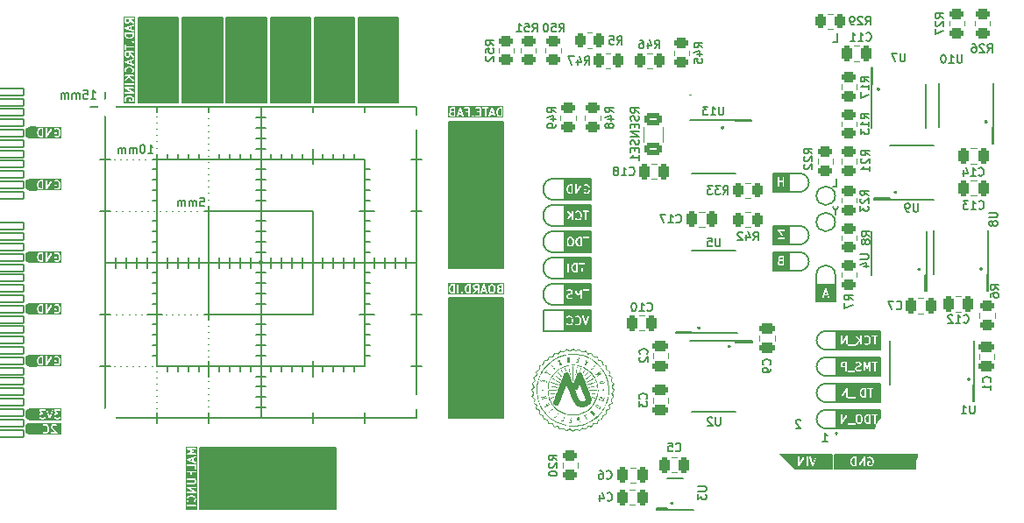
<source format=gbo>
%TF.GenerationSoftware,KiCad,Pcbnew,8.0.1-8.0.1-1~ubuntu22.04.1*%
%TF.CreationDate,2024-03-27T04:29:35+01:00*%
%TF.ProjectId,som-exp-carrier,736f6d2d-6578-4702-9d63-617272696572,v1.0*%
%TF.SameCoordinates,Original*%
%TF.FileFunction,Legend,Bot*%
%TF.FilePolarity,Positive*%
%FSLAX46Y46*%
G04 Gerber Fmt 4.6, Leading zero omitted, Abs format (unit mm)*
G04 Created by KiCad (PCBNEW 8.0.1-8.0.1-1~ubuntu22.04.1) date 2024-03-27 04:29:35*
%MOMM*%
%LPD*%
G01*
G04 APERTURE LIST*
G04 Aperture macros list*
%AMRoundRect*
0 Rectangle with rounded corners*
0 $1 Rounding radius*
0 $2 $3 $4 $5 $6 $7 $8 $9 X,Y pos of 4 corners*
0 Add a 4 corners polygon primitive as box body*
4,1,4,$2,$3,$4,$5,$6,$7,$8,$9,$2,$3,0*
0 Add four circle primitives for the rounded corners*
1,1,$1+$1,$2,$3*
1,1,$1+$1,$4,$5*
1,1,$1+$1,$6,$7*
1,1,$1+$1,$8,$9*
0 Add four rect primitives between the rounded corners*
20,1,$1+$1,$2,$3,$4,$5,0*
20,1,$1+$1,$4,$5,$6,$7,0*
20,1,$1+$1,$6,$7,$8,$9,0*
20,1,$1+$1,$8,$9,$2,$3,0*%
%AMFreePoly0*
4,1,19,-3.250000,0.250000,-3.229565,0.613885,-3.168516,0.973193,-3.067621,1.323407,-2.928149,1.660122,-2.751854,1.979104,-2.540952,2.276342,-2.298097,2.548097,-2.026342,2.790952,-1.729104,3.001854,-1.410122,3.178149,-1.073407,3.317621,-0.723193,3.418516,-0.363885,3.479565,0.000000,3.500000,3.250000,3.500000,3.250000,-3.500000,-3.250000,-3.500000,-3.250000,0.250000,-3.250000,0.250000,
$1*%
%AMFreePoly1*
4,1,19,-3.500000,3.000000,0.500000,3.000000,0.761467,2.988584,1.106653,2.938022,1.443634,2.847728,1.767855,2.718923,2.074930,2.553350,2.360706,2.353247,2.621320,2.121320,2.853247,1.860706,3.053350,1.574930,3.218923,1.267855,3.347728,0.943634,3.438022,0.606653,3.488584,0.261467,3.500000,0.000000,3.500000,-3.000000,-3.500000,-3.000000,-3.500000,3.000000,-3.500000,3.000000,
$1*%
G04 Aperture macros list end*
%ADD10C,0.150000*%
%ADD11C,0.295000*%
%ADD12C,0.565000*%
%ADD13C,0.100000*%
%ADD14C,0.200000*%
%ADD15C,0.120000*%
%ADD16C,0.300000*%
%ADD17C,0.000000*%
%ADD18C,0.110000*%
%ADD19R,1.400000X1.400000*%
%ADD20C,1.400000*%
%ADD21R,1.700000X1.700000*%
%ADD22O,1.700000X1.700000*%
%ADD23C,3.300000*%
%ADD24C,1.500000*%
%ADD25C,2.550000*%
%ADD26C,1.450000*%
%ADD27C,1.704000*%
%ADD28R,3.200000X3.200000*%
%ADD29C,3.200000*%
%ADD30C,4.500000*%
%ADD31FreePoly0,0.000000*%
%ADD32C,7.000000*%
%ADD33FreePoly1,0.000000*%
%ADD34RoundRect,0.102000X-1.800000X0.350000X-1.800000X-0.350000X1.800000X-0.350000X1.800000X0.350000X0*%
%ADD35C,4.000000*%
%ADD36RoundRect,0.250000X-0.450000X0.262500X-0.450000X-0.262500X0.450000X-0.262500X0.450000X0.262500X0*%
%ADD37RoundRect,0.250000X-0.262500X-0.450000X0.262500X-0.450000X0.262500X0.450000X-0.262500X0.450000X0*%
%ADD38RoundRect,0.250000X0.250000X0.475000X-0.250000X0.475000X-0.250000X-0.475000X0.250000X-0.475000X0*%
%ADD39R,0.450000X1.475000*%
%ADD40RoundRect,0.250000X-0.250000X-0.475000X0.250000X-0.475000X0.250000X0.475000X-0.250000X0.475000X0*%
%ADD41RoundRect,0.250000X-0.475000X0.250000X-0.475000X-0.250000X0.475000X-0.250000X0.475000X0.250000X0*%
%ADD42R,0.650000X1.528000*%
%ADD43RoundRect,0.250000X0.450000X-0.262500X0.450000X0.262500X-0.450000X0.262500X-0.450000X-0.262500X0*%
%ADD44RoundRect,0.250000X0.625000X-0.312500X0.625000X0.312500X-0.625000X0.312500X-0.625000X-0.312500X0*%
%ADD45R,1.475000X0.450000*%
%ADD46R,0.558000X1.454899*%
%ADD47R,1.528000X0.650000*%
%ADD48R,2.200001X0.599999*%
%ADD49RoundRect,0.250000X0.262500X0.450000X-0.262500X0.450000X-0.262500X-0.450000X0.262500X-0.450000X0*%
%ADD50RoundRect,0.250000X0.475000X-0.250000X0.475000X0.250000X-0.475000X0.250000X-0.475000X-0.250000X0*%
%ADD51R,1.200000X0.450000*%
G04 APERTURE END LIST*
D10*
X74425969Y-69234031D02*
X89425969Y-69234031D01*
X73925969Y-70234031D02*
X74925969Y-70234031D01*
X74425969Y-69234031D02*
X59425969Y-69234031D01*
X61425969Y-68734031D02*
X61425969Y-69734031D01*
X63925969Y-77234031D02*
X64425969Y-77234031D01*
X92575969Y-55594031D02*
X97804548Y-55594031D01*
X97804548Y-69742611D01*
X92575969Y-69742611D01*
X92575969Y-55594031D01*
G36*
X92575969Y-55594031D02*
G01*
X97804548Y-55594031D01*
X97804548Y-69742611D01*
X92575969Y-69742611D01*
X92575969Y-55594031D01*
G37*
X102745969Y-68279679D02*
G75*
G02*
X102745969Y-66188321I31J1045679D01*
G01*
D11*
X74573469Y-69234031D02*
G75*
G02*
X74278469Y-69234031I-147500J0D01*
G01*
X74278469Y-69234031D02*
G75*
G02*
X74573469Y-69234031I147500J0D01*
G01*
D10*
X126445969Y-68233976D02*
G75*
G02*
X126445969Y-70034024I31J-900024D01*
G01*
X69425969Y-54734031D02*
X69425969Y-54234031D01*
X69425969Y-64234031D02*
X69425969Y-63734031D01*
X84425969Y-83734031D02*
X84425969Y-84734031D01*
X85425969Y-69734031D02*
X85425969Y-68734031D01*
X69425969Y-78734031D02*
X69425969Y-80234031D01*
X84925969Y-70234031D02*
X84425969Y-70234031D01*
X73925969Y-57234031D02*
X74925969Y-57234031D01*
X126445969Y-70034086D02*
X123895969Y-70034086D01*
X73925969Y-83234031D02*
X74925969Y-83234031D01*
X66425969Y-79234031D02*
X66425969Y-79734031D01*
X69425969Y-74234031D02*
X74425969Y-74234031D01*
X129886024Y-70404031D02*
X129886024Y-72954031D01*
X69425969Y-74734031D02*
X69425969Y-74734031D01*
X69425969Y-75334031D02*
X69425969Y-75334031D01*
X69425969Y-75934031D02*
X69425969Y-75934031D01*
X69425969Y-76534031D02*
X69425969Y-76534031D01*
X69425969Y-77134031D02*
X69425969Y-77134031D01*
X69425969Y-77734031D02*
X69425969Y-77734031D01*
X69425969Y-78334031D02*
X69425969Y-78334031D01*
X69425969Y-78934031D02*
X69425969Y-78934031D01*
X69425969Y-79534031D02*
X69425969Y-79534031D01*
X69425969Y-80134031D02*
X69425969Y-80134031D01*
X69425969Y-80734031D02*
X69425969Y-80734031D01*
X69425969Y-81334031D02*
X69425969Y-81334031D01*
X69425969Y-81934031D02*
X69425969Y-81934031D01*
X69425969Y-82534031D02*
X69425969Y-82534031D01*
X69425969Y-83134031D02*
X69425969Y-83134031D01*
X69425969Y-83734031D02*
X69425969Y-83734031D01*
X52155969Y-78234031D02*
X52735969Y-78234031D01*
X52735969Y-79214031D01*
X52155969Y-79214031D01*
X52155969Y-78234031D01*
G36*
X52155969Y-78234031D02*
G01*
X52735969Y-78234031D01*
X52735969Y-79214031D01*
X52155969Y-79214031D01*
X52155969Y-78234031D01*
G37*
X128996024Y-75853976D02*
X134245969Y-75853976D01*
X81425969Y-68734031D02*
X81425969Y-69734031D01*
X64425969Y-60234031D02*
X63925969Y-60234031D01*
X79425969Y-74234031D02*
X74425969Y-74234031D01*
X63925969Y-59234031D02*
X63925969Y-59234031D01*
X63325969Y-59234031D02*
X63325969Y-59234031D01*
X62725969Y-59234031D02*
X62725969Y-59234031D01*
X62125969Y-59234031D02*
X62125969Y-59234031D01*
X61525969Y-59234031D02*
X61525969Y-59234031D01*
X60925969Y-59234031D02*
X60925969Y-59234031D01*
X60325969Y-59234031D02*
X60325969Y-59234031D01*
X83425969Y-69734031D02*
X83425969Y-68734031D01*
X68425969Y-79234031D02*
X68425969Y-79734031D01*
X106335969Y-75899679D02*
X103765969Y-75899679D01*
X103765969Y-73814031D01*
X106195969Y-73814031D01*
X106195969Y-74214031D01*
X103835969Y-74214031D01*
X103835969Y-75454031D01*
X106215969Y-75454031D01*
X106215969Y-73808015D01*
X106335969Y-73808015D01*
X106335969Y-75899679D01*
G36*
X106335969Y-75899679D02*
G01*
X103765969Y-75899679D01*
X103765969Y-73814031D01*
X106195969Y-73814031D01*
X106195969Y-74214031D01*
X103835969Y-74214031D01*
X103835969Y-75454031D01*
X106215969Y-75454031D01*
X106215969Y-73808015D01*
X106335969Y-73808015D01*
X106335969Y-75899679D01*
G37*
X106335969Y-70819679D02*
X103765969Y-70819679D01*
X103765969Y-70374031D01*
X103905969Y-70374031D01*
X105815969Y-70374031D01*
X105815969Y-69134031D01*
X103905969Y-69134031D01*
X103905969Y-70374031D01*
X103765969Y-70374031D01*
X103765969Y-68734031D01*
X105815969Y-68734031D01*
X105815969Y-68728015D01*
X106335969Y-68728015D01*
X106335969Y-70819679D01*
G36*
X106335969Y-70819679D02*
G01*
X103765969Y-70819679D01*
X103765969Y-70374031D01*
X103905969Y-70374031D01*
X105815969Y-70374031D01*
X105815969Y-69134031D01*
X103905969Y-69134031D01*
X103905969Y-70374031D01*
X103765969Y-70374031D01*
X103765969Y-68734031D01*
X105815969Y-68734031D01*
X105815969Y-68728015D01*
X106335969Y-68728015D01*
X106335969Y-70819679D01*
G37*
X79605969Y-45534030D02*
X83455969Y-45534030D01*
X83455969Y-53734029D01*
X79605969Y-53734029D01*
X79605969Y-45534030D01*
G36*
X79605969Y-45534030D02*
G01*
X83455969Y-45534030D01*
X83455969Y-53734029D01*
X79605969Y-53734029D01*
X79605969Y-45534030D01*
G37*
D12*
X52438469Y-61714031D02*
G75*
G02*
X51873469Y-61714031I-282500J0D01*
G01*
X51873469Y-61714031D02*
G75*
G02*
X52438469Y-61714031I282500J0D01*
G01*
D10*
X129885969Y-72954086D02*
X128095920Y-72954086D01*
X128095920Y-71624031D01*
X128515969Y-71624031D01*
X128515969Y-72784031D01*
X129415969Y-72784031D01*
X129415969Y-71624031D01*
X128515969Y-71624031D01*
X128095920Y-71624031D01*
X128095920Y-71524031D01*
X128115920Y-71524031D01*
X128115920Y-71404031D01*
X129885969Y-71404031D01*
X129885969Y-72954086D01*
G36*
X129885969Y-72954086D02*
G01*
X128095920Y-72954086D01*
X128095920Y-71624031D01*
X128515969Y-71624031D01*
X128515969Y-72784031D01*
X129415969Y-72784031D01*
X129415969Y-71624031D01*
X128515969Y-71624031D01*
X128095920Y-71624031D01*
X128095920Y-71524031D01*
X128115920Y-71524031D01*
X128115920Y-71404031D01*
X129885969Y-71404031D01*
X129885969Y-72954086D01*
G37*
X73425969Y-79734031D02*
X73425969Y-79234031D01*
X84925969Y-61234031D02*
X84425969Y-61234031D01*
X84425969Y-68234031D02*
X84925969Y-68234031D01*
X84925969Y-72234031D02*
X84425969Y-72234031D01*
X74425969Y-69234031D02*
X74425969Y-54234031D01*
X80425969Y-59234031D02*
X80425969Y-58734031D01*
X74925969Y-56234031D02*
X73925969Y-56234031D01*
X73925969Y-73234031D02*
X74925969Y-73234031D01*
X129886024Y-62784031D02*
G75*
G02*
X128085914Y-62784031I-900055J0D01*
G01*
X63925969Y-71234031D02*
X64425969Y-71234031D01*
X128085914Y-65324031D02*
G75*
G02*
X129886024Y-65324031I900055J0D01*
G01*
X63925969Y-73234031D02*
X64425969Y-73234031D01*
X81425969Y-58734031D02*
X81425969Y-59234031D01*
X65425969Y-58734031D02*
X65425969Y-59234031D01*
X63925969Y-78234031D02*
X64425969Y-78234031D01*
X102745969Y-73359679D02*
X106335969Y-73359679D01*
X69425969Y-64234031D02*
X69425969Y-69234031D01*
X74925969Y-81234031D02*
X73925969Y-81234031D01*
X77425969Y-79234031D02*
X77425969Y-79734031D01*
X82425969Y-79734031D02*
X82425969Y-79234031D01*
X88925969Y-59234031D02*
X89925969Y-59234031D01*
X71105969Y-45534028D02*
X74955968Y-45534028D01*
X74955968Y-53734027D01*
X71105969Y-53734027D01*
X71105969Y-45534028D01*
G36*
X71105969Y-45534028D02*
G01*
X74955968Y-45534028D01*
X74955968Y-53734027D01*
X71105969Y-53734027D01*
X71105969Y-45534028D01*
G37*
X62605969Y-45534026D02*
X66455969Y-45534026D01*
X66455969Y-53744025D01*
X62605969Y-53744025D01*
X62605969Y-45534026D01*
G36*
X62605969Y-45534026D02*
G01*
X66455969Y-45534026D01*
X66455969Y-53744025D01*
X62605969Y-53744025D01*
X62605969Y-45534026D01*
G37*
X89925969Y-74234031D02*
X88925969Y-74234031D01*
X128996024Y-83473976D02*
X134245969Y-83473976D01*
X102745969Y-63199679D02*
G75*
G02*
X102745969Y-61108321I31J1045679D01*
G01*
X64425969Y-76234031D02*
X63925969Y-76234031D01*
X79425969Y-78734031D02*
X79425969Y-80234031D01*
X72425969Y-79234031D02*
X72425969Y-79734031D01*
X73925969Y-77234031D02*
X74925969Y-77234031D01*
X74925969Y-65234031D02*
X73925969Y-65234031D01*
X63425969Y-68734031D02*
X63425969Y-69734031D01*
X68425969Y-68734031D02*
X68425969Y-69734031D01*
X79425969Y-54234031D02*
X79425969Y-54734031D01*
X102745969Y-75899679D02*
X106335969Y-75899679D01*
X106335969Y-68279679D02*
X103765969Y-68279679D01*
X103765969Y-66194031D01*
X106195969Y-66194031D01*
X106195969Y-66594031D01*
X103835969Y-66594031D01*
X103835969Y-67834031D01*
X106215969Y-67834031D01*
X106215969Y-66188015D01*
X106335969Y-66188015D01*
X106335969Y-68279679D01*
G36*
X106335969Y-68279679D02*
G01*
X103765969Y-68279679D01*
X103765969Y-66194031D01*
X106195969Y-66194031D01*
X106195969Y-66594031D01*
X103835969Y-66594031D01*
X103835969Y-67834031D01*
X106215969Y-67834031D01*
X106215969Y-66188015D01*
X106335969Y-66188015D01*
X106335969Y-68279679D01*
G37*
X83925969Y-74234031D02*
X85425969Y-74234031D01*
X52155969Y-84814031D02*
X53265969Y-84814031D01*
X53265969Y-85794031D01*
X52155969Y-85794031D01*
X52155969Y-84814031D01*
G36*
X52155969Y-84814031D02*
G01*
X53265969Y-84814031D01*
X53265969Y-85794031D01*
X52155969Y-85794031D01*
X52155969Y-84814031D01*
G37*
X64425969Y-67234031D02*
X63925969Y-67234031D01*
X64425969Y-54734031D02*
X64425969Y-54234031D01*
X69425969Y-74234031D02*
X69425969Y-74734031D01*
X126445969Y-65693976D02*
X123895969Y-65693976D01*
X69425969Y-63734031D02*
X69425969Y-63734031D01*
X69425969Y-63134031D02*
X69425969Y-63134031D01*
X69425969Y-62534031D02*
X69425969Y-62534031D01*
X69425969Y-61934031D02*
X69425969Y-61934031D01*
X69425969Y-61334031D02*
X69425969Y-61334031D01*
X69425969Y-60734031D02*
X69425969Y-60734031D01*
X69425969Y-60134031D02*
X69425969Y-60134031D01*
X69425969Y-59534031D02*
X69425969Y-59534031D01*
X69425969Y-58934031D02*
X69425969Y-58934031D01*
X69425969Y-58334031D02*
X69425969Y-58334031D01*
X69425969Y-57734031D02*
X69425969Y-57734031D01*
X69425969Y-57134031D02*
X69425969Y-57134031D01*
X69425969Y-56534031D02*
X69425969Y-56534031D01*
X69425969Y-55934031D02*
X69425969Y-55934031D01*
X69425969Y-55334031D02*
X69425969Y-55334031D01*
X69425969Y-54734031D02*
X69425969Y-54734031D01*
X84425969Y-54234031D02*
X84425969Y-54734031D01*
X62425969Y-69734031D02*
X62425969Y-68734031D01*
X72425969Y-68734031D02*
X72425969Y-69734031D01*
X64425969Y-65234031D02*
X63925969Y-65234031D01*
X87425969Y-69734031D02*
X87425969Y-68734031D01*
X92549548Y-72682611D02*
X97859548Y-72682611D01*
X97859548Y-84229770D01*
X92549548Y-84229770D01*
X92549548Y-72682611D01*
G36*
X92549548Y-72682611D02*
G01*
X97859548Y-72682611D01*
X97859548Y-84229770D01*
X92549548Y-84229770D01*
X92549548Y-72682611D01*
G37*
X83425969Y-59234031D02*
X83425969Y-58734031D01*
X84425969Y-73234031D02*
X84925969Y-73234031D01*
X128085914Y-62784031D02*
G75*
G02*
X129886024Y-62784031I900055J0D01*
G01*
X58925969Y-64234031D02*
X59925969Y-64234031D01*
X63925969Y-75234031D02*
X64425969Y-75234031D01*
X102745969Y-70819679D02*
X106335969Y-70819679D01*
X64425969Y-79734031D02*
X64425969Y-79734031D01*
X64425969Y-80334031D02*
X64425969Y-80334031D01*
X64425969Y-80934031D02*
X64425969Y-80934031D01*
X64425969Y-81534031D02*
X64425969Y-81534031D01*
X64425969Y-82134031D02*
X64425969Y-82134031D01*
X64425969Y-82734031D02*
X64425969Y-82734031D01*
X64425969Y-83334031D02*
X64425969Y-83334031D01*
X67425969Y-59234031D02*
X67425969Y-58734031D01*
D12*
X52438469Y-56674031D02*
G75*
G02*
X51873469Y-56674031I-282500J0D01*
G01*
X51873469Y-56674031D02*
G75*
G02*
X52438469Y-56674031I282500J0D01*
G01*
X52438469Y-85304031D02*
G75*
G02*
X51873469Y-85304031I-282500J0D01*
G01*
X51873469Y-85304031D02*
G75*
G02*
X52438469Y-85304031I282500J0D01*
G01*
D10*
X76425969Y-59234031D02*
X76425969Y-58734031D01*
X134246024Y-80184080D02*
X130116024Y-80184080D01*
X130116024Y-80164080D01*
X129996024Y-80164080D01*
X129996024Y-78664031D01*
X130356024Y-78664031D01*
X130356024Y-79954031D01*
X134136024Y-79954031D01*
X134136024Y-78664031D01*
X130356024Y-78664031D01*
X129996024Y-78664031D01*
X129996024Y-78394031D01*
X134246024Y-78394031D01*
X134246024Y-80184080D01*
G36*
X134246024Y-80184080D02*
G01*
X130116024Y-80184080D01*
X130116024Y-80164080D01*
X129996024Y-80164080D01*
X129996024Y-78664031D01*
X130356024Y-78664031D01*
X130356024Y-79954031D01*
X134136024Y-79954031D01*
X134136024Y-78664031D01*
X130356024Y-78664031D01*
X129996024Y-78664031D01*
X129996024Y-78394031D01*
X134246024Y-78394031D01*
X134246024Y-80184080D01*
G37*
X80425969Y-79734031D02*
X80425969Y-79234031D01*
X68575969Y-87149031D02*
X81653128Y-87149031D01*
X81653128Y-93059031D01*
X68575969Y-93059031D01*
X68575969Y-87149031D01*
G36*
X68575969Y-87149031D02*
G01*
X81653128Y-87149031D01*
X81653128Y-93059031D01*
X68575969Y-93059031D01*
X68575969Y-87149031D01*
G37*
X73425969Y-69734031D02*
X73425969Y-68734031D01*
X129515969Y-87804031D02*
X129545969Y-87804031D01*
X129545969Y-89184031D01*
X125905969Y-89184031D01*
X125775969Y-89054031D01*
X126145969Y-89054031D01*
X128225969Y-89054031D01*
X128225969Y-87844031D01*
X126145969Y-87844031D01*
X126145969Y-89054031D01*
X125775969Y-89054031D01*
X124525969Y-87804031D01*
X129515969Y-87804031D01*
G36*
X129515969Y-87804031D02*
G01*
X129545969Y-87804031D01*
X129545969Y-89184031D01*
X125905969Y-89184031D01*
X125775969Y-89054031D01*
X126145969Y-89054031D01*
X128225969Y-89054031D01*
X128225969Y-87844031D01*
X126145969Y-87844031D01*
X126145969Y-89054031D01*
X125775969Y-89054031D01*
X124525969Y-87804031D01*
X129515969Y-87804031D01*
G37*
X52155969Y-56184031D02*
X52735969Y-56184031D01*
X52735969Y-57164031D01*
X52155969Y-57164031D01*
X52155969Y-56184031D01*
G36*
X52155969Y-56184031D02*
G01*
X52735969Y-56184031D01*
X52735969Y-57164031D01*
X52155969Y-57164031D01*
X52155969Y-56184031D01*
G37*
X83425969Y-79734031D02*
X83425969Y-79234031D01*
X84425969Y-66234031D02*
X84925969Y-66234031D01*
X128996024Y-80933976D02*
X134245969Y-80933976D01*
X128996024Y-82734086D02*
G75*
G02*
X128996024Y-80933914I-24J900086D01*
G01*
X65425969Y-79234031D02*
X65425969Y-79734031D01*
X69425969Y-74234031D02*
X68925969Y-74234031D01*
X84925969Y-76234031D02*
X84425969Y-76234031D01*
X63925969Y-68234031D02*
X64425969Y-68234031D01*
X76425969Y-79734031D02*
X76425969Y-79234031D01*
X59925969Y-74234031D02*
X58925969Y-74234031D01*
X137885969Y-89184031D02*
X131045969Y-89184031D01*
X129845969Y-89184031D01*
X129845969Y-87884031D01*
X131225969Y-87884031D01*
X131225969Y-89054031D01*
X133725969Y-89054031D01*
X133725969Y-87884031D01*
X131225969Y-87884031D01*
X129845969Y-87884031D01*
X129845969Y-87824031D01*
X129985969Y-87824031D01*
X137885969Y-87824031D01*
X137885969Y-89184031D01*
G36*
X137885969Y-89184031D02*
G01*
X131045969Y-89184031D01*
X129845969Y-89184031D01*
X129845969Y-87884031D01*
X131225969Y-87884031D01*
X131225969Y-89054031D01*
X133725969Y-89054031D01*
X133725969Y-87884031D01*
X131225969Y-87884031D01*
X129845969Y-87884031D01*
X129845969Y-87824031D01*
X129985969Y-87824031D01*
X137885969Y-87824031D01*
X137885969Y-89184031D01*
G37*
X71425969Y-69734031D02*
X71425969Y-68734031D01*
X69425969Y-69234031D02*
X69425969Y-74234031D01*
X74425969Y-64234031D02*
X69425969Y-64234031D01*
X102745969Y-66188383D02*
X106335969Y-66188383D01*
D12*
X52438469Y-73724031D02*
G75*
G02*
X51873469Y-73724031I-282500J0D01*
G01*
X51873469Y-73724031D02*
G75*
G02*
X52438469Y-73724031I282500J0D01*
G01*
D10*
X75425969Y-58734031D02*
X75425969Y-59234031D01*
X102745969Y-73808383D02*
X101725969Y-73808383D01*
X66425969Y-68734031D02*
X66425969Y-69734031D01*
X73925969Y-72234031D02*
X74925969Y-72234031D01*
X74925969Y-58234031D02*
X73925969Y-58234031D01*
X128996024Y-80194086D02*
G75*
G02*
X128996024Y-78393914I-24J900086D01*
G01*
X126445969Y-67494086D02*
X123895969Y-67494086D01*
X76425969Y-69734031D02*
X76425969Y-68734031D01*
X79425969Y-69234031D02*
X79425969Y-74234031D01*
X84425969Y-62234031D02*
X84925969Y-62234031D01*
X79425969Y-83734031D02*
X79425969Y-84734031D01*
X73925969Y-78234031D02*
X74925969Y-78234031D01*
X88425969Y-69734031D02*
X88425969Y-68734031D01*
X64425969Y-59234031D02*
X64425969Y-58734031D01*
X106335969Y-63199679D02*
X103765969Y-63199679D01*
X103765969Y-61114031D01*
X106195969Y-61114031D01*
X106195969Y-61514031D01*
X103805969Y-61514031D01*
X103805969Y-62754031D01*
X106305969Y-62754031D01*
X106305969Y-61108015D01*
X106335969Y-61108015D01*
X106335969Y-63199679D01*
G36*
X106335969Y-63199679D02*
G01*
X103765969Y-63199679D01*
X103765969Y-61114031D01*
X106195969Y-61114031D01*
X106195969Y-61514031D01*
X103805969Y-61514031D01*
X103805969Y-62754031D01*
X106305969Y-62754031D01*
X106305969Y-61108015D01*
X106335969Y-61108015D01*
X106335969Y-63199679D01*
G37*
X134246024Y-85264080D02*
X130116024Y-85264080D01*
X130116024Y-85244080D01*
X129996024Y-85244080D01*
X129996024Y-83744031D01*
X130356024Y-83744031D01*
X130356024Y-85034031D01*
X134136024Y-85034031D01*
X134136024Y-83744031D01*
X130356024Y-83744031D01*
X129996024Y-83744031D01*
X129996024Y-83474031D01*
X134246024Y-83474031D01*
X134246024Y-85264080D01*
G36*
X134246024Y-85264080D02*
G01*
X130116024Y-85264080D01*
X130116024Y-85244080D01*
X129996024Y-85244080D01*
X129996024Y-83744031D01*
X130356024Y-83744031D01*
X130356024Y-85034031D01*
X134136024Y-85034031D01*
X134136024Y-83744031D01*
X130356024Y-83744031D01*
X129996024Y-83744031D01*
X129996024Y-83474031D01*
X134246024Y-83474031D01*
X134246024Y-85264080D01*
G37*
X84425969Y-78234031D02*
X84925969Y-78234031D01*
X79425969Y-59734031D02*
X79425969Y-58234031D01*
X129886024Y-65324031D02*
G75*
G02*
X128085914Y-65324031I-900055J0D01*
G01*
X71425969Y-59234031D02*
X71425969Y-58734031D01*
X83855969Y-45534031D02*
X87705969Y-45534031D01*
X87705969Y-53734030D01*
X83855969Y-53734030D01*
X83855969Y-45534031D01*
G36*
X83855969Y-45534031D02*
G01*
X87705969Y-45534031D01*
X87705969Y-53734030D01*
X83855969Y-53734030D01*
X83855969Y-45534031D01*
G37*
X83925969Y-64234031D02*
X85425969Y-64234031D01*
X134246024Y-77644080D02*
X130116024Y-77644080D01*
X130116024Y-77624080D01*
X129996024Y-77624080D01*
X129996024Y-76124031D01*
X130356024Y-76124031D01*
X130356024Y-77414031D01*
X134136024Y-77414031D01*
X134136024Y-76124031D01*
X130356024Y-76124031D01*
X129996024Y-76124031D01*
X129996024Y-75854031D01*
X134246024Y-75854031D01*
X134246024Y-77644080D01*
G36*
X134246024Y-77644080D02*
G01*
X130116024Y-77644080D01*
X130116024Y-77624080D01*
X129996024Y-77624080D01*
X129996024Y-76124031D01*
X130356024Y-76124031D01*
X130356024Y-77414031D01*
X134136024Y-77414031D01*
X134136024Y-76124031D01*
X130356024Y-76124031D01*
X129996024Y-76124031D01*
X129996024Y-75854031D01*
X134246024Y-75854031D01*
X134246024Y-77644080D01*
G37*
X70425969Y-68734031D02*
X70425969Y-69734031D01*
X59425969Y-54234031D02*
X89425969Y-54234031D01*
X89425969Y-84234031D01*
X59425969Y-84234031D01*
X59425969Y-54234031D01*
X52155969Y-73234031D02*
X52735969Y-73234031D01*
X52735969Y-74214031D01*
X52155969Y-74214031D01*
X52155969Y-73234031D01*
G36*
X52155969Y-73234031D02*
G01*
X52735969Y-73234031D01*
X52735969Y-74214031D01*
X52155969Y-74214031D01*
X52155969Y-73234031D01*
G37*
X66855969Y-45534027D02*
X70705969Y-45534027D01*
X70705969Y-53734026D01*
X66855969Y-53734026D01*
X66855969Y-45534027D01*
G36*
X66855969Y-45534027D02*
G01*
X70705969Y-45534027D01*
X70705969Y-53734026D01*
X66855969Y-53734026D01*
X66855969Y-45534027D01*
G37*
X52155969Y-68224031D02*
X52735969Y-68224031D01*
X52735969Y-69204031D01*
X52155969Y-69204031D01*
X52155969Y-68224031D01*
G36*
X52155969Y-68224031D02*
G01*
X52735969Y-68224031D01*
X52735969Y-69204031D01*
X52155969Y-69204031D01*
X52155969Y-68224031D01*
G37*
X59925969Y-79234031D02*
X58925969Y-79234031D01*
X81425969Y-79234031D02*
X81425969Y-79734031D01*
X75425969Y-68734031D02*
X75425969Y-69734031D01*
X60425969Y-68734031D02*
X60425969Y-69734031D01*
D12*
X52438469Y-83904031D02*
G75*
G02*
X51873469Y-83904031I-282500J0D01*
G01*
X51873469Y-83904031D02*
G75*
G02*
X52438469Y-83904031I282500J0D01*
G01*
D10*
X68425969Y-58734031D02*
X68425969Y-59234031D01*
X73925969Y-62234031D02*
X74925969Y-62234031D01*
X74925969Y-68234031D02*
X73925969Y-68234031D01*
X64925969Y-74234031D02*
X63425969Y-74234031D01*
D12*
X52438469Y-78724031D02*
G75*
G02*
X51873469Y-78724031I-282500J0D01*
G01*
X51873469Y-78724031D02*
G75*
G02*
X52438469Y-78724031I282500J0D01*
G01*
D10*
X102745969Y-61108383D02*
X106335969Y-61108383D01*
X70425969Y-58734031D02*
X70425969Y-59234031D01*
X102745969Y-73808383D02*
X106335969Y-73808383D01*
X102745969Y-65739679D02*
X106335969Y-65739679D01*
X73925969Y-82234031D02*
X74925969Y-82234031D01*
X102745969Y-71268383D02*
X106335969Y-71268383D01*
X78425969Y-69734031D02*
X78425969Y-68734031D01*
X102745969Y-65739679D02*
G75*
G02*
X102745969Y-63648321I31J1045679D01*
G01*
X63925969Y-62234031D02*
X64425969Y-62234031D01*
X88925969Y-64234031D02*
X89925969Y-64234031D01*
X128996024Y-77654086D02*
X134245969Y-77654086D01*
X77425969Y-68734031D02*
X77425969Y-69734031D01*
X106335969Y-65739679D02*
X103765969Y-65739679D01*
X103765969Y-63654031D01*
X106195969Y-63654031D01*
X106195969Y-64054031D01*
X103835969Y-64054031D01*
X103835969Y-65294031D01*
X106215969Y-65294031D01*
X106215969Y-63648015D01*
X106335969Y-63648015D01*
X106335969Y-65739679D01*
G36*
X106335969Y-65739679D02*
G01*
X103765969Y-65739679D01*
X103765969Y-63654031D01*
X106195969Y-63654031D01*
X106195969Y-64054031D01*
X103835969Y-64054031D01*
X103835969Y-65294031D01*
X106215969Y-65294031D01*
X106215969Y-63648015D01*
X106335969Y-63648015D01*
X106335969Y-65739679D01*
G37*
X52155969Y-61224031D02*
X52735969Y-61224031D01*
X52735969Y-62204031D01*
X52155969Y-62204031D01*
X52155969Y-61224031D01*
G36*
X52155969Y-61224031D02*
G01*
X52735969Y-61224031D01*
X52735969Y-62204031D01*
X52155969Y-62204031D01*
X52155969Y-61224031D01*
G37*
X102745969Y-63199679D02*
X106335969Y-63199679D01*
X84925969Y-63234031D02*
X84425969Y-63234031D01*
X128996024Y-82734086D02*
X134245969Y-82734086D01*
X73925969Y-67234031D02*
X74925969Y-67234031D01*
X74925969Y-71234031D02*
X73925969Y-71234031D01*
X102745969Y-63648383D02*
X106335969Y-63648383D01*
X128996024Y-85274086D02*
X134245969Y-85274086D01*
X102745969Y-68279679D02*
X106335969Y-68279679D01*
X84425969Y-71234031D02*
X84925969Y-71234031D01*
X78425969Y-79734031D02*
X78425969Y-79234031D01*
X68925969Y-74234031D02*
X68925969Y-74234031D01*
X68325969Y-74234031D02*
X68325969Y-74234031D01*
X67725969Y-74234031D02*
X67725969Y-74234031D01*
X67125969Y-74234031D02*
X67125969Y-74234031D01*
X66525969Y-74234031D02*
X66525969Y-74234031D01*
X65925969Y-74234031D02*
X65925969Y-74234031D01*
X65325969Y-74234031D02*
X65325969Y-74234031D01*
X64725969Y-74234031D02*
X64725969Y-74234031D01*
X64125969Y-74234031D02*
X64125969Y-74234031D01*
X63525969Y-74234031D02*
X63525969Y-74234031D01*
X62925969Y-74234031D02*
X62925969Y-74234031D01*
X62325969Y-74234031D02*
X62325969Y-74234031D01*
X61725969Y-74234031D02*
X61725969Y-74234031D01*
X61125969Y-74234031D02*
X61125969Y-74234031D01*
X60525969Y-74234031D02*
X60525969Y-74234031D01*
X59925969Y-74234031D02*
X59925969Y-74234031D01*
X102745969Y-73359679D02*
G75*
G02*
X102745969Y-71268321I31J1045679D01*
G01*
X102745969Y-68728383D02*
X106335969Y-68728383D01*
X126445969Y-62414086D02*
X123895969Y-62414086D01*
X84425969Y-77234031D02*
X84925969Y-77234031D01*
X52155969Y-83414031D02*
X52905969Y-83414031D01*
X52905969Y-84394031D01*
X52155969Y-84394031D01*
X52155969Y-83414031D01*
G36*
X52155969Y-83414031D02*
G01*
X52905969Y-83414031D01*
X52905969Y-84394031D01*
X52155969Y-84394031D01*
X52155969Y-83414031D01*
G37*
X89925969Y-79234031D02*
X88925969Y-79234031D01*
X125445969Y-60643982D02*
X125445969Y-62414031D01*
X123895914Y-62414031D01*
X123895914Y-62054031D01*
X124185969Y-62054031D01*
X125065969Y-62054031D01*
X125065969Y-60834031D01*
X124185969Y-60834031D01*
X124185969Y-62054031D01*
X123895914Y-62054031D01*
X123895914Y-60623982D01*
X125445969Y-60623982D01*
X125445969Y-60643982D01*
G36*
X125445969Y-60643982D02*
G01*
X125445969Y-62414031D01*
X123895914Y-62414031D01*
X123895914Y-62054031D01*
X124185969Y-62054031D01*
X125065969Y-62054031D01*
X125065969Y-60834031D01*
X124185969Y-60834031D01*
X124185969Y-62054031D01*
X123895914Y-62054031D01*
X123895914Y-60623982D01*
X125445969Y-60623982D01*
X125445969Y-60643982D01*
G37*
X64425969Y-61234031D02*
X63925969Y-61234031D01*
X68925969Y-64234031D02*
X68925969Y-64234031D01*
X68325969Y-64234031D02*
X68325969Y-64234031D01*
X67725969Y-64234031D02*
X67725969Y-64234031D01*
X67125969Y-64234031D02*
X67125969Y-64234031D01*
X66525969Y-64234031D02*
X66525969Y-64234031D01*
X65925969Y-64234031D02*
X65925969Y-64234031D01*
X65325969Y-64234031D02*
X65325969Y-64234031D01*
X64725969Y-64234031D02*
X64725969Y-64234031D01*
X64125969Y-64234031D02*
X64125969Y-64234031D01*
X63525969Y-64234031D02*
X63525969Y-64234031D01*
X62925969Y-64234031D02*
X62925969Y-64234031D01*
X62325969Y-64234031D02*
X62325969Y-64234031D01*
X61725969Y-64234031D02*
X61725969Y-64234031D01*
X61125969Y-64234031D02*
X61125969Y-64234031D01*
X60525969Y-64234031D02*
X60525969Y-64234031D01*
X59925969Y-64234031D02*
X59925969Y-64234031D01*
X74925969Y-76234031D02*
X73925969Y-76234031D01*
X64425969Y-58734031D02*
X64425969Y-58734031D01*
X64425969Y-58134031D02*
X64425969Y-58134031D01*
X64425969Y-57534031D02*
X64425969Y-57534031D01*
X64425969Y-56934031D02*
X64425969Y-56934031D01*
X64425969Y-56334031D02*
X64425969Y-56334031D01*
X64425969Y-55734031D02*
X64425969Y-55734031D01*
X64425969Y-55134031D02*
X64425969Y-55134031D01*
X73425969Y-59234031D02*
X73425969Y-58734031D01*
X134246024Y-82724080D02*
X130116024Y-82724080D01*
X130116024Y-82704080D01*
X129996024Y-82704080D01*
X129996024Y-81204031D01*
X130356024Y-81204031D01*
X130356024Y-82494031D01*
X133736024Y-82494031D01*
X133736024Y-81204031D01*
X130356024Y-81204031D01*
X129996024Y-81204031D01*
X129996024Y-80934031D01*
X134246024Y-80934031D01*
X134246024Y-82724080D01*
G36*
X134246024Y-82724080D02*
G01*
X130116024Y-82724080D01*
X130116024Y-82704080D01*
X129996024Y-82704080D01*
X129996024Y-81204031D01*
X130356024Y-81204031D01*
X130356024Y-82494031D01*
X133736024Y-82494031D01*
X133736024Y-81204031D01*
X130356024Y-81204031D01*
X129996024Y-81204031D01*
X129996024Y-80934031D01*
X134246024Y-80934031D01*
X134246024Y-82724080D01*
G37*
D12*
X52438469Y-68714031D02*
G75*
G02*
X51873469Y-68714031I-282500J0D01*
G01*
X51873469Y-68714031D02*
G75*
G02*
X52438469Y-68714031I282500J0D01*
G01*
D10*
X66425969Y-58734031D02*
X66425969Y-59234031D01*
X126445969Y-65693976D02*
G75*
G02*
X126445969Y-67494024I31J-900024D01*
G01*
X84925969Y-67234031D02*
X84425969Y-67234031D01*
X73925969Y-80234031D02*
X74925969Y-80234031D01*
X59425969Y-54234031D02*
X57925969Y-54234031D01*
X74925969Y-60234031D02*
X73925969Y-60234031D01*
X64425969Y-59234031D02*
X84425969Y-59234031D01*
X84425969Y-79234031D01*
X64425969Y-79234031D01*
X64425969Y-59234031D01*
X128085914Y-70404031D02*
X128085914Y-72954031D01*
X65425969Y-68734031D02*
X65425969Y-69734031D01*
X101725969Y-75899679D02*
X101725969Y-73808383D01*
X64425969Y-72234031D02*
X63925969Y-72234031D01*
X126445969Y-60613976D02*
G75*
G02*
X126445969Y-62414024I31J-900024D01*
G01*
X102745969Y-70819679D02*
G75*
G02*
X102745969Y-68728321I31J1045679D01*
G01*
X126445969Y-68233976D02*
X123895969Y-68233976D01*
X73925969Y-75234031D02*
X74925969Y-75234031D01*
X79425969Y-64234031D02*
X74425969Y-64234031D01*
X72425969Y-58734031D02*
X72425969Y-59234031D01*
X82425969Y-59234031D02*
X82425969Y-58734031D01*
X84425969Y-75234031D02*
X84925969Y-75234031D01*
X77425969Y-58734031D02*
X77425969Y-59234031D01*
X125445969Y-65723982D02*
X125445969Y-67494031D01*
X123895914Y-67494031D01*
X123895914Y-67134031D01*
X124185969Y-67134031D01*
X125135969Y-67134031D01*
X125135969Y-65914031D01*
X124185969Y-65914031D01*
X124185969Y-67134031D01*
X123895914Y-67134031D01*
X123895914Y-65703982D01*
X125445969Y-65703982D01*
X125445969Y-65723982D01*
G36*
X125445969Y-65723982D02*
G01*
X125445969Y-67494031D01*
X123895914Y-67494031D01*
X123895914Y-67134031D01*
X124185969Y-67134031D01*
X125135969Y-67134031D01*
X125135969Y-65914031D01*
X124185969Y-65914031D01*
X124185969Y-67134031D01*
X123895914Y-67134031D01*
X123895914Y-65703982D01*
X125445969Y-65703982D01*
X125445969Y-65723982D01*
G37*
X74925969Y-66234031D02*
X73925969Y-66234031D01*
X64425969Y-70234031D02*
X63925969Y-70234031D01*
X86425969Y-68734031D02*
X86425969Y-69734031D01*
X75355969Y-45534029D02*
X79205969Y-45534029D01*
X79205969Y-53734028D01*
X75355969Y-53734028D01*
X75355969Y-45534029D01*
G36*
X75355969Y-45534029D02*
G01*
X79205969Y-45534029D01*
X79205969Y-53734028D01*
X75355969Y-53734028D01*
X75355969Y-45534029D01*
G37*
X126445969Y-60613976D02*
X123895969Y-60613976D01*
X70425969Y-79234031D02*
X70425969Y-79734031D01*
X79425969Y-69234031D02*
X79425969Y-64234031D01*
X69425969Y-64234031D02*
X68925969Y-64234031D01*
X128996024Y-78393976D02*
X134245969Y-78393976D01*
X82425969Y-69734031D02*
X82425969Y-68734031D01*
X74925969Y-61234031D02*
X73925969Y-61234031D01*
X78425969Y-59234031D02*
X78425969Y-58734031D01*
X74425969Y-69234031D02*
X74425969Y-84234031D01*
X128996024Y-85274086D02*
G75*
G02*
X128996024Y-83473914I-24J900086D01*
G01*
X63925969Y-66234031D02*
X64425969Y-66234031D01*
X125445969Y-68263982D02*
X125445969Y-70034031D01*
X123895914Y-70034031D01*
X123895914Y-69674031D01*
X124185969Y-69674031D01*
X125065969Y-69674031D01*
X125065969Y-68454031D01*
X124185969Y-68454031D01*
X124185969Y-69674031D01*
X123895914Y-69674031D01*
X123895914Y-68243982D01*
X125445969Y-68243982D01*
X125445969Y-68263982D01*
G36*
X125445969Y-68263982D02*
G01*
X125445969Y-70034031D01*
X123895914Y-70034031D01*
X123895914Y-69674031D01*
X124185969Y-69674031D01*
X125065969Y-69674031D01*
X125065969Y-68454031D01*
X124185969Y-68454031D01*
X124185969Y-69674031D01*
X123895914Y-69674031D01*
X123895914Y-68243982D01*
X125445969Y-68243982D01*
X125445969Y-68263982D01*
G37*
X106335969Y-73359679D02*
X103765969Y-73359679D01*
X103765969Y-71274031D01*
X106195969Y-71274031D01*
X106195969Y-71674031D01*
X103835969Y-71674031D01*
X103835969Y-72914031D01*
X106215969Y-72914031D01*
X106215969Y-71268015D01*
X106335969Y-71268015D01*
X106335969Y-73359679D01*
G36*
X106335969Y-73359679D02*
G01*
X103765969Y-73359679D01*
X103765969Y-71274031D01*
X106195969Y-71274031D01*
X106195969Y-71674031D01*
X103835969Y-71674031D01*
X103835969Y-72914031D01*
X106215969Y-72914031D01*
X106215969Y-71268015D01*
X106335969Y-71268015D01*
X106335969Y-73359679D01*
G37*
X58925969Y-59234031D02*
X59925969Y-59234031D01*
X71425969Y-79734031D02*
X71425969Y-79234031D01*
X128996024Y-80194086D02*
X134245969Y-80194086D01*
X63925969Y-79234031D02*
X63925969Y-79234031D01*
X63325969Y-79234031D02*
X63325969Y-79234031D01*
X62725969Y-79234031D02*
X62725969Y-79234031D01*
X62125969Y-79234031D02*
X62125969Y-79234031D01*
X61525969Y-79234031D02*
X61525969Y-79234031D01*
X60925969Y-79234031D02*
X60925969Y-79234031D01*
X60325969Y-79234031D02*
X60325969Y-79234031D01*
X64425969Y-59234031D02*
X63925969Y-59234031D01*
X64425969Y-63234031D02*
X63925969Y-63234031D01*
X84925969Y-65234031D02*
X84425969Y-65234031D01*
X69425969Y-84734031D02*
X69425969Y-83734031D01*
X128996024Y-77654086D02*
G75*
G02*
X128996024Y-75853914I-24J900086D01*
G01*
X64425969Y-84734031D02*
X64425969Y-83734031D01*
X67425969Y-79734031D02*
X67425969Y-79234031D01*
X75425969Y-79234031D02*
X75425969Y-79734031D01*
X80425969Y-69734031D02*
X80425969Y-68734031D01*
X59425969Y-54234031D02*
X59425969Y-52734031D01*
X74925969Y-55234031D02*
X73925969Y-55234031D01*
X102745969Y-75899679D02*
X101725969Y-75899679D01*
X84925969Y-60234031D02*
X84425969Y-60234031D01*
X67425969Y-69734031D02*
X67425969Y-68734031D01*
X74925969Y-63234031D02*
X73925969Y-63234031D01*
X128085914Y-70404031D02*
G75*
G02*
X129886024Y-70404031I900055J0D01*
G01*
G36*
X130867178Y-79222708D02*
G01*
X130656590Y-79223658D01*
X130606754Y-79199633D01*
X130585019Y-79178794D01*
X130559247Y-79129060D01*
X130558364Y-79050025D01*
X130582166Y-79000652D01*
X130603006Y-78978918D01*
X130652532Y-78953255D01*
X130866699Y-78952288D01*
X130867178Y-79222708D01*
G37*
G36*
X134113542Y-79918405D02*
G01*
X130320537Y-79918405D01*
X130320537Y-79769148D01*
X131058487Y-79769148D01*
X131069686Y-79796184D01*
X131090378Y-79816876D01*
X131117414Y-79828075D01*
X131132046Y-79829516D01*
X131756202Y-79828075D01*
X131783238Y-79816876D01*
X131803930Y-79796184D01*
X131815129Y-79769148D01*
X131815129Y-79739884D01*
X131803930Y-79712848D01*
X131783238Y-79692156D01*
X131756202Y-79680957D01*
X131741570Y-79679516D01*
X131117414Y-79680957D01*
X131090378Y-79692156D01*
X131069686Y-79712848D01*
X131058487Y-79739884D01*
X131058487Y-79769148D01*
X130320537Y-79769148D01*
X130320537Y-79030707D01*
X130409426Y-79030707D01*
X130410579Y-79133918D01*
X130410015Y-79135612D01*
X130410707Y-79145359D01*
X130410867Y-79159624D01*
X130411897Y-79162112D01*
X130412089Y-79164802D01*
X130417344Y-79178533D01*
X130456678Y-79254440D01*
X130460162Y-79262851D01*
X130462534Y-79265742D01*
X130463273Y-79267167D01*
X130464768Y-79268463D01*
X130469489Y-79274216D01*
X130509340Y-79312425D01*
X130514633Y-79318528D01*
X130517754Y-79320492D01*
X130518949Y-79321638D01*
X130520776Y-79322395D01*
X130527076Y-79326360D01*
X130594056Y-79358650D01*
X130595139Y-79359733D01*
X130603404Y-79363156D01*
X130616998Y-79369710D01*
X130619685Y-79369900D01*
X130622175Y-79370932D01*
X130636807Y-79372373D01*
X130867441Y-79371332D01*
X130868010Y-79692958D01*
X130879209Y-79719994D01*
X130899901Y-79740686D01*
X130926937Y-79751885D01*
X130956201Y-79751885D01*
X130983237Y-79740686D01*
X131003929Y-79719994D01*
X131015128Y-79692958D01*
X131016569Y-79678326D01*
X131016165Y-79449754D01*
X131818951Y-79449754D01*
X131819989Y-79515215D01*
X131819540Y-79516564D01*
X131820146Y-79525098D01*
X131820392Y-79540577D01*
X131821423Y-79543066D01*
X131821614Y-79545754D01*
X131826869Y-79559486D01*
X131866204Y-79635397D01*
X131869685Y-79643802D01*
X131872056Y-79646691D01*
X131872796Y-79648119D01*
X131874294Y-79649418D01*
X131879012Y-79655167D01*
X131918867Y-79693382D01*
X131924157Y-79699481D01*
X131927275Y-79701444D01*
X131928472Y-79702591D01*
X131930302Y-79703349D01*
X131936600Y-79707313D01*
X132003581Y-79739603D01*
X132004664Y-79740686D01*
X132012928Y-79744109D01*
X132026523Y-79750663D01*
X132029210Y-79750853D01*
X132031700Y-79751885D01*
X132046332Y-79753326D01*
X132235752Y-79751995D01*
X132246188Y-79752737D01*
X132249886Y-79751895D01*
X132251440Y-79751885D01*
X132253271Y-79751126D01*
X132260525Y-79749477D01*
X132388236Y-79705388D01*
X132410344Y-79686214D01*
X132423430Y-79660041D01*
X132425505Y-79630851D01*
X132416251Y-79603089D01*
X132397078Y-79580981D01*
X132370904Y-79567895D01*
X132341714Y-79565820D01*
X132327377Y-79569080D01*
X132227998Y-79603387D01*
X132065938Y-79604526D01*
X132016278Y-79580586D01*
X131994543Y-79559746D01*
X131968695Y-79509864D01*
X131968043Y-79468752D01*
X131991690Y-79419701D01*
X132012530Y-79397965D01*
X132067956Y-79369244D01*
X132211299Y-79332128D01*
X132218522Y-79331615D01*
X132229487Y-79327418D01*
X132230749Y-79327092D01*
X132231184Y-79326769D01*
X132232254Y-79326360D01*
X132308168Y-79287023D01*
X132316571Y-79283543D01*
X132319458Y-79281173D01*
X132320887Y-79280433D01*
X132322186Y-79278934D01*
X132327936Y-79274216D01*
X132366149Y-79234360D01*
X132372247Y-79229072D01*
X132374210Y-79225952D01*
X132375358Y-79224756D01*
X132376116Y-79222925D01*
X132380080Y-79216629D01*
X132412371Y-79149647D01*
X132413454Y-79148565D01*
X132416875Y-79140304D01*
X132423431Y-79126707D01*
X132423622Y-79124017D01*
X132424653Y-79121529D01*
X132426094Y-79106897D01*
X132425055Y-79041435D01*
X132425505Y-79040087D01*
X132424898Y-79031551D01*
X132424653Y-79016075D01*
X132423622Y-79013586D01*
X132423431Y-79010897D01*
X132418176Y-78997165D01*
X132378842Y-78921259D01*
X132375358Y-78912848D01*
X132372985Y-78909957D01*
X132372247Y-78908532D01*
X132370751Y-78907235D01*
X132366031Y-78901483D01*
X132341879Y-78878326D01*
X132618951Y-78878326D01*
X132620392Y-79692958D01*
X132631591Y-79719994D01*
X132652283Y-79740686D01*
X132679319Y-79751885D01*
X132708583Y-79751885D01*
X132735619Y-79740686D01*
X132756311Y-79719994D01*
X132767510Y-79692958D01*
X132768951Y-79678326D01*
X132768127Y-79212861D01*
X132892743Y-79478345D01*
X132896488Y-79488643D01*
X132898722Y-79491082D01*
X132900148Y-79494120D01*
X132908553Y-79501818D01*
X132916252Y-79510224D01*
X132919271Y-79511632D01*
X132921729Y-79513884D01*
X132932438Y-79517778D01*
X132942770Y-79522600D01*
X132946101Y-79522746D01*
X132949230Y-79523884D01*
X132960618Y-79523383D01*
X132972006Y-79523884D01*
X132975134Y-79522746D01*
X132978466Y-79522600D01*
X132988797Y-79517778D01*
X132999507Y-79513884D01*
X133001964Y-79511632D01*
X133004984Y-79510224D01*
X133012682Y-79501818D01*
X133021088Y-79494120D01*
X133023571Y-79489927D01*
X133024748Y-79488643D01*
X133025408Y-79486827D01*
X133028582Y-79481470D01*
X133152877Y-79213563D01*
X133153725Y-79692958D01*
X133164924Y-79719994D01*
X133185616Y-79740686D01*
X133212652Y-79751885D01*
X133241916Y-79751885D01*
X133268952Y-79740686D01*
X133289644Y-79719994D01*
X133300843Y-79692958D01*
X133302284Y-79678326D01*
X133300894Y-78892958D01*
X133420392Y-78892958D01*
X133431591Y-78919994D01*
X133452283Y-78940686D01*
X133479319Y-78951885D01*
X133493951Y-78953326D01*
X133647654Y-78952856D01*
X133648964Y-79692958D01*
X133660163Y-79719994D01*
X133680855Y-79740686D01*
X133707891Y-79751885D01*
X133737155Y-79751885D01*
X133764191Y-79740686D01*
X133784883Y-79719994D01*
X133796082Y-79692958D01*
X133797523Y-79678326D01*
X133796238Y-78952402D01*
X133965726Y-78951885D01*
X133992762Y-78940686D01*
X134013454Y-78919994D01*
X134024653Y-78892958D01*
X134024653Y-78863694D01*
X134013454Y-78836658D01*
X133992762Y-78815966D01*
X133965726Y-78804767D01*
X133951094Y-78803326D01*
X133479319Y-78804767D01*
X133452283Y-78815966D01*
X133431591Y-78836658D01*
X133420392Y-78863694D01*
X133420392Y-78892958D01*
X133300894Y-78892958D01*
X133300870Y-78879322D01*
X133301415Y-78866938D01*
X133300845Y-78865373D01*
X133300843Y-78863694D01*
X133295864Y-78851675D01*
X133291414Y-78839437D01*
X133290284Y-78838203D01*
X133289644Y-78836658D01*
X133280444Y-78827458D01*
X133271650Y-78817855D01*
X133270133Y-78817147D01*
X133268952Y-78815966D01*
X133256939Y-78810989D01*
X133245132Y-78805480D01*
X133243459Y-78805406D01*
X133241916Y-78804767D01*
X133228910Y-78804767D01*
X133215896Y-78804195D01*
X133214323Y-78804767D01*
X133212652Y-78804767D01*
X133200633Y-78809745D01*
X133188395Y-78814196D01*
X133187161Y-78815326D01*
X133185616Y-78815966D01*
X133176417Y-78825164D01*
X133166814Y-78833959D01*
X133165638Y-78835943D01*
X133164924Y-78836658D01*
X133164247Y-78838291D01*
X133159320Y-78846609D01*
X132961002Y-79274064D01*
X132760993Y-78847961D01*
X132756311Y-78836658D01*
X132755135Y-78835482D01*
X132754421Y-78833960D01*
X132744824Y-78825171D01*
X132735619Y-78815966D01*
X132734073Y-78815325D01*
X132732840Y-78814196D01*
X132720609Y-78809748D01*
X132708583Y-78804767D01*
X132706909Y-78804767D01*
X132705339Y-78804196D01*
X132692338Y-78804767D01*
X132679319Y-78804767D01*
X132677774Y-78805406D01*
X132676103Y-78805480D01*
X132664304Y-78810986D01*
X132652283Y-78815966D01*
X132651100Y-78817148D01*
X132649585Y-78817856D01*
X132640796Y-78827452D01*
X132631591Y-78836658D01*
X132630950Y-78838203D01*
X132629821Y-78839437D01*
X132625373Y-78851667D01*
X132620392Y-78863694D01*
X132620165Y-78865989D01*
X132619821Y-78866938D01*
X132619898Y-78868704D01*
X132618951Y-78878326D01*
X132341879Y-78878326D01*
X132326179Y-78863273D01*
X132320887Y-78857171D01*
X132317765Y-78855206D01*
X132316571Y-78854061D01*
X132314743Y-78853303D01*
X132308444Y-78849339D01*
X132241463Y-78817048D01*
X132240381Y-78815966D01*
X132232115Y-78812542D01*
X132218522Y-78805989D01*
X132215834Y-78805798D01*
X132213345Y-78804767D01*
X132198713Y-78803326D01*
X132009291Y-78804656D01*
X131998856Y-78803915D01*
X131995157Y-78804756D01*
X131993604Y-78804767D01*
X131991772Y-78805525D01*
X131984519Y-78807175D01*
X131856808Y-78851264D01*
X131834701Y-78870438D01*
X131821615Y-78896611D01*
X131819540Y-78925801D01*
X131828794Y-78953564D01*
X131847968Y-78975671D01*
X131874141Y-78988757D01*
X131903331Y-78990832D01*
X131917668Y-78987572D01*
X132017046Y-78953264D01*
X132179106Y-78952125D01*
X132228765Y-78976065D01*
X132250501Y-78996905D01*
X132276349Y-79046786D01*
X132277001Y-79087897D01*
X132253353Y-79136951D01*
X132232513Y-79158685D01*
X132177085Y-79187406D01*
X132033745Y-79224522D01*
X132026522Y-79225036D01*
X132015554Y-79229233D01*
X132014296Y-79229559D01*
X132013861Y-79229880D01*
X132012790Y-79230291D01*
X131936884Y-79269624D01*
X131928473Y-79273109D01*
X131925582Y-79275481D01*
X131924157Y-79276220D01*
X131922860Y-79277715D01*
X131917108Y-79282436D01*
X131878898Y-79322287D01*
X131872796Y-79327580D01*
X131870831Y-79330701D01*
X131869686Y-79331896D01*
X131868928Y-79333723D01*
X131864964Y-79340023D01*
X131832673Y-79407003D01*
X131831591Y-79408086D01*
X131828167Y-79416351D01*
X131821614Y-79429945D01*
X131821423Y-79432632D01*
X131820392Y-79435122D01*
X131818951Y-79449754D01*
X131016165Y-79449754D01*
X131015128Y-78863694D01*
X131003929Y-78836658D01*
X130983237Y-78815966D01*
X130956201Y-78804767D01*
X130941569Y-78803326D01*
X130648389Y-78804648D01*
X130646188Y-78803915D01*
X130635011Y-78804709D01*
X130622175Y-78804767D01*
X130619685Y-78805798D01*
X130616998Y-78805989D01*
X130603266Y-78811244D01*
X130527353Y-78850579D01*
X130518949Y-78854061D01*
X130516061Y-78856430D01*
X130514633Y-78857171D01*
X130513333Y-78858669D01*
X130507584Y-78863388D01*
X130469370Y-78903243D01*
X130463273Y-78908532D01*
X130461309Y-78911651D01*
X130460162Y-78912848D01*
X130459403Y-78914678D01*
X130455440Y-78920975D01*
X130423148Y-78987956D01*
X130422066Y-78989039D01*
X130418644Y-78997299D01*
X130412089Y-79010897D01*
X130411897Y-79013586D01*
X130410867Y-79016075D01*
X130409426Y-79030707D01*
X130320537Y-79030707D01*
X130320537Y-78714437D01*
X134113542Y-78714437D01*
X134113542Y-79918405D01*
G37*
G36*
X53274996Y-79043843D02*
G01*
X53173804Y-79044554D01*
X53085777Y-79016252D01*
X53030650Y-78962407D01*
X53001536Y-78906222D01*
X52966519Y-78770991D01*
X52965444Y-78674756D01*
X52997990Y-78539764D01*
X53027285Y-78478998D01*
X53082524Y-78422443D01*
X53167046Y-78393264D01*
X53273844Y-78392513D01*
X53274996Y-79043843D01*
G37*
G36*
X55188793Y-79282215D02*
G01*
X52727681Y-79282215D01*
X52727681Y-78661183D01*
X52816570Y-78661183D01*
X52817802Y-78771431D01*
X52816659Y-78779115D01*
X52817988Y-78788110D01*
X52818011Y-78790101D01*
X52818433Y-78791121D01*
X52818809Y-78793660D01*
X52856815Y-78940437D01*
X52857329Y-78947659D01*
X52861525Y-78958624D01*
X52861852Y-78959886D01*
X52862174Y-78960321D01*
X52862584Y-78961391D01*
X52901918Y-79037301D01*
X52905400Y-79045707D01*
X52907771Y-79048596D01*
X52908511Y-79050024D01*
X52910009Y-79051323D01*
X52914728Y-79057073D01*
X52983923Y-79124658D01*
X52984701Y-79126214D01*
X52991973Y-79132521D01*
X53002283Y-79142591D01*
X53004773Y-79143622D01*
X53006809Y-79145388D01*
X53020234Y-79151382D01*
X53134580Y-79188146D01*
X53143605Y-79191885D01*
X53147356Y-79192254D01*
X53148857Y-79192737D01*
X53150831Y-79192596D01*
X53158237Y-79193326D01*
X53363345Y-79191885D01*
X53390381Y-79180686D01*
X53411073Y-79159994D01*
X53422272Y-79132958D01*
X53423713Y-79118326D01*
X53422298Y-78318326D01*
X53654665Y-78318326D01*
X53656072Y-79113932D01*
X53654848Y-79123565D01*
X53656097Y-79128146D01*
X53656106Y-79132958D01*
X53659923Y-79142173D01*
X53662548Y-79151797D01*
X53665475Y-79155577D01*
X53667305Y-79159994D01*
X53674355Y-79167044D01*
X53680465Y-79174934D01*
X53684618Y-79177307D01*
X53687997Y-79180686D01*
X53697209Y-79184502D01*
X53705874Y-79189453D01*
X53710617Y-79190055D01*
X53715033Y-79191885D01*
X53725007Y-79191885D01*
X53734904Y-79193143D01*
X53739516Y-79191885D01*
X53744297Y-79191885D01*
X53753512Y-79188067D01*
X53763136Y-79185443D01*
X53766916Y-79182515D01*
X53771333Y-79180686D01*
X53778383Y-79173635D01*
X53786273Y-79167526D01*
X53790625Y-79161393D01*
X53792025Y-79159994D01*
X53792594Y-79158619D01*
X53794783Y-79155536D01*
X54112302Y-78597886D01*
X54113249Y-79132958D01*
X54124448Y-79159994D01*
X54145140Y-79180686D01*
X54172176Y-79191885D01*
X54201440Y-79191885D01*
X54228476Y-79180686D01*
X54249168Y-79159994D01*
X54260367Y-79132958D01*
X54261808Y-79118326D01*
X54261201Y-78775469D01*
X54454665Y-78775469D01*
X54456106Y-79056766D01*
X54467305Y-79083803D01*
X54476632Y-79095168D01*
X54508050Y-79125292D01*
X54508511Y-79126214D01*
X54513756Y-79130763D01*
X54526093Y-79142592D01*
X54528583Y-79143623D01*
X54530618Y-79145388D01*
X54544044Y-79151382D01*
X54658388Y-79188146D01*
X54667414Y-79191885D01*
X54671165Y-79192254D01*
X54672666Y-79192737D01*
X54674640Y-79192596D01*
X54682046Y-79193326D01*
X54758776Y-79192108D01*
X54767617Y-79192737D01*
X54771251Y-79191910D01*
X54772869Y-79191885D01*
X54774700Y-79191126D01*
X54781954Y-79189477D01*
X54885327Y-79153790D01*
X54887155Y-79153790D01*
X54896299Y-79150002D01*
X54909665Y-79145388D01*
X54911700Y-79143622D01*
X54914191Y-79142591D01*
X54925556Y-79133264D01*
X55000735Y-79056291D01*
X55007963Y-79050024D01*
X55009966Y-79046840D01*
X55011074Y-79045707D01*
X55011831Y-79043877D01*
X55015795Y-79037581D01*
X55050696Y-78965183D01*
X55054622Y-78959886D01*
X55058549Y-78948894D01*
X55059145Y-78947659D01*
X55059183Y-78947120D01*
X55059569Y-78946041D01*
X55095360Y-78797591D01*
X55098463Y-78790101D01*
X55099358Y-78781008D01*
X55099815Y-78779115D01*
X55099652Y-78778022D01*
X55099904Y-78775469D01*
X55098671Y-78665220D01*
X55099815Y-78657537D01*
X55098485Y-78648541D01*
X55098463Y-78646551D01*
X55098040Y-78645529D01*
X55097665Y-78642993D01*
X55059658Y-78496214D01*
X55059145Y-78488993D01*
X55054948Y-78478027D01*
X55054622Y-78476766D01*
X55054299Y-78476330D01*
X55053890Y-78475261D01*
X55014557Y-78399353D01*
X55011074Y-78390943D01*
X55008701Y-78388052D01*
X55007963Y-78386627D01*
X55006466Y-78385328D01*
X55001746Y-78379578D01*
X54932550Y-78311993D01*
X54931773Y-78310438D01*
X54924501Y-78304131D01*
X54914191Y-78294061D01*
X54911700Y-78293029D01*
X54909665Y-78291264D01*
X54896240Y-78285270D01*
X54781893Y-78248505D01*
X54772869Y-78244767D01*
X54769117Y-78244397D01*
X54767617Y-78243915D01*
X54765642Y-78244055D01*
X54758237Y-78243326D01*
X54655025Y-78244479D01*
X54653332Y-78243915D01*
X54643585Y-78244607D01*
X54629319Y-78244767D01*
X54626829Y-78245798D01*
X54624142Y-78245989D01*
X54610410Y-78251244D01*
X54521777Y-78297171D01*
X54502604Y-78319279D01*
X54493350Y-78347040D01*
X54495424Y-78376230D01*
X54508511Y-78402405D01*
X54530619Y-78421578D01*
X54558380Y-78430832D01*
X54587570Y-78428758D01*
X54601302Y-78423503D01*
X54659883Y-78393147D01*
X54743046Y-78392218D01*
X54830696Y-78420399D01*
X54885824Y-78474245D01*
X54914936Y-78530427D01*
X54949954Y-78665660D01*
X54951029Y-78761895D01*
X54918483Y-78896887D01*
X54889188Y-78957652D01*
X54833950Y-79014208D01*
X54749191Y-79043469D01*
X54696822Y-79044300D01*
X54609272Y-79016150D01*
X54604508Y-79011583D01*
X54603679Y-78849830D01*
X54696678Y-78849028D01*
X54723714Y-78837829D01*
X54744406Y-78817137D01*
X54755605Y-78790101D01*
X54755605Y-78760837D01*
X54744406Y-78733801D01*
X54723714Y-78713109D01*
X54696678Y-78701910D01*
X54682046Y-78700469D01*
X54515033Y-78701910D01*
X54487997Y-78713109D01*
X54467305Y-78733801D01*
X54456106Y-78760837D01*
X54454665Y-78775469D01*
X54261201Y-78775469D01*
X54260400Y-78322719D01*
X54261625Y-78313087D01*
X54260375Y-78308505D01*
X54260367Y-78303694D01*
X54256549Y-78294478D01*
X54253925Y-78284855D01*
X54250997Y-78281074D01*
X54249168Y-78276658D01*
X54242117Y-78269607D01*
X54236008Y-78261718D01*
X54231854Y-78259344D01*
X54228476Y-78255966D01*
X54219263Y-78252149D01*
X54210599Y-78247199D01*
X54205855Y-78246596D01*
X54201440Y-78244767D01*
X54191466Y-78244767D01*
X54181569Y-78243509D01*
X54176957Y-78244767D01*
X54172176Y-78244767D01*
X54162959Y-78248584D01*
X54153338Y-78251209D01*
X54149558Y-78254135D01*
X54145140Y-78255966D01*
X54138088Y-78263017D01*
X54130200Y-78269126D01*
X54125847Y-78275258D01*
X54124448Y-78276658D01*
X54123878Y-78278032D01*
X54121690Y-78281116D01*
X53804170Y-78838765D01*
X53803224Y-78303694D01*
X53792025Y-78276658D01*
X53771333Y-78255966D01*
X53744297Y-78244767D01*
X53715033Y-78244767D01*
X53687997Y-78255966D01*
X53667305Y-78276658D01*
X53656106Y-78303694D01*
X53654665Y-78318326D01*
X53422298Y-78318326D01*
X53422272Y-78303694D01*
X53411073Y-78276658D01*
X53390381Y-78255966D01*
X53363345Y-78244767D01*
X53348713Y-78243326D01*
X53159292Y-78244656D01*
X53148857Y-78243915D01*
X53145158Y-78244756D01*
X53143605Y-78244767D01*
X53141773Y-78245525D01*
X53134520Y-78247175D01*
X53031147Y-78282862D01*
X53029320Y-78282862D01*
X53020173Y-78286650D01*
X53006809Y-78291264D01*
X53004775Y-78293027D01*
X53002283Y-78294060D01*
X52990918Y-78303388D01*
X52915739Y-78380358D01*
X52908511Y-78386627D01*
X52906507Y-78389810D01*
X52905401Y-78390943D01*
X52904643Y-78392770D01*
X52900679Y-78399070D01*
X52865777Y-78471468D01*
X52861852Y-78476766D01*
X52857924Y-78487757D01*
X52857329Y-78488993D01*
X52857290Y-78489531D01*
X52856905Y-78490611D01*
X52821113Y-78639060D01*
X52818011Y-78646551D01*
X52817115Y-78655643D01*
X52816659Y-78657537D01*
X52816821Y-78658629D01*
X52816570Y-78661183D01*
X52727681Y-78661183D01*
X52727681Y-78154437D01*
X55188793Y-78154437D01*
X55188793Y-79282215D01*
G37*
G36*
X104414996Y-62453843D02*
G01*
X104313804Y-62454554D01*
X104225777Y-62426252D01*
X104170650Y-62372407D01*
X104141536Y-62316222D01*
X104106519Y-62180991D01*
X104105444Y-62084756D01*
X104137990Y-61949764D01*
X104167285Y-61888998D01*
X104222524Y-61832443D01*
X104307046Y-61803264D01*
X104413844Y-61802513D01*
X104414996Y-62453843D01*
G37*
G36*
X106328793Y-62692215D02*
G01*
X103867681Y-62692215D01*
X103867681Y-62071183D01*
X103956570Y-62071183D01*
X103957802Y-62181431D01*
X103956659Y-62189115D01*
X103957988Y-62198110D01*
X103958011Y-62200101D01*
X103958433Y-62201121D01*
X103958809Y-62203660D01*
X103996815Y-62350437D01*
X103997329Y-62357659D01*
X104001525Y-62368624D01*
X104001852Y-62369886D01*
X104002174Y-62370321D01*
X104002584Y-62371391D01*
X104041918Y-62447301D01*
X104045400Y-62455707D01*
X104047771Y-62458596D01*
X104048511Y-62460024D01*
X104050009Y-62461323D01*
X104054728Y-62467073D01*
X104123923Y-62534658D01*
X104124701Y-62536214D01*
X104131973Y-62542521D01*
X104142283Y-62552591D01*
X104144773Y-62553622D01*
X104146809Y-62555388D01*
X104160234Y-62561382D01*
X104274580Y-62598146D01*
X104283605Y-62601885D01*
X104287356Y-62602254D01*
X104288857Y-62602737D01*
X104290831Y-62602596D01*
X104298237Y-62603326D01*
X104503345Y-62601885D01*
X104530381Y-62590686D01*
X104551073Y-62569994D01*
X104562272Y-62542958D01*
X104563713Y-62528326D01*
X104562298Y-61728326D01*
X104794665Y-61728326D01*
X104796072Y-62523932D01*
X104794848Y-62533565D01*
X104796097Y-62538146D01*
X104796106Y-62542958D01*
X104799923Y-62552173D01*
X104802548Y-62561797D01*
X104805475Y-62565577D01*
X104807305Y-62569994D01*
X104814355Y-62577044D01*
X104820465Y-62584934D01*
X104824618Y-62587307D01*
X104827997Y-62590686D01*
X104837209Y-62594502D01*
X104845874Y-62599453D01*
X104850617Y-62600055D01*
X104855033Y-62601885D01*
X104865007Y-62601885D01*
X104874904Y-62603143D01*
X104879516Y-62601885D01*
X104884297Y-62601885D01*
X104893512Y-62598067D01*
X104903136Y-62595443D01*
X104906916Y-62592515D01*
X104911333Y-62590686D01*
X104918383Y-62583635D01*
X104926273Y-62577526D01*
X104930625Y-62571393D01*
X104932025Y-62569994D01*
X104932594Y-62568619D01*
X104934783Y-62565536D01*
X105252302Y-62007886D01*
X105253249Y-62542958D01*
X105264448Y-62569994D01*
X105285140Y-62590686D01*
X105312176Y-62601885D01*
X105341440Y-62601885D01*
X105368476Y-62590686D01*
X105389168Y-62569994D01*
X105400367Y-62542958D01*
X105401808Y-62528326D01*
X105401201Y-62185469D01*
X105594665Y-62185469D01*
X105596106Y-62466766D01*
X105607305Y-62493803D01*
X105616632Y-62505168D01*
X105648050Y-62535292D01*
X105648511Y-62536214D01*
X105653756Y-62540763D01*
X105666093Y-62552592D01*
X105668583Y-62553623D01*
X105670618Y-62555388D01*
X105684044Y-62561382D01*
X105798388Y-62598146D01*
X105807414Y-62601885D01*
X105811165Y-62602254D01*
X105812666Y-62602737D01*
X105814640Y-62602596D01*
X105822046Y-62603326D01*
X105898776Y-62602108D01*
X105907617Y-62602737D01*
X105911251Y-62601910D01*
X105912869Y-62601885D01*
X105914700Y-62601126D01*
X105921954Y-62599477D01*
X106025327Y-62563790D01*
X106027155Y-62563790D01*
X106036299Y-62560002D01*
X106049665Y-62555388D01*
X106051700Y-62553622D01*
X106054191Y-62552591D01*
X106065556Y-62543264D01*
X106140735Y-62466291D01*
X106147963Y-62460024D01*
X106149966Y-62456840D01*
X106151074Y-62455707D01*
X106151831Y-62453877D01*
X106155795Y-62447581D01*
X106190696Y-62375183D01*
X106194622Y-62369886D01*
X106198549Y-62358894D01*
X106199145Y-62357659D01*
X106199183Y-62357120D01*
X106199569Y-62356041D01*
X106235360Y-62207591D01*
X106238463Y-62200101D01*
X106239358Y-62191008D01*
X106239815Y-62189115D01*
X106239652Y-62188022D01*
X106239904Y-62185469D01*
X106238671Y-62075220D01*
X106239815Y-62067537D01*
X106238485Y-62058541D01*
X106238463Y-62056551D01*
X106238040Y-62055529D01*
X106237665Y-62052993D01*
X106199658Y-61906214D01*
X106199145Y-61898993D01*
X106194948Y-61888027D01*
X106194622Y-61886766D01*
X106194299Y-61886330D01*
X106193890Y-61885261D01*
X106154557Y-61809353D01*
X106151074Y-61800943D01*
X106148701Y-61798052D01*
X106147963Y-61796627D01*
X106146466Y-61795328D01*
X106141746Y-61789578D01*
X106072550Y-61721993D01*
X106071773Y-61720438D01*
X106064501Y-61714131D01*
X106054191Y-61704061D01*
X106051700Y-61703029D01*
X106049665Y-61701264D01*
X106036240Y-61695270D01*
X105921893Y-61658505D01*
X105912869Y-61654767D01*
X105909117Y-61654397D01*
X105907617Y-61653915D01*
X105905642Y-61654055D01*
X105898237Y-61653326D01*
X105795025Y-61654479D01*
X105793332Y-61653915D01*
X105783585Y-61654607D01*
X105769319Y-61654767D01*
X105766829Y-61655798D01*
X105764142Y-61655989D01*
X105750410Y-61661244D01*
X105661777Y-61707171D01*
X105642604Y-61729279D01*
X105633350Y-61757040D01*
X105635424Y-61786230D01*
X105648511Y-61812405D01*
X105670619Y-61831578D01*
X105698380Y-61840832D01*
X105727570Y-61838758D01*
X105741302Y-61833503D01*
X105799883Y-61803147D01*
X105883046Y-61802218D01*
X105970696Y-61830399D01*
X106025824Y-61884245D01*
X106054936Y-61940427D01*
X106089954Y-62075660D01*
X106091029Y-62171895D01*
X106058483Y-62306887D01*
X106029188Y-62367652D01*
X105973950Y-62424208D01*
X105889191Y-62453469D01*
X105836822Y-62454300D01*
X105749272Y-62426150D01*
X105744508Y-62421583D01*
X105743679Y-62259830D01*
X105836678Y-62259028D01*
X105863714Y-62247829D01*
X105884406Y-62227137D01*
X105895605Y-62200101D01*
X105895605Y-62170837D01*
X105884406Y-62143801D01*
X105863714Y-62123109D01*
X105836678Y-62111910D01*
X105822046Y-62110469D01*
X105655033Y-62111910D01*
X105627997Y-62123109D01*
X105607305Y-62143801D01*
X105596106Y-62170837D01*
X105594665Y-62185469D01*
X105401201Y-62185469D01*
X105400400Y-61732719D01*
X105401625Y-61723087D01*
X105400375Y-61718505D01*
X105400367Y-61713694D01*
X105396549Y-61704478D01*
X105393925Y-61694855D01*
X105390997Y-61691074D01*
X105389168Y-61686658D01*
X105382117Y-61679607D01*
X105376008Y-61671718D01*
X105371854Y-61669344D01*
X105368476Y-61665966D01*
X105359263Y-61662149D01*
X105350599Y-61657199D01*
X105345855Y-61656596D01*
X105341440Y-61654767D01*
X105331466Y-61654767D01*
X105321569Y-61653509D01*
X105316957Y-61654767D01*
X105312176Y-61654767D01*
X105302959Y-61658584D01*
X105293338Y-61661209D01*
X105289558Y-61664135D01*
X105285140Y-61665966D01*
X105278088Y-61673017D01*
X105270200Y-61679126D01*
X105265847Y-61685258D01*
X105264448Y-61686658D01*
X105263878Y-61688032D01*
X105261690Y-61691116D01*
X104944170Y-62248765D01*
X104943224Y-61713694D01*
X104932025Y-61686658D01*
X104911333Y-61665966D01*
X104884297Y-61654767D01*
X104855033Y-61654767D01*
X104827997Y-61665966D01*
X104807305Y-61686658D01*
X104796106Y-61713694D01*
X104794665Y-61728326D01*
X104562298Y-61728326D01*
X104562272Y-61713694D01*
X104551073Y-61686658D01*
X104530381Y-61665966D01*
X104503345Y-61654767D01*
X104488713Y-61653326D01*
X104299292Y-61654656D01*
X104288857Y-61653915D01*
X104285158Y-61654756D01*
X104283605Y-61654767D01*
X104281773Y-61655525D01*
X104274520Y-61657175D01*
X104171147Y-61692862D01*
X104169320Y-61692862D01*
X104160173Y-61696650D01*
X104146809Y-61701264D01*
X104144775Y-61703027D01*
X104142283Y-61704060D01*
X104130918Y-61713388D01*
X104055739Y-61790358D01*
X104048511Y-61796627D01*
X104046507Y-61799810D01*
X104045401Y-61800943D01*
X104044643Y-61802770D01*
X104040679Y-61809070D01*
X104005777Y-61881468D01*
X104001852Y-61886766D01*
X103997924Y-61897757D01*
X103997329Y-61898993D01*
X103997290Y-61899531D01*
X103996905Y-61900611D01*
X103961113Y-62049060D01*
X103958011Y-62056551D01*
X103957115Y-62065643D01*
X103956659Y-62067537D01*
X103956821Y-62068629D01*
X103956570Y-62071183D01*
X103867681Y-62071183D01*
X103867681Y-61564437D01*
X106328793Y-61564437D01*
X106328793Y-62692215D01*
G37*
G36*
X106203542Y-65242215D02*
G01*
X103896363Y-65242215D01*
X103896363Y-65074244D01*
X103985252Y-65074244D01*
X103989391Y-65103213D01*
X104004300Y-65128394D01*
X104027711Y-65145952D01*
X104056059Y-65153215D01*
X104085028Y-65149076D01*
X104110209Y-65134167D01*
X104120141Y-65123326D01*
X104411011Y-64733506D01*
X104443145Y-64765500D01*
X104443725Y-65092958D01*
X104454924Y-65119994D01*
X104475616Y-65140686D01*
X104502652Y-65151885D01*
X104531916Y-65151885D01*
X104558952Y-65140686D01*
X104579644Y-65119994D01*
X104590843Y-65092958D01*
X104592284Y-65078326D01*
X104592175Y-65016766D01*
X104786582Y-65016766D01*
X104797781Y-65043803D01*
X104807108Y-65055168D01*
X104838526Y-65085292D01*
X104838987Y-65086214D01*
X104844232Y-65090763D01*
X104856569Y-65102592D01*
X104859059Y-65103623D01*
X104861094Y-65105388D01*
X104874520Y-65111382D01*
X104988864Y-65148146D01*
X104997890Y-65151885D01*
X105001641Y-65152254D01*
X105003142Y-65152737D01*
X105005116Y-65152596D01*
X105012522Y-65153326D01*
X105089252Y-65152108D01*
X105098093Y-65152737D01*
X105101727Y-65151910D01*
X105103345Y-65151885D01*
X105105176Y-65151126D01*
X105112430Y-65149477D01*
X105215803Y-65113790D01*
X105217631Y-65113790D01*
X105226775Y-65110002D01*
X105240141Y-65105388D01*
X105242176Y-65103622D01*
X105244667Y-65102591D01*
X105256032Y-65093264D01*
X105331211Y-65016291D01*
X105338439Y-65010024D01*
X105340442Y-65006840D01*
X105341550Y-65005707D01*
X105342307Y-65003877D01*
X105346271Y-64997581D01*
X105381172Y-64925183D01*
X105385098Y-64919886D01*
X105389025Y-64908894D01*
X105389621Y-64907659D01*
X105389659Y-64907120D01*
X105390045Y-64906041D01*
X105425836Y-64757591D01*
X105428939Y-64750101D01*
X105429834Y-64741008D01*
X105430291Y-64739115D01*
X105430128Y-64738022D01*
X105430380Y-64735469D01*
X105429147Y-64625220D01*
X105430291Y-64617537D01*
X105428961Y-64608541D01*
X105428939Y-64606551D01*
X105428516Y-64605529D01*
X105428141Y-64602993D01*
X105390134Y-64456214D01*
X105389621Y-64448993D01*
X105385424Y-64438027D01*
X105385098Y-64436766D01*
X105384775Y-64436330D01*
X105384366Y-64435261D01*
X105345033Y-64359353D01*
X105341550Y-64350943D01*
X105339177Y-64348052D01*
X105338439Y-64346627D01*
X105336942Y-64345328D01*
X105332222Y-64339578D01*
X105284491Y-64292958D01*
X105510392Y-64292958D01*
X105521591Y-64319994D01*
X105542283Y-64340686D01*
X105569319Y-64351885D01*
X105583951Y-64353326D01*
X105737654Y-64352856D01*
X105738964Y-65092958D01*
X105750163Y-65119994D01*
X105770855Y-65140686D01*
X105797891Y-65151885D01*
X105827155Y-65151885D01*
X105854191Y-65140686D01*
X105874883Y-65119994D01*
X105886082Y-65092958D01*
X105887523Y-65078326D01*
X105886238Y-64352402D01*
X106055726Y-64351885D01*
X106082762Y-64340686D01*
X106103454Y-64319994D01*
X106114653Y-64292958D01*
X106114653Y-64263694D01*
X106103454Y-64236658D01*
X106082762Y-64215966D01*
X106055726Y-64204767D01*
X106041094Y-64203326D01*
X105569319Y-64204767D01*
X105542283Y-64215966D01*
X105521591Y-64236658D01*
X105510392Y-64263694D01*
X105510392Y-64292958D01*
X105284491Y-64292958D01*
X105263026Y-64271993D01*
X105262249Y-64270438D01*
X105254977Y-64264131D01*
X105244667Y-64254061D01*
X105242176Y-64253029D01*
X105240141Y-64251264D01*
X105226716Y-64245270D01*
X105112369Y-64208505D01*
X105103345Y-64204767D01*
X105099593Y-64204397D01*
X105098093Y-64203915D01*
X105096118Y-64204055D01*
X105088713Y-64203326D01*
X105011982Y-64204543D01*
X105003142Y-64203915D01*
X104999507Y-64204741D01*
X104997890Y-64204767D01*
X104996058Y-64205525D01*
X104988805Y-64207175D01*
X104885432Y-64242862D01*
X104883606Y-64242862D01*
X104874466Y-64246647D01*
X104861094Y-64251264D01*
X104859058Y-64253029D01*
X104856570Y-64254060D01*
X104845205Y-64263387D01*
X104797781Y-64312848D01*
X104786582Y-64339884D01*
X104786582Y-64369146D01*
X104797780Y-64396183D01*
X104818473Y-64416876D01*
X104845509Y-64428075D01*
X104874771Y-64428075D01*
X104901808Y-64416877D01*
X104913173Y-64407550D01*
X104937461Y-64382218D01*
X105021568Y-64353182D01*
X105073936Y-64352351D01*
X105161172Y-64380399D01*
X105216300Y-64434245D01*
X105245412Y-64490427D01*
X105280430Y-64625660D01*
X105281505Y-64721895D01*
X105248959Y-64856887D01*
X105219664Y-64917652D01*
X105164426Y-64974208D01*
X105079667Y-65003469D01*
X105027298Y-65004300D01*
X104939748Y-64976150D01*
X104901809Y-64939775D01*
X104874772Y-64928576D01*
X104845510Y-64928576D01*
X104818473Y-64939775D01*
X104797781Y-64960467D01*
X104786582Y-64987504D01*
X104786582Y-65016766D01*
X104592175Y-65016766D01*
X104590843Y-64263694D01*
X104579644Y-64236658D01*
X104558952Y-64215966D01*
X104531916Y-64204767D01*
X104502652Y-64204767D01*
X104475616Y-64215966D01*
X104454924Y-64236658D01*
X104443725Y-64263694D01*
X104442284Y-64278326D01*
X104442774Y-64555448D01*
X104101809Y-64215966D01*
X104074772Y-64204767D01*
X104045510Y-64204767D01*
X104018473Y-64215966D01*
X103997781Y-64236658D01*
X103986582Y-64263695D01*
X103986582Y-64292957D01*
X103997781Y-64319994D01*
X104007108Y-64331359D01*
X104304637Y-64627594D01*
X103992515Y-65045896D01*
X103985252Y-65074244D01*
X103896363Y-65074244D01*
X103896363Y-64114437D01*
X106203542Y-64114437D01*
X106203542Y-65242215D01*
G37*
G36*
X106234394Y-75392215D02*
G01*
X103851503Y-75392215D01*
X103851503Y-75166766D01*
X103940392Y-75166766D01*
X103951591Y-75193803D01*
X103960918Y-75205168D01*
X103992336Y-75235292D01*
X103992797Y-75236214D01*
X103998042Y-75240763D01*
X104010379Y-75252592D01*
X104012869Y-75253623D01*
X104014904Y-75255388D01*
X104028330Y-75261382D01*
X104142674Y-75298146D01*
X104151700Y-75301885D01*
X104155451Y-75302254D01*
X104156952Y-75302737D01*
X104158926Y-75302596D01*
X104166332Y-75303326D01*
X104243062Y-75302108D01*
X104251903Y-75302737D01*
X104255537Y-75301910D01*
X104257155Y-75301885D01*
X104258986Y-75301126D01*
X104266240Y-75299477D01*
X104369613Y-75263790D01*
X104371441Y-75263790D01*
X104380585Y-75260002D01*
X104393951Y-75255388D01*
X104395986Y-75253622D01*
X104398477Y-75252591D01*
X104409842Y-75243264D01*
X104484557Y-75166766D01*
X104740392Y-75166766D01*
X104751591Y-75193803D01*
X104760918Y-75205168D01*
X104792336Y-75235292D01*
X104792797Y-75236214D01*
X104798042Y-75240763D01*
X104810379Y-75252592D01*
X104812869Y-75253623D01*
X104814904Y-75255388D01*
X104828330Y-75261382D01*
X104942674Y-75298146D01*
X104951700Y-75301885D01*
X104955451Y-75302254D01*
X104956952Y-75302737D01*
X104958926Y-75302596D01*
X104966332Y-75303326D01*
X105043062Y-75302108D01*
X105051903Y-75302737D01*
X105055537Y-75301910D01*
X105057155Y-75301885D01*
X105058986Y-75301126D01*
X105066240Y-75299477D01*
X105169613Y-75263790D01*
X105171441Y-75263790D01*
X105180585Y-75260002D01*
X105193951Y-75255388D01*
X105195986Y-75253622D01*
X105198477Y-75252591D01*
X105209842Y-75243264D01*
X105285021Y-75166291D01*
X105292249Y-75160024D01*
X105294252Y-75156840D01*
X105295360Y-75155707D01*
X105296117Y-75153877D01*
X105300081Y-75147581D01*
X105334982Y-75075183D01*
X105338908Y-75069886D01*
X105342835Y-75058894D01*
X105343431Y-75057659D01*
X105343469Y-75057120D01*
X105343855Y-75056041D01*
X105379646Y-74907591D01*
X105382749Y-74900101D01*
X105383644Y-74891008D01*
X105384101Y-74889115D01*
X105383938Y-74888022D01*
X105384190Y-74885469D01*
X105382957Y-74775220D01*
X105384101Y-74767537D01*
X105382771Y-74758541D01*
X105382749Y-74756551D01*
X105382326Y-74755529D01*
X105381951Y-74752993D01*
X105343944Y-74606214D01*
X105343431Y-74598993D01*
X105339234Y-74588027D01*
X105338908Y-74586766D01*
X105338585Y-74586330D01*
X105338176Y-74585261D01*
X105298843Y-74509353D01*
X105295360Y-74500943D01*
X105292987Y-74498052D01*
X105292249Y-74496627D01*
X105290752Y-74495328D01*
X105286032Y-74489578D01*
X105232924Y-74437706D01*
X105463350Y-74437706D01*
X105466610Y-74452043D01*
X105731722Y-75242952D01*
X105732091Y-75248136D01*
X105736244Y-75256443D01*
X105739270Y-75265469D01*
X105742781Y-75269517D01*
X105745177Y-75274309D01*
X105752281Y-75280471D01*
X105758444Y-75287576D01*
X105763236Y-75289972D01*
X105767284Y-75293483D01*
X105776203Y-75296456D01*
X105784617Y-75300663D01*
X105789964Y-75301042D01*
X105795047Y-75302737D01*
X105804424Y-75302070D01*
X105813807Y-75302737D01*
X105818892Y-75301041D01*
X105824237Y-75300662D01*
X105832646Y-75296457D01*
X105841570Y-75293483D01*
X105845618Y-75289971D01*
X105850410Y-75287576D01*
X105856569Y-75280473D01*
X105863677Y-75274310D01*
X105866074Y-75269515D01*
X105869584Y-75265469D01*
X105875578Y-75252043D01*
X106145505Y-74437706D01*
X106143430Y-74408516D01*
X106130344Y-74382343D01*
X106108237Y-74363169D01*
X106080474Y-74353915D01*
X106051284Y-74355990D01*
X106025111Y-74369076D01*
X106005937Y-74391184D01*
X105999943Y-74404609D01*
X105804779Y-74993394D01*
X105602918Y-74391184D01*
X105583744Y-74369076D01*
X105557571Y-74355990D01*
X105528381Y-74353915D01*
X105500619Y-74363169D01*
X105478511Y-74382343D01*
X105465425Y-74408516D01*
X105463350Y-74437706D01*
X105232924Y-74437706D01*
X105216836Y-74421993D01*
X105216059Y-74420438D01*
X105208787Y-74414131D01*
X105198477Y-74404061D01*
X105195986Y-74403029D01*
X105193951Y-74401264D01*
X105180526Y-74395270D01*
X105066179Y-74358505D01*
X105057155Y-74354767D01*
X105053403Y-74354397D01*
X105051903Y-74353915D01*
X105049928Y-74354055D01*
X105042523Y-74353326D01*
X104965792Y-74354543D01*
X104956952Y-74353915D01*
X104953317Y-74354741D01*
X104951700Y-74354767D01*
X104949868Y-74355525D01*
X104942615Y-74357175D01*
X104839242Y-74392862D01*
X104837416Y-74392862D01*
X104828276Y-74396647D01*
X104814904Y-74401264D01*
X104812868Y-74403029D01*
X104810380Y-74404060D01*
X104799015Y-74413387D01*
X104751591Y-74462848D01*
X104740392Y-74489884D01*
X104740392Y-74519146D01*
X104751590Y-74546183D01*
X104772283Y-74566876D01*
X104799319Y-74578075D01*
X104828581Y-74578075D01*
X104855618Y-74566877D01*
X104866983Y-74557550D01*
X104891271Y-74532218D01*
X104975378Y-74503182D01*
X105027746Y-74502351D01*
X105114982Y-74530399D01*
X105170110Y-74584245D01*
X105199222Y-74640427D01*
X105234240Y-74775660D01*
X105235315Y-74871895D01*
X105202769Y-75006887D01*
X105173474Y-75067652D01*
X105118236Y-75124208D01*
X105033477Y-75153469D01*
X104981108Y-75154300D01*
X104893558Y-75126150D01*
X104855619Y-75089775D01*
X104828582Y-75078576D01*
X104799320Y-75078576D01*
X104772283Y-75089775D01*
X104751591Y-75110467D01*
X104740392Y-75137504D01*
X104740392Y-75166766D01*
X104484557Y-75166766D01*
X104485021Y-75166291D01*
X104492249Y-75160024D01*
X104494252Y-75156840D01*
X104495360Y-75155707D01*
X104496117Y-75153877D01*
X104500081Y-75147581D01*
X104534982Y-75075183D01*
X104538908Y-75069886D01*
X104542835Y-75058894D01*
X104543431Y-75057659D01*
X104543469Y-75057120D01*
X104543855Y-75056041D01*
X104579646Y-74907591D01*
X104582749Y-74900101D01*
X104583644Y-74891008D01*
X104584101Y-74889115D01*
X104583938Y-74888022D01*
X104584190Y-74885469D01*
X104582957Y-74775220D01*
X104584101Y-74767537D01*
X104582771Y-74758541D01*
X104582749Y-74756551D01*
X104582326Y-74755529D01*
X104581951Y-74752993D01*
X104543944Y-74606214D01*
X104543431Y-74598993D01*
X104539234Y-74588027D01*
X104538908Y-74586766D01*
X104538585Y-74586330D01*
X104538176Y-74585261D01*
X104498843Y-74509353D01*
X104495360Y-74500943D01*
X104492987Y-74498052D01*
X104492249Y-74496627D01*
X104490752Y-74495328D01*
X104486032Y-74489578D01*
X104416836Y-74421993D01*
X104416059Y-74420438D01*
X104408787Y-74414131D01*
X104398477Y-74404061D01*
X104395986Y-74403029D01*
X104393951Y-74401264D01*
X104380526Y-74395270D01*
X104266179Y-74358505D01*
X104257155Y-74354767D01*
X104253403Y-74354397D01*
X104251903Y-74353915D01*
X104249928Y-74354055D01*
X104242523Y-74353326D01*
X104165792Y-74354543D01*
X104156952Y-74353915D01*
X104153317Y-74354741D01*
X104151700Y-74354767D01*
X104149868Y-74355525D01*
X104142615Y-74357175D01*
X104039242Y-74392862D01*
X104037416Y-74392862D01*
X104028276Y-74396647D01*
X104014904Y-74401264D01*
X104012868Y-74403029D01*
X104010380Y-74404060D01*
X103999015Y-74413387D01*
X103951591Y-74462848D01*
X103940392Y-74489884D01*
X103940392Y-74519146D01*
X103951590Y-74546183D01*
X103972283Y-74566876D01*
X103999319Y-74578075D01*
X104028581Y-74578075D01*
X104055618Y-74566877D01*
X104066983Y-74557550D01*
X104091271Y-74532218D01*
X104175378Y-74503182D01*
X104227746Y-74502351D01*
X104314982Y-74530399D01*
X104370110Y-74584245D01*
X104399222Y-74640427D01*
X104434240Y-74775660D01*
X104435315Y-74871895D01*
X104402769Y-75006887D01*
X104373474Y-75067652D01*
X104318236Y-75124208D01*
X104233477Y-75153469D01*
X104181108Y-75154300D01*
X104093558Y-75126150D01*
X104055619Y-75089775D01*
X104028582Y-75078576D01*
X103999320Y-75078576D01*
X103972283Y-75089775D01*
X103951591Y-75110467D01*
X103940392Y-75137504D01*
X103940392Y-75166766D01*
X103851503Y-75166766D01*
X103851503Y-74264437D01*
X106234394Y-74264437D01*
X106234394Y-75392215D01*
G37*
X58007761Y-53398326D02*
X58464904Y-53398326D01*
X58236332Y-53398326D02*
X58236332Y-52598326D01*
X58236332Y-52598326D02*
X58312523Y-52712611D01*
X58312523Y-52712611D02*
X58388713Y-52788802D01*
X58388713Y-52788802D02*
X58464904Y-52826897D01*
X57283951Y-52598326D02*
X57664903Y-52598326D01*
X57664903Y-52598326D02*
X57702999Y-52979278D01*
X57702999Y-52979278D02*
X57664903Y-52941183D01*
X57664903Y-52941183D02*
X57588713Y-52903088D01*
X57588713Y-52903088D02*
X57398237Y-52903088D01*
X57398237Y-52903088D02*
X57322046Y-52941183D01*
X57322046Y-52941183D02*
X57283951Y-52979278D01*
X57283951Y-52979278D02*
X57245856Y-53055469D01*
X57245856Y-53055469D02*
X57245856Y-53245945D01*
X57245856Y-53245945D02*
X57283951Y-53322135D01*
X57283951Y-53322135D02*
X57322046Y-53360231D01*
X57322046Y-53360231D02*
X57398237Y-53398326D01*
X57398237Y-53398326D02*
X57588713Y-53398326D01*
X57588713Y-53398326D02*
X57664903Y-53360231D01*
X57664903Y-53360231D02*
X57702999Y-53322135D01*
X56902998Y-53398326D02*
X56902998Y-52864992D01*
X56902998Y-52941183D02*
X56864903Y-52903088D01*
X56864903Y-52903088D02*
X56788713Y-52864992D01*
X56788713Y-52864992D02*
X56674427Y-52864992D01*
X56674427Y-52864992D02*
X56598236Y-52903088D01*
X56598236Y-52903088D02*
X56560141Y-52979278D01*
X56560141Y-52979278D02*
X56560141Y-53398326D01*
X56560141Y-52979278D02*
X56522046Y-52903088D01*
X56522046Y-52903088D02*
X56445855Y-52864992D01*
X56445855Y-52864992D02*
X56331570Y-52864992D01*
X56331570Y-52864992D02*
X56255379Y-52903088D01*
X56255379Y-52903088D02*
X56217284Y-52979278D01*
X56217284Y-52979278D02*
X56217284Y-53398326D01*
X55836331Y-53398326D02*
X55836331Y-52864992D01*
X55836331Y-52941183D02*
X55798236Y-52903088D01*
X55798236Y-52903088D02*
X55722046Y-52864992D01*
X55722046Y-52864992D02*
X55607760Y-52864992D01*
X55607760Y-52864992D02*
X55531569Y-52903088D01*
X55531569Y-52903088D02*
X55493474Y-52979278D01*
X55493474Y-52979278D02*
X55493474Y-53398326D01*
X55493474Y-52979278D02*
X55455379Y-52903088D01*
X55455379Y-52903088D02*
X55379188Y-52864992D01*
X55379188Y-52864992D02*
X55264903Y-52864992D01*
X55264903Y-52864992D02*
X55188712Y-52903088D01*
X55188712Y-52903088D02*
X55150617Y-52979278D01*
X55150617Y-52979278D02*
X55150617Y-53398326D01*
G36*
X55190697Y-85872215D02*
G01*
X53264360Y-85872215D01*
X53264360Y-85646766D01*
X53353249Y-85646766D01*
X53364448Y-85673803D01*
X53373775Y-85685168D01*
X53405193Y-85715292D01*
X53405654Y-85716214D01*
X53410899Y-85720763D01*
X53423236Y-85732592D01*
X53425726Y-85733623D01*
X53427761Y-85735388D01*
X53441187Y-85741382D01*
X53555531Y-85778146D01*
X53564557Y-85781885D01*
X53568308Y-85782254D01*
X53569809Y-85782737D01*
X53571783Y-85782596D01*
X53579189Y-85783326D01*
X53655919Y-85782108D01*
X53664760Y-85782737D01*
X53668394Y-85781910D01*
X53670012Y-85781885D01*
X53671843Y-85781126D01*
X53679097Y-85779477D01*
X53782470Y-85743790D01*
X53784298Y-85743790D01*
X53793442Y-85740002D01*
X53806808Y-85735388D01*
X53808843Y-85733622D01*
X53811334Y-85732591D01*
X53822699Y-85723264D01*
X53897878Y-85646291D01*
X53905106Y-85640024D01*
X53907109Y-85636840D01*
X53908217Y-85635707D01*
X53908974Y-85633877D01*
X53912938Y-85627581D01*
X53947839Y-85555183D01*
X53951765Y-85549886D01*
X53955692Y-85538894D01*
X53956288Y-85537659D01*
X53956326Y-85537120D01*
X53956712Y-85536041D01*
X53992503Y-85387591D01*
X53995606Y-85380101D01*
X53996501Y-85371008D01*
X53996958Y-85369115D01*
X53996795Y-85368022D01*
X53997047Y-85365469D01*
X53995814Y-85255220D01*
X53996958Y-85247537D01*
X53995628Y-85238541D01*
X53995606Y-85236551D01*
X53995183Y-85235529D01*
X53994808Y-85232993D01*
X53956801Y-85086214D01*
X53956288Y-85078993D01*
X53952091Y-85068027D01*
X53951765Y-85066766D01*
X53951442Y-85066330D01*
X53951033Y-85065261D01*
X53948673Y-85060707D01*
X54151809Y-85060707D01*
X54153026Y-85137436D01*
X54152398Y-85146277D01*
X54153224Y-85149911D01*
X54153250Y-85151529D01*
X54154008Y-85153360D01*
X54155658Y-85160614D01*
X54191345Y-85263987D01*
X54191345Y-85265814D01*
X54195131Y-85274955D01*
X54199747Y-85288325D01*
X54201512Y-85290360D01*
X54202544Y-85292851D01*
X54211871Y-85304216D01*
X54542926Y-85633832D01*
X54212177Y-85634767D01*
X54185141Y-85645966D01*
X54164449Y-85666658D01*
X54153250Y-85693694D01*
X54153250Y-85722958D01*
X54164449Y-85749994D01*
X54185141Y-85770686D01*
X54212177Y-85781885D01*
X54226809Y-85783326D01*
X54736679Y-85781885D01*
X54763715Y-85770687D01*
X54784408Y-85749994D01*
X54795606Y-85722958D01*
X54795606Y-85693695D01*
X54784408Y-85666658D01*
X54775080Y-85655293D01*
X54331169Y-85213313D01*
X54301665Y-85127851D01*
X54300901Y-85079705D01*
X54324548Y-85030653D01*
X54345387Y-85008918D01*
X54394992Y-84983214D01*
X54550059Y-84982125D01*
X54599718Y-85006065D01*
X54642285Y-85046877D01*
X54669321Y-85058075D01*
X54698584Y-85058075D01*
X54725620Y-85046876D01*
X54746313Y-85026183D01*
X54757511Y-84999146D01*
X54757511Y-84969883D01*
X54746312Y-84942847D01*
X54736984Y-84931482D01*
X54712832Y-84908326D01*
X54951808Y-84908326D01*
X54953249Y-85722958D01*
X54964448Y-85749994D01*
X54985140Y-85770686D01*
X55012176Y-85781885D01*
X55041440Y-85781885D01*
X55068476Y-85770686D01*
X55089168Y-85749994D01*
X55100367Y-85722958D01*
X55101808Y-85708326D01*
X55100367Y-84893694D01*
X55089168Y-84866658D01*
X55068476Y-84845966D01*
X55041440Y-84834767D01*
X55012176Y-84834767D01*
X54985140Y-84845966D01*
X54964448Y-84866658D01*
X54953249Y-84893694D01*
X54951808Y-84908326D01*
X54712832Y-84908326D01*
X54697130Y-84893271D01*
X54691840Y-84887171D01*
X54688718Y-84885206D01*
X54687523Y-84884060D01*
X54685693Y-84883302D01*
X54679397Y-84879339D01*
X54612416Y-84847048D01*
X54611334Y-84845966D01*
X54603068Y-84842542D01*
X54589475Y-84835989D01*
X54586787Y-84835798D01*
X54584298Y-84834767D01*
X54569666Y-84833326D01*
X54390578Y-84834584D01*
X54388571Y-84833915D01*
X54377898Y-84834673D01*
X54364558Y-84834767D01*
X54362068Y-84835798D01*
X54359381Y-84835989D01*
X54345649Y-84841244D01*
X54269735Y-84880579D01*
X54261331Y-84884061D01*
X54258443Y-84886430D01*
X54257015Y-84887171D01*
X54255715Y-84888669D01*
X54249966Y-84893388D01*
X54211756Y-84933239D01*
X54205654Y-84938532D01*
X54203689Y-84941653D01*
X54202544Y-84942848D01*
X54201786Y-84944675D01*
X54197822Y-84950975D01*
X54165531Y-85017956D01*
X54164449Y-85019039D01*
X54161025Y-85027303D01*
X54154472Y-85040898D01*
X54154281Y-85043585D01*
X54153250Y-85046075D01*
X54151809Y-85060707D01*
X53948673Y-85060707D01*
X53911700Y-84989353D01*
X53908217Y-84980943D01*
X53905844Y-84978052D01*
X53905106Y-84976627D01*
X53903609Y-84975328D01*
X53898889Y-84969578D01*
X53829693Y-84901993D01*
X53828916Y-84900438D01*
X53821644Y-84894131D01*
X53811334Y-84884061D01*
X53808843Y-84883029D01*
X53806808Y-84881264D01*
X53793383Y-84875270D01*
X53679036Y-84838505D01*
X53670012Y-84834767D01*
X53666260Y-84834397D01*
X53664760Y-84833915D01*
X53662785Y-84834055D01*
X53655380Y-84833326D01*
X53578649Y-84834543D01*
X53569809Y-84833915D01*
X53566174Y-84834741D01*
X53564557Y-84834767D01*
X53562725Y-84835525D01*
X53555472Y-84837175D01*
X53452099Y-84872862D01*
X53450273Y-84872862D01*
X53441133Y-84876647D01*
X53427761Y-84881264D01*
X53425725Y-84883029D01*
X53423237Y-84884060D01*
X53411872Y-84893387D01*
X53364448Y-84942848D01*
X53353249Y-84969884D01*
X53353249Y-84999146D01*
X53364447Y-85026183D01*
X53385140Y-85046876D01*
X53412176Y-85058075D01*
X53441438Y-85058075D01*
X53468475Y-85046877D01*
X53479840Y-85037550D01*
X53504128Y-85012218D01*
X53588235Y-84983182D01*
X53640603Y-84982351D01*
X53727839Y-85010399D01*
X53782967Y-85064245D01*
X53812079Y-85120427D01*
X53847097Y-85255660D01*
X53848172Y-85351895D01*
X53815626Y-85486887D01*
X53786331Y-85547652D01*
X53731093Y-85604208D01*
X53646334Y-85633469D01*
X53593965Y-85634300D01*
X53506415Y-85606150D01*
X53468476Y-85569775D01*
X53441439Y-85558576D01*
X53412177Y-85558576D01*
X53385140Y-85569775D01*
X53364448Y-85590467D01*
X53353249Y-85617504D01*
X53353249Y-85646766D01*
X53264360Y-85646766D01*
X53264360Y-84744437D01*
X55190697Y-84744437D01*
X55190697Y-85872215D01*
G37*
G36*
X104424706Y-66915945D02*
G01*
X104479306Y-66969274D01*
X104510402Y-67089363D01*
X104511672Y-67337391D01*
X104481012Y-67464561D01*
X104429460Y-67517342D01*
X104379050Y-67543462D01*
X104262016Y-67544472D01*
X104212719Y-67520706D01*
X104158118Y-67467377D01*
X104127023Y-67347288D01*
X104125753Y-67099258D01*
X104156413Y-66972089D01*
X104207964Y-66919310D01*
X104258374Y-66893189D01*
X104375408Y-66892179D01*
X104424706Y-66915945D01*
G37*
G36*
X105273567Y-67543843D02*
G01*
X105172375Y-67544554D01*
X105084348Y-67516252D01*
X105029221Y-67462407D01*
X105000107Y-67406222D01*
X104965090Y-67270991D01*
X104964015Y-67174756D01*
X104996561Y-67039764D01*
X105025856Y-66978998D01*
X105081095Y-66922443D01*
X105165617Y-66893264D01*
X105272415Y-66892513D01*
X105273567Y-67543843D01*
G37*
G36*
X106233542Y-67782215D02*
G01*
X103888157Y-67782215D01*
X103888157Y-67084992D01*
X103977046Y-67084992D01*
X103978387Y-67346886D01*
X103977135Y-67355304D01*
X103978477Y-67364384D01*
X103978487Y-67366291D01*
X103978910Y-67367312D01*
X103979285Y-67369849D01*
X104016582Y-67513888D01*
X104016582Y-67518671D01*
X104019885Y-67526645D01*
X104022327Y-67536076D01*
X104025647Y-67540557D01*
X104027781Y-67545708D01*
X104037108Y-67557073D01*
X104114079Y-67632252D01*
X104120348Y-67639481D01*
X104123531Y-67641484D01*
X104124664Y-67642591D01*
X104126491Y-67643348D01*
X104132791Y-67647313D01*
X104199771Y-67679603D01*
X104200854Y-67680686D01*
X104209119Y-67684109D01*
X104222713Y-67690663D01*
X104225400Y-67690853D01*
X104227890Y-67691885D01*
X104242522Y-67693326D01*
X104383636Y-67692108D01*
X104385522Y-67692737D01*
X104395851Y-67692003D01*
X104409535Y-67691885D01*
X104412024Y-67690853D01*
X104414712Y-67690663D01*
X104428444Y-67685408D01*
X104504357Y-67646072D01*
X104512762Y-67642591D01*
X104515649Y-67640221D01*
X104517078Y-67639481D01*
X104518377Y-67637982D01*
X104524127Y-67633264D01*
X104593836Y-67561892D01*
X104597676Y-67559589D01*
X104602672Y-67552846D01*
X104609645Y-67545707D01*
X104611778Y-67540556D01*
X104615098Y-67536076D01*
X104620045Y-67522231D01*
X104655836Y-67373781D01*
X104658939Y-67366291D01*
X104659834Y-67357198D01*
X104660291Y-67355305D01*
X104660128Y-67354212D01*
X104660380Y-67351659D01*
X104659404Y-67161183D01*
X104815141Y-67161183D01*
X104816373Y-67271431D01*
X104815230Y-67279115D01*
X104816559Y-67288110D01*
X104816582Y-67290101D01*
X104817004Y-67291121D01*
X104817380Y-67293660D01*
X104855386Y-67440437D01*
X104855900Y-67447659D01*
X104860096Y-67458624D01*
X104860423Y-67459886D01*
X104860745Y-67460321D01*
X104861155Y-67461391D01*
X104900489Y-67537301D01*
X104903971Y-67545707D01*
X104906342Y-67548596D01*
X104907082Y-67550024D01*
X104908580Y-67551323D01*
X104913299Y-67557073D01*
X104982494Y-67624658D01*
X104983272Y-67626214D01*
X104990544Y-67632521D01*
X105000854Y-67642591D01*
X105003344Y-67643622D01*
X105005380Y-67645388D01*
X105018805Y-67651382D01*
X105133151Y-67688146D01*
X105142176Y-67691885D01*
X105145927Y-67692254D01*
X105147428Y-67692737D01*
X105149402Y-67692596D01*
X105156808Y-67693326D01*
X105361916Y-67691885D01*
X105388952Y-67680686D01*
X105409644Y-67659994D01*
X105420843Y-67632958D01*
X105422284Y-67618326D01*
X105420895Y-66832958D01*
X105540392Y-66832958D01*
X105551591Y-66859994D01*
X105572283Y-66880686D01*
X105599319Y-66891885D01*
X105613951Y-66893326D01*
X105767654Y-66892856D01*
X105768964Y-67632958D01*
X105780163Y-67659994D01*
X105800855Y-67680686D01*
X105827891Y-67691885D01*
X105857155Y-67691885D01*
X105884191Y-67680686D01*
X105904883Y-67659994D01*
X105916082Y-67632958D01*
X105917523Y-67618326D01*
X105916238Y-66892402D01*
X106085726Y-66891885D01*
X106112762Y-66880686D01*
X106133454Y-66859994D01*
X106144653Y-66832958D01*
X106144653Y-66803694D01*
X106133454Y-66776658D01*
X106112762Y-66755966D01*
X106085726Y-66744767D01*
X106071094Y-66743326D01*
X105599319Y-66744767D01*
X105572283Y-66755966D01*
X105551591Y-66776658D01*
X105540392Y-66803694D01*
X105540392Y-66832958D01*
X105420895Y-66832958D01*
X105420843Y-66803694D01*
X105409644Y-66776658D01*
X105388952Y-66755966D01*
X105361916Y-66744767D01*
X105347284Y-66743326D01*
X105157863Y-66744656D01*
X105147428Y-66743915D01*
X105143729Y-66744756D01*
X105142176Y-66744767D01*
X105140344Y-66745525D01*
X105133091Y-66747175D01*
X105029718Y-66782862D01*
X105027891Y-66782862D01*
X105018744Y-66786650D01*
X105005380Y-66791264D01*
X105003346Y-66793027D01*
X105000854Y-66794060D01*
X104989489Y-66803388D01*
X104914310Y-66880358D01*
X104907082Y-66886627D01*
X104905078Y-66889810D01*
X104903972Y-66890943D01*
X104903214Y-66892770D01*
X104899250Y-66899070D01*
X104864348Y-66971468D01*
X104860423Y-66976766D01*
X104856495Y-66987757D01*
X104855900Y-66988993D01*
X104855861Y-66989531D01*
X104855476Y-66990611D01*
X104819684Y-67139060D01*
X104816582Y-67146551D01*
X104815686Y-67155643D01*
X104815230Y-67157537D01*
X104815392Y-67158629D01*
X104815141Y-67161183D01*
X104659404Y-67161183D01*
X104659038Y-67089764D01*
X104660291Y-67081346D01*
X104658948Y-67072266D01*
X104658939Y-67070360D01*
X104658516Y-67069338D01*
X104658141Y-67066802D01*
X104620843Y-66922761D01*
X104620843Y-66917980D01*
X104617539Y-66910004D01*
X104615098Y-66900575D01*
X104611779Y-66896095D01*
X104609645Y-66890943D01*
X104600317Y-66879578D01*
X104523346Y-66804399D01*
X104517078Y-66797171D01*
X104513894Y-66795167D01*
X104512762Y-66794061D01*
X104510934Y-66793303D01*
X104504635Y-66789339D01*
X104437653Y-66757048D01*
X104436571Y-66755966D01*
X104428306Y-66752542D01*
X104414712Y-66745989D01*
X104412024Y-66745798D01*
X104409535Y-66744767D01*
X104394903Y-66743326D01*
X104253788Y-66744543D01*
X104251903Y-66743915D01*
X104241573Y-66744648D01*
X104227890Y-66744767D01*
X104225400Y-66745798D01*
X104222713Y-66745989D01*
X104208981Y-66751244D01*
X104133070Y-66790578D01*
X104124665Y-66794060D01*
X104121775Y-66796431D01*
X104120348Y-66797171D01*
X104119048Y-66798669D01*
X104113300Y-66803387D01*
X104043589Y-66874757D01*
X104039749Y-66877062D01*
X104034752Y-66883805D01*
X104027781Y-66890943D01*
X104025647Y-66896093D01*
X104022327Y-66900575D01*
X104017380Y-66914421D01*
X103981589Y-67062869D01*
X103978487Y-67070360D01*
X103977591Y-67079453D01*
X103977135Y-67081347D01*
X103977297Y-67082438D01*
X103977046Y-67084992D01*
X103888157Y-67084992D01*
X103888157Y-66654437D01*
X106233542Y-66654437D01*
X106233542Y-67782215D01*
G37*
X63537761Y-58668326D02*
X63994904Y-58668326D01*
X63766332Y-58668326D02*
X63766332Y-57868326D01*
X63766332Y-57868326D02*
X63842523Y-57982611D01*
X63842523Y-57982611D02*
X63918713Y-58058802D01*
X63918713Y-58058802D02*
X63994904Y-58096897D01*
X63042522Y-57868326D02*
X62966332Y-57868326D01*
X62966332Y-57868326D02*
X62890141Y-57906421D01*
X62890141Y-57906421D02*
X62852046Y-57944516D01*
X62852046Y-57944516D02*
X62813951Y-58020707D01*
X62813951Y-58020707D02*
X62775856Y-58173088D01*
X62775856Y-58173088D02*
X62775856Y-58363564D01*
X62775856Y-58363564D02*
X62813951Y-58515945D01*
X62813951Y-58515945D02*
X62852046Y-58592135D01*
X62852046Y-58592135D02*
X62890141Y-58630231D01*
X62890141Y-58630231D02*
X62966332Y-58668326D01*
X62966332Y-58668326D02*
X63042522Y-58668326D01*
X63042522Y-58668326D02*
X63118713Y-58630231D01*
X63118713Y-58630231D02*
X63156808Y-58592135D01*
X63156808Y-58592135D02*
X63194903Y-58515945D01*
X63194903Y-58515945D02*
X63232999Y-58363564D01*
X63232999Y-58363564D02*
X63232999Y-58173088D01*
X63232999Y-58173088D02*
X63194903Y-58020707D01*
X63194903Y-58020707D02*
X63156808Y-57944516D01*
X63156808Y-57944516D02*
X63118713Y-57906421D01*
X63118713Y-57906421D02*
X63042522Y-57868326D01*
X62432998Y-58668326D02*
X62432998Y-58134992D01*
X62432998Y-58211183D02*
X62394903Y-58173088D01*
X62394903Y-58173088D02*
X62318713Y-58134992D01*
X62318713Y-58134992D02*
X62204427Y-58134992D01*
X62204427Y-58134992D02*
X62128236Y-58173088D01*
X62128236Y-58173088D02*
X62090141Y-58249278D01*
X62090141Y-58249278D02*
X62090141Y-58668326D01*
X62090141Y-58249278D02*
X62052046Y-58173088D01*
X62052046Y-58173088D02*
X61975855Y-58134992D01*
X61975855Y-58134992D02*
X61861570Y-58134992D01*
X61861570Y-58134992D02*
X61785379Y-58173088D01*
X61785379Y-58173088D02*
X61747284Y-58249278D01*
X61747284Y-58249278D02*
X61747284Y-58668326D01*
X61366331Y-58668326D02*
X61366331Y-58134992D01*
X61366331Y-58211183D02*
X61328236Y-58173088D01*
X61328236Y-58173088D02*
X61252046Y-58134992D01*
X61252046Y-58134992D02*
X61137760Y-58134992D01*
X61137760Y-58134992D02*
X61061569Y-58173088D01*
X61061569Y-58173088D02*
X61023474Y-58249278D01*
X61023474Y-58249278D02*
X61023474Y-58668326D01*
X61023474Y-58249278D02*
X60985379Y-58173088D01*
X60985379Y-58173088D02*
X60909188Y-58134992D01*
X60909188Y-58134992D02*
X60794903Y-58134992D01*
X60794903Y-58134992D02*
X60718712Y-58173088D01*
X60718712Y-58173088D02*
X60680617Y-58249278D01*
X60680617Y-58249278D02*
X60680617Y-58668326D01*
X128687761Y-86518326D02*
X129144904Y-86518326D01*
X128916332Y-86518326D02*
X128916332Y-85718326D01*
X128916332Y-85718326D02*
X128992523Y-85832611D01*
X128992523Y-85832611D02*
X129068713Y-85908802D01*
X129068713Y-85908802D02*
X129144904Y-85946897D01*
G36*
X132304706Y-84055945D02*
G01*
X132359306Y-84109274D01*
X132390402Y-84229363D01*
X132391672Y-84477391D01*
X132361012Y-84604561D01*
X132309460Y-84657342D01*
X132259050Y-84683462D01*
X132142016Y-84684472D01*
X132092719Y-84660706D01*
X132038118Y-84607377D01*
X132007023Y-84487288D01*
X132005753Y-84239258D01*
X132036413Y-84112089D01*
X132087964Y-84059310D01*
X132138374Y-84033189D01*
X132255408Y-84032179D01*
X132304706Y-84055945D01*
G37*
G36*
X133153567Y-84683843D02*
G01*
X133052375Y-84684554D01*
X132964348Y-84656252D01*
X132909221Y-84602407D01*
X132880107Y-84546222D01*
X132845090Y-84410991D01*
X132844015Y-84314756D01*
X132876561Y-84179764D01*
X132905856Y-84118998D01*
X132961095Y-84062443D01*
X133045617Y-84033264D01*
X133152415Y-84032513D01*
X133153567Y-84683843D01*
G37*
G36*
X134113542Y-84998405D02*
G01*
X130358633Y-84998405D01*
X130358633Y-84849148D01*
X131096583Y-84849148D01*
X131107782Y-84876184D01*
X131128474Y-84896876D01*
X131155510Y-84908075D01*
X131170142Y-84909516D01*
X131794298Y-84908075D01*
X131821334Y-84896876D01*
X131842026Y-84876184D01*
X131853225Y-84849148D01*
X131853225Y-84819884D01*
X131842026Y-84792848D01*
X131821334Y-84772156D01*
X131794298Y-84760957D01*
X131779666Y-84759516D01*
X131155510Y-84760957D01*
X131128474Y-84772156D01*
X131107782Y-84792848D01*
X131096583Y-84819884D01*
X131096583Y-84849148D01*
X130358633Y-84849148D01*
X130358633Y-83958326D01*
X130447522Y-83958326D01*
X130448929Y-84753932D01*
X130447705Y-84763565D01*
X130448954Y-84768146D01*
X130448963Y-84772958D01*
X130452780Y-84782173D01*
X130455405Y-84791797D01*
X130458332Y-84795577D01*
X130460162Y-84799994D01*
X130467212Y-84807044D01*
X130473322Y-84814934D01*
X130477475Y-84817307D01*
X130480854Y-84820686D01*
X130490066Y-84824502D01*
X130498731Y-84829453D01*
X130503474Y-84830055D01*
X130507890Y-84831885D01*
X130517864Y-84831885D01*
X130527761Y-84833143D01*
X130532373Y-84831885D01*
X130537154Y-84831885D01*
X130546369Y-84828067D01*
X130555993Y-84825443D01*
X130559773Y-84822515D01*
X130564190Y-84820686D01*
X130571240Y-84813635D01*
X130579130Y-84807526D01*
X130583482Y-84801393D01*
X130584882Y-84799994D01*
X130585451Y-84798619D01*
X130587640Y-84795536D01*
X130905159Y-84237886D01*
X130906106Y-84772958D01*
X130917305Y-84799994D01*
X130937997Y-84820686D01*
X130965033Y-84831885D01*
X130994297Y-84831885D01*
X131021333Y-84820686D01*
X131042025Y-84799994D01*
X131053224Y-84772958D01*
X131054665Y-84758326D01*
X131053721Y-84224992D01*
X131857046Y-84224992D01*
X131858387Y-84486886D01*
X131857135Y-84495304D01*
X131858477Y-84504384D01*
X131858487Y-84506291D01*
X131858910Y-84507312D01*
X131859285Y-84509849D01*
X131896582Y-84653888D01*
X131896582Y-84658671D01*
X131899885Y-84666645D01*
X131902327Y-84676076D01*
X131905647Y-84680557D01*
X131907781Y-84685708D01*
X131917108Y-84697073D01*
X131994079Y-84772252D01*
X132000348Y-84779481D01*
X132003531Y-84781484D01*
X132004664Y-84782591D01*
X132006491Y-84783348D01*
X132012791Y-84787313D01*
X132079771Y-84819603D01*
X132080854Y-84820686D01*
X132089119Y-84824109D01*
X132102713Y-84830663D01*
X132105400Y-84830853D01*
X132107890Y-84831885D01*
X132122522Y-84833326D01*
X132263636Y-84832108D01*
X132265522Y-84832737D01*
X132275851Y-84832003D01*
X132289535Y-84831885D01*
X132292024Y-84830853D01*
X132294712Y-84830663D01*
X132308444Y-84825408D01*
X132384357Y-84786072D01*
X132392762Y-84782591D01*
X132395649Y-84780221D01*
X132397078Y-84779481D01*
X132398377Y-84777982D01*
X132404127Y-84773264D01*
X132473836Y-84701892D01*
X132477676Y-84699589D01*
X132482672Y-84692846D01*
X132489645Y-84685707D01*
X132491778Y-84680556D01*
X132495098Y-84676076D01*
X132500045Y-84662231D01*
X132535836Y-84513781D01*
X132538939Y-84506291D01*
X132539834Y-84497198D01*
X132540291Y-84495305D01*
X132540128Y-84494212D01*
X132540380Y-84491659D01*
X132539404Y-84301183D01*
X132695141Y-84301183D01*
X132696373Y-84411431D01*
X132695230Y-84419115D01*
X132696559Y-84428110D01*
X132696582Y-84430101D01*
X132697004Y-84431121D01*
X132697380Y-84433660D01*
X132735386Y-84580437D01*
X132735900Y-84587659D01*
X132740096Y-84598624D01*
X132740423Y-84599886D01*
X132740745Y-84600321D01*
X132741155Y-84601391D01*
X132780489Y-84677301D01*
X132783971Y-84685707D01*
X132786342Y-84688596D01*
X132787082Y-84690024D01*
X132788580Y-84691323D01*
X132793299Y-84697073D01*
X132862494Y-84764658D01*
X132863272Y-84766214D01*
X132870544Y-84772521D01*
X132880854Y-84782591D01*
X132883344Y-84783622D01*
X132885380Y-84785388D01*
X132898805Y-84791382D01*
X133013151Y-84828146D01*
X133022176Y-84831885D01*
X133025927Y-84832254D01*
X133027428Y-84832737D01*
X133029402Y-84832596D01*
X133036808Y-84833326D01*
X133241916Y-84831885D01*
X133268952Y-84820686D01*
X133289644Y-84799994D01*
X133300843Y-84772958D01*
X133302284Y-84758326D01*
X133300895Y-83972958D01*
X133420392Y-83972958D01*
X133431591Y-83999994D01*
X133452283Y-84020686D01*
X133479319Y-84031885D01*
X133493951Y-84033326D01*
X133647654Y-84032856D01*
X133648964Y-84772958D01*
X133660163Y-84799994D01*
X133680855Y-84820686D01*
X133707891Y-84831885D01*
X133737155Y-84831885D01*
X133764191Y-84820686D01*
X133784883Y-84799994D01*
X133796082Y-84772958D01*
X133797523Y-84758326D01*
X133796238Y-84032402D01*
X133965726Y-84031885D01*
X133992762Y-84020686D01*
X134013454Y-83999994D01*
X134024653Y-83972958D01*
X134024653Y-83943694D01*
X134013454Y-83916658D01*
X133992762Y-83895966D01*
X133965726Y-83884767D01*
X133951094Y-83883326D01*
X133479319Y-83884767D01*
X133452283Y-83895966D01*
X133431591Y-83916658D01*
X133420392Y-83943694D01*
X133420392Y-83972958D01*
X133300895Y-83972958D01*
X133300843Y-83943694D01*
X133289644Y-83916658D01*
X133268952Y-83895966D01*
X133241916Y-83884767D01*
X133227284Y-83883326D01*
X133037863Y-83884656D01*
X133027428Y-83883915D01*
X133023729Y-83884756D01*
X133022176Y-83884767D01*
X133020344Y-83885525D01*
X133013091Y-83887175D01*
X132909718Y-83922862D01*
X132907891Y-83922862D01*
X132898744Y-83926650D01*
X132885380Y-83931264D01*
X132883346Y-83933027D01*
X132880854Y-83934060D01*
X132869489Y-83943388D01*
X132794310Y-84020358D01*
X132787082Y-84026627D01*
X132785078Y-84029810D01*
X132783972Y-84030943D01*
X132783214Y-84032770D01*
X132779250Y-84039070D01*
X132744348Y-84111468D01*
X132740423Y-84116766D01*
X132736495Y-84127757D01*
X132735900Y-84128993D01*
X132735861Y-84129531D01*
X132735476Y-84130611D01*
X132699684Y-84279060D01*
X132696582Y-84286551D01*
X132695686Y-84295643D01*
X132695230Y-84297537D01*
X132695392Y-84298629D01*
X132695141Y-84301183D01*
X132539404Y-84301183D01*
X132539038Y-84229764D01*
X132540291Y-84221346D01*
X132538948Y-84212266D01*
X132538939Y-84210360D01*
X132538516Y-84209338D01*
X132538141Y-84206802D01*
X132500843Y-84062761D01*
X132500843Y-84057980D01*
X132497539Y-84050004D01*
X132495098Y-84040575D01*
X132491779Y-84036095D01*
X132489645Y-84030943D01*
X132480317Y-84019578D01*
X132403346Y-83944399D01*
X132397078Y-83937171D01*
X132393894Y-83935167D01*
X132392762Y-83934061D01*
X132390934Y-83933303D01*
X132384635Y-83929339D01*
X132317653Y-83897048D01*
X132316571Y-83895966D01*
X132308306Y-83892542D01*
X132294712Y-83885989D01*
X132292024Y-83885798D01*
X132289535Y-83884767D01*
X132274903Y-83883326D01*
X132133788Y-83884543D01*
X132131903Y-83883915D01*
X132121573Y-83884648D01*
X132107890Y-83884767D01*
X132105400Y-83885798D01*
X132102713Y-83885989D01*
X132088981Y-83891244D01*
X132013070Y-83930578D01*
X132004665Y-83934060D01*
X132001775Y-83936431D01*
X132000348Y-83937171D01*
X131999048Y-83938669D01*
X131993300Y-83943387D01*
X131923589Y-84014757D01*
X131919749Y-84017062D01*
X131914752Y-84023805D01*
X131907781Y-84030943D01*
X131905647Y-84036093D01*
X131902327Y-84040575D01*
X131897380Y-84054421D01*
X131861589Y-84202869D01*
X131858487Y-84210360D01*
X131857591Y-84219453D01*
X131857135Y-84221347D01*
X131857297Y-84222438D01*
X131857046Y-84224992D01*
X131053721Y-84224992D01*
X131053257Y-83962719D01*
X131054482Y-83953087D01*
X131053232Y-83948505D01*
X131053224Y-83943694D01*
X131049406Y-83934478D01*
X131046782Y-83924855D01*
X131043854Y-83921074D01*
X131042025Y-83916658D01*
X131034974Y-83909607D01*
X131028865Y-83901718D01*
X131024711Y-83899344D01*
X131021333Y-83895966D01*
X131012120Y-83892149D01*
X131003456Y-83887199D01*
X130998712Y-83886596D01*
X130994297Y-83884767D01*
X130984323Y-83884767D01*
X130974426Y-83883509D01*
X130969814Y-83884767D01*
X130965033Y-83884767D01*
X130955816Y-83888584D01*
X130946195Y-83891209D01*
X130942415Y-83894135D01*
X130937997Y-83895966D01*
X130930945Y-83903017D01*
X130923057Y-83909126D01*
X130918704Y-83915258D01*
X130917305Y-83916658D01*
X130916735Y-83918032D01*
X130914547Y-83921116D01*
X130597027Y-84478765D01*
X130596081Y-83943694D01*
X130584882Y-83916658D01*
X130564190Y-83895966D01*
X130537154Y-83884767D01*
X130507890Y-83884767D01*
X130480854Y-83895966D01*
X130460162Y-83916658D01*
X130448963Y-83943694D01*
X130447522Y-83958326D01*
X130358633Y-83958326D01*
X130358633Y-83794437D01*
X134113542Y-83794437D01*
X134113542Y-84998405D01*
G37*
G36*
X131794996Y-88783843D02*
G01*
X131693804Y-88784554D01*
X131605777Y-88756252D01*
X131550650Y-88702407D01*
X131521536Y-88646222D01*
X131486519Y-88510991D01*
X131485444Y-88414756D01*
X131517990Y-88279764D01*
X131547285Y-88218998D01*
X131602524Y-88162443D01*
X131687046Y-88133264D01*
X131793844Y-88132513D01*
X131794996Y-88783843D01*
G37*
G36*
X133708793Y-89022215D02*
G01*
X131247681Y-89022215D01*
X131247681Y-88401183D01*
X131336570Y-88401183D01*
X131337802Y-88511431D01*
X131336659Y-88519115D01*
X131337988Y-88528110D01*
X131338011Y-88530101D01*
X131338433Y-88531121D01*
X131338809Y-88533660D01*
X131376815Y-88680437D01*
X131377329Y-88687659D01*
X131381525Y-88698624D01*
X131381852Y-88699886D01*
X131382174Y-88700321D01*
X131382584Y-88701391D01*
X131421918Y-88777301D01*
X131425400Y-88785707D01*
X131427771Y-88788596D01*
X131428511Y-88790024D01*
X131430009Y-88791323D01*
X131434728Y-88797073D01*
X131503923Y-88864658D01*
X131504701Y-88866214D01*
X131511973Y-88872521D01*
X131522283Y-88882591D01*
X131524773Y-88883622D01*
X131526809Y-88885388D01*
X131540234Y-88891382D01*
X131654580Y-88928146D01*
X131663605Y-88931885D01*
X131667356Y-88932254D01*
X131668857Y-88932737D01*
X131670831Y-88932596D01*
X131678237Y-88933326D01*
X131883345Y-88931885D01*
X131910381Y-88920686D01*
X131931073Y-88899994D01*
X131942272Y-88872958D01*
X131943713Y-88858326D01*
X131942298Y-88058326D01*
X132174665Y-88058326D01*
X132176072Y-88853932D01*
X132174848Y-88863565D01*
X132176097Y-88868146D01*
X132176106Y-88872958D01*
X132179923Y-88882173D01*
X132182548Y-88891797D01*
X132185475Y-88895577D01*
X132187305Y-88899994D01*
X132194355Y-88907044D01*
X132200465Y-88914934D01*
X132204618Y-88917307D01*
X132207997Y-88920686D01*
X132217209Y-88924502D01*
X132225874Y-88929453D01*
X132230617Y-88930055D01*
X132235033Y-88931885D01*
X132245007Y-88931885D01*
X132254904Y-88933143D01*
X132259516Y-88931885D01*
X132264297Y-88931885D01*
X132273512Y-88928067D01*
X132283136Y-88925443D01*
X132286916Y-88922515D01*
X132291333Y-88920686D01*
X132298383Y-88913635D01*
X132306273Y-88907526D01*
X132310625Y-88901393D01*
X132312025Y-88899994D01*
X132312594Y-88898619D01*
X132314783Y-88895536D01*
X132632302Y-88337886D01*
X132633249Y-88872958D01*
X132644448Y-88899994D01*
X132665140Y-88920686D01*
X132692176Y-88931885D01*
X132721440Y-88931885D01*
X132748476Y-88920686D01*
X132769168Y-88899994D01*
X132780367Y-88872958D01*
X132781808Y-88858326D01*
X132781201Y-88515469D01*
X132974665Y-88515469D01*
X132976106Y-88796766D01*
X132987305Y-88823803D01*
X132996632Y-88835168D01*
X133028050Y-88865292D01*
X133028511Y-88866214D01*
X133033756Y-88870763D01*
X133046093Y-88882592D01*
X133048583Y-88883623D01*
X133050618Y-88885388D01*
X133064044Y-88891382D01*
X133178388Y-88928146D01*
X133187414Y-88931885D01*
X133191165Y-88932254D01*
X133192666Y-88932737D01*
X133194640Y-88932596D01*
X133202046Y-88933326D01*
X133278776Y-88932108D01*
X133287617Y-88932737D01*
X133291251Y-88931910D01*
X133292869Y-88931885D01*
X133294700Y-88931126D01*
X133301954Y-88929477D01*
X133405327Y-88893790D01*
X133407155Y-88893790D01*
X133416299Y-88890002D01*
X133429665Y-88885388D01*
X133431700Y-88883622D01*
X133434191Y-88882591D01*
X133445556Y-88873264D01*
X133520735Y-88796291D01*
X133527963Y-88790024D01*
X133529966Y-88786840D01*
X133531074Y-88785707D01*
X133531831Y-88783877D01*
X133535795Y-88777581D01*
X133570696Y-88705183D01*
X133574622Y-88699886D01*
X133578549Y-88688894D01*
X133579145Y-88687659D01*
X133579183Y-88687120D01*
X133579569Y-88686041D01*
X133615360Y-88537591D01*
X133618463Y-88530101D01*
X133619358Y-88521008D01*
X133619815Y-88519115D01*
X133619652Y-88518022D01*
X133619904Y-88515469D01*
X133618671Y-88405220D01*
X133619815Y-88397537D01*
X133618485Y-88388541D01*
X133618463Y-88386551D01*
X133618040Y-88385529D01*
X133617665Y-88382993D01*
X133579658Y-88236214D01*
X133579145Y-88228993D01*
X133574948Y-88218027D01*
X133574622Y-88216766D01*
X133574299Y-88216330D01*
X133573890Y-88215261D01*
X133534557Y-88139353D01*
X133531074Y-88130943D01*
X133528701Y-88128052D01*
X133527963Y-88126627D01*
X133526466Y-88125328D01*
X133521746Y-88119578D01*
X133452550Y-88051993D01*
X133451773Y-88050438D01*
X133444501Y-88044131D01*
X133434191Y-88034061D01*
X133431700Y-88033029D01*
X133429665Y-88031264D01*
X133416240Y-88025270D01*
X133301893Y-87988505D01*
X133292869Y-87984767D01*
X133289117Y-87984397D01*
X133287617Y-87983915D01*
X133285642Y-87984055D01*
X133278237Y-87983326D01*
X133175025Y-87984479D01*
X133173332Y-87983915D01*
X133163585Y-87984607D01*
X133149319Y-87984767D01*
X133146829Y-87985798D01*
X133144142Y-87985989D01*
X133130410Y-87991244D01*
X133041777Y-88037171D01*
X133022604Y-88059279D01*
X133013350Y-88087040D01*
X133015424Y-88116230D01*
X133028511Y-88142405D01*
X133050619Y-88161578D01*
X133078380Y-88170832D01*
X133107570Y-88168758D01*
X133121302Y-88163503D01*
X133179883Y-88133147D01*
X133263046Y-88132218D01*
X133350696Y-88160399D01*
X133405824Y-88214245D01*
X133434936Y-88270427D01*
X133469954Y-88405660D01*
X133471029Y-88501895D01*
X133438483Y-88636887D01*
X133409188Y-88697652D01*
X133353950Y-88754208D01*
X133269191Y-88783469D01*
X133216822Y-88784300D01*
X133129272Y-88756150D01*
X133124508Y-88751583D01*
X133123679Y-88589830D01*
X133216678Y-88589028D01*
X133243714Y-88577829D01*
X133264406Y-88557137D01*
X133275605Y-88530101D01*
X133275605Y-88500837D01*
X133264406Y-88473801D01*
X133243714Y-88453109D01*
X133216678Y-88441910D01*
X133202046Y-88440469D01*
X133035033Y-88441910D01*
X133007997Y-88453109D01*
X132987305Y-88473801D01*
X132976106Y-88500837D01*
X132974665Y-88515469D01*
X132781201Y-88515469D01*
X132780400Y-88062719D01*
X132781625Y-88053087D01*
X132780375Y-88048505D01*
X132780367Y-88043694D01*
X132776549Y-88034478D01*
X132773925Y-88024855D01*
X132770997Y-88021074D01*
X132769168Y-88016658D01*
X132762117Y-88009607D01*
X132756008Y-88001718D01*
X132751854Y-87999344D01*
X132748476Y-87995966D01*
X132739263Y-87992149D01*
X132730599Y-87987199D01*
X132725855Y-87986596D01*
X132721440Y-87984767D01*
X132711466Y-87984767D01*
X132701569Y-87983509D01*
X132696957Y-87984767D01*
X132692176Y-87984767D01*
X132682959Y-87988584D01*
X132673338Y-87991209D01*
X132669558Y-87994135D01*
X132665140Y-87995966D01*
X132658088Y-88003017D01*
X132650200Y-88009126D01*
X132645847Y-88015258D01*
X132644448Y-88016658D01*
X132643878Y-88018032D01*
X132641690Y-88021116D01*
X132324170Y-88578765D01*
X132323224Y-88043694D01*
X132312025Y-88016658D01*
X132291333Y-87995966D01*
X132264297Y-87984767D01*
X132235033Y-87984767D01*
X132207997Y-87995966D01*
X132187305Y-88016658D01*
X132176106Y-88043694D01*
X132174665Y-88058326D01*
X131942298Y-88058326D01*
X131942272Y-88043694D01*
X131931073Y-88016658D01*
X131910381Y-87995966D01*
X131883345Y-87984767D01*
X131868713Y-87983326D01*
X131679292Y-87984656D01*
X131668857Y-87983915D01*
X131665158Y-87984756D01*
X131663605Y-87984767D01*
X131661773Y-87985525D01*
X131654520Y-87987175D01*
X131551147Y-88022862D01*
X131549320Y-88022862D01*
X131540173Y-88026650D01*
X131526809Y-88031264D01*
X131524775Y-88033027D01*
X131522283Y-88034060D01*
X131510918Y-88043388D01*
X131435739Y-88120358D01*
X131428511Y-88126627D01*
X131426507Y-88129810D01*
X131425401Y-88130943D01*
X131424643Y-88132770D01*
X131420679Y-88139070D01*
X131385777Y-88211468D01*
X131381852Y-88216766D01*
X131377924Y-88227757D01*
X131377329Y-88228993D01*
X131377290Y-88229531D01*
X131376905Y-88230611D01*
X131341113Y-88379060D01*
X131338011Y-88386551D01*
X131337115Y-88395643D01*
X131336659Y-88397537D01*
X131336821Y-88398629D01*
X131336570Y-88401183D01*
X131247681Y-88401183D01*
X131247681Y-87894437D01*
X133708793Y-87894437D01*
X133708793Y-89022215D01*
G37*
G36*
X61817704Y-49930802D02*
G01*
X61555195Y-49843789D01*
X61817067Y-49756009D01*
X61817704Y-49930802D01*
G37*
G36*
X61665146Y-49076218D02*
G01*
X61664329Y-49079908D01*
X61665184Y-49084758D01*
X61665596Y-49176035D01*
X61641571Y-49225871D01*
X61620732Y-49247606D01*
X61570998Y-49273378D01*
X61491963Y-49274261D01*
X61442590Y-49250459D01*
X61420856Y-49229619D01*
X61395193Y-49180093D01*
X61394226Y-48965926D01*
X61664646Y-48965447D01*
X61665146Y-49076218D01*
G37*
G36*
X62046492Y-47275489D02*
G01*
X62018190Y-47363516D01*
X61964345Y-47418643D01*
X61908160Y-47447757D01*
X61772929Y-47482774D01*
X61676694Y-47483849D01*
X61541702Y-47451303D01*
X61480936Y-47422008D01*
X61424381Y-47366770D01*
X61395202Y-47282247D01*
X61394451Y-47175449D01*
X62045781Y-47174297D01*
X62046492Y-47275489D01*
G37*
G36*
X61817704Y-46654612D02*
G01*
X61555195Y-46567599D01*
X61817067Y-46479819D01*
X61817704Y-46654612D01*
G37*
G36*
X61665146Y-45800028D02*
G01*
X61664329Y-45803718D01*
X61665184Y-45808568D01*
X61665596Y-45899845D01*
X61641571Y-45949681D01*
X61620732Y-45971416D01*
X61570998Y-45997188D01*
X61491963Y-45998071D01*
X61442590Y-45974269D01*
X61420856Y-45953429D01*
X61395193Y-45903903D01*
X61394226Y-45689736D01*
X61664646Y-45689257D01*
X61665146Y-45800028D01*
G37*
G36*
X62284153Y-53816850D02*
G01*
X61156375Y-53816850D01*
X61156375Y-53424389D01*
X61245264Y-53424389D01*
X61246417Y-53527600D01*
X61245853Y-53529294D01*
X61246545Y-53539040D01*
X61246705Y-53553307D01*
X61247736Y-53555796D01*
X61247927Y-53558484D01*
X61253182Y-53572216D01*
X61299109Y-53660849D01*
X61321217Y-53680022D01*
X61348978Y-53689276D01*
X61378168Y-53687202D01*
X61404343Y-53674115D01*
X61423516Y-53652007D01*
X61432770Y-53624246D01*
X61430696Y-53595056D01*
X61425441Y-53581324D01*
X61395085Y-53522742D01*
X61394156Y-53439579D01*
X61422337Y-53351929D01*
X61476183Y-53296801D01*
X61532365Y-53267689D01*
X61667598Y-53232671D01*
X61763833Y-53231596D01*
X61898825Y-53264142D01*
X61959590Y-53293437D01*
X62016146Y-53348675D01*
X62045407Y-53433434D01*
X62046238Y-53485803D01*
X62018088Y-53573353D01*
X62013521Y-53578117D01*
X61851768Y-53578946D01*
X61850966Y-53485948D01*
X61839767Y-53458912D01*
X61819075Y-53438220D01*
X61792039Y-53427021D01*
X61762775Y-53427021D01*
X61735739Y-53438220D01*
X61715047Y-53458912D01*
X61703848Y-53485948D01*
X61702407Y-53500580D01*
X61703848Y-53667592D01*
X61703848Y-53667593D01*
X61715047Y-53694629D01*
X61735739Y-53715321D01*
X61762775Y-53726520D01*
X61777407Y-53727961D01*
X62058705Y-53726520D01*
X62085741Y-53715321D01*
X62097106Y-53705994D01*
X62127230Y-53674575D01*
X62128152Y-53674115D01*
X62132701Y-53668869D01*
X62144530Y-53656533D01*
X62145561Y-53654042D01*
X62147326Y-53652008D01*
X62153320Y-53638582D01*
X62190084Y-53524237D01*
X62193823Y-53515212D01*
X62194192Y-53511460D01*
X62194675Y-53509960D01*
X62194534Y-53507985D01*
X62195264Y-53500580D01*
X62194046Y-53423849D01*
X62194675Y-53415009D01*
X62193848Y-53411374D01*
X62193823Y-53409757D01*
X62193064Y-53407925D01*
X62191415Y-53400672D01*
X62155728Y-53297298D01*
X62155728Y-53295471D01*
X62151940Y-53286326D01*
X62147326Y-53272961D01*
X62145560Y-53270925D01*
X62144529Y-53268435D01*
X62135202Y-53257070D01*
X62058229Y-53181890D01*
X62051962Y-53174663D01*
X62048778Y-53172659D01*
X62047645Y-53171552D01*
X62045815Y-53170794D01*
X62039519Y-53166831D01*
X61967121Y-53131929D01*
X61961824Y-53128004D01*
X61950832Y-53124076D01*
X61949597Y-53123481D01*
X61949058Y-53123442D01*
X61947979Y-53123057D01*
X61799529Y-53087265D01*
X61792039Y-53084163D01*
X61782946Y-53083267D01*
X61781053Y-53082811D01*
X61779960Y-53082973D01*
X61777407Y-53082722D01*
X61667158Y-53083954D01*
X61659475Y-53082811D01*
X61650479Y-53084140D01*
X61648489Y-53084163D01*
X61647467Y-53084585D01*
X61644931Y-53084961D01*
X61498152Y-53122967D01*
X61490931Y-53123481D01*
X61479965Y-53127677D01*
X61478704Y-53128004D01*
X61478268Y-53128326D01*
X61477199Y-53128736D01*
X61401291Y-53168068D01*
X61392881Y-53171552D01*
X61389990Y-53173924D01*
X61388565Y-53174663D01*
X61387266Y-53176159D01*
X61381516Y-53180880D01*
X61313931Y-53250075D01*
X61312376Y-53250853D01*
X61306069Y-53258124D01*
X61295999Y-53268435D01*
X61294967Y-53270925D01*
X61293202Y-53272961D01*
X61287208Y-53286386D01*
X61250443Y-53400732D01*
X61246705Y-53409757D01*
X61246335Y-53413508D01*
X61245853Y-53415009D01*
X61245993Y-53416983D01*
X61245264Y-53424389D01*
X61156375Y-53424389D01*
X61156375Y-52362962D01*
X61245447Y-52362962D01*
X61246705Y-52367574D01*
X61246705Y-52372355D01*
X61250522Y-52381570D01*
X61253147Y-52391194D01*
X61256074Y-52394974D01*
X61257904Y-52399391D01*
X61264954Y-52406441D01*
X61271064Y-52414331D01*
X61277196Y-52418683D01*
X61278596Y-52420083D01*
X61279970Y-52420652D01*
X61283054Y-52422841D01*
X61840703Y-52740360D01*
X61305632Y-52741307D01*
X61278596Y-52752506D01*
X61257904Y-52773198D01*
X61246705Y-52800234D01*
X61246705Y-52829498D01*
X61257904Y-52856534D01*
X61278596Y-52877226D01*
X61305632Y-52888425D01*
X61320264Y-52889866D01*
X62115870Y-52888458D01*
X62125503Y-52889683D01*
X62130084Y-52888433D01*
X62134896Y-52888425D01*
X62144111Y-52884607D01*
X62153735Y-52881983D01*
X62157515Y-52879055D01*
X62161932Y-52877226D01*
X62168982Y-52870175D01*
X62176872Y-52864066D01*
X62179245Y-52859912D01*
X62182624Y-52856534D01*
X62186440Y-52847321D01*
X62191391Y-52838657D01*
X62191993Y-52833913D01*
X62193823Y-52829498D01*
X62193823Y-52819523D01*
X62195081Y-52809627D01*
X62193823Y-52805014D01*
X62193823Y-52800234D01*
X62190005Y-52791017D01*
X62187381Y-52781396D01*
X62184454Y-52777616D01*
X62182624Y-52773198D01*
X62175572Y-52766146D01*
X62169464Y-52758258D01*
X62163331Y-52753905D01*
X62161932Y-52752506D01*
X62160557Y-52751936D01*
X62157474Y-52749748D01*
X61599824Y-52432228D01*
X62134896Y-52431282D01*
X62161932Y-52420083D01*
X62182624Y-52399391D01*
X62193823Y-52372355D01*
X62193823Y-52343091D01*
X62182624Y-52316055D01*
X62161932Y-52295363D01*
X62134896Y-52284164D01*
X62120264Y-52282723D01*
X61324657Y-52284130D01*
X61315025Y-52282906D01*
X61310443Y-52284155D01*
X61305632Y-52284164D01*
X61296416Y-52287981D01*
X61286793Y-52290606D01*
X61283012Y-52293533D01*
X61278596Y-52295363D01*
X61271545Y-52302413D01*
X61263656Y-52308523D01*
X61261282Y-52312676D01*
X61257904Y-52316055D01*
X61254087Y-52325267D01*
X61249137Y-52333932D01*
X61248534Y-52338675D01*
X61246705Y-52343091D01*
X61246705Y-52353065D01*
X61245447Y-52362962D01*
X61156375Y-52362962D01*
X61156375Y-51991403D01*
X61246705Y-51991403D01*
X61257904Y-52018439D01*
X61278596Y-52039131D01*
X61305632Y-52050330D01*
X61320264Y-52051771D01*
X62134896Y-52050330D01*
X62161932Y-52039131D01*
X62182624Y-52018439D01*
X62193823Y-51991403D01*
X62193823Y-51962139D01*
X62182624Y-51935103D01*
X62161932Y-51914411D01*
X62134896Y-51903212D01*
X62120264Y-51901771D01*
X61305632Y-51903212D01*
X61278596Y-51914411D01*
X61257904Y-51935103D01*
X61246705Y-51962139D01*
X61246705Y-51991403D01*
X61156375Y-51991403D01*
X61156375Y-51648545D01*
X61246705Y-51648545D01*
X61257904Y-51675582D01*
X61278596Y-51696274D01*
X61305633Y-51707473D01*
X61334895Y-51707473D01*
X61361932Y-51696274D01*
X61373297Y-51686947D01*
X61669532Y-51389417D01*
X62087834Y-51701540D01*
X62116182Y-51708803D01*
X62145151Y-51704664D01*
X62170332Y-51689755D01*
X62187890Y-51666344D01*
X62195153Y-51637996D01*
X62191014Y-51609027D01*
X62176105Y-51583846D01*
X62165264Y-51573914D01*
X61775444Y-51283043D01*
X61807438Y-51250909D01*
X62134896Y-51250330D01*
X62161932Y-51239131D01*
X62182624Y-51218439D01*
X62193823Y-51191403D01*
X62193823Y-51162139D01*
X62182624Y-51135103D01*
X62161932Y-51114411D01*
X62134896Y-51103212D01*
X62120264Y-51101771D01*
X61305632Y-51103212D01*
X61278596Y-51114411D01*
X61257904Y-51135103D01*
X61246705Y-51162139D01*
X61246705Y-51191403D01*
X61257904Y-51218439D01*
X61278596Y-51239131D01*
X61305632Y-51250330D01*
X61320264Y-51251771D01*
X61597386Y-51251280D01*
X61257904Y-51592246D01*
X61246705Y-51619283D01*
X61246705Y-51648545D01*
X61156375Y-51648545D01*
X61156375Y-50605342D01*
X61245264Y-50605342D01*
X61246481Y-50682072D01*
X61245853Y-50690913D01*
X61246679Y-50694547D01*
X61246705Y-50696165D01*
X61247463Y-50697996D01*
X61249113Y-50705250D01*
X61284800Y-50808623D01*
X61284800Y-50810448D01*
X61288584Y-50819584D01*
X61293202Y-50832961D01*
X61294967Y-50834996D01*
X61295998Y-50837485D01*
X61305325Y-50848850D01*
X61354785Y-50896274D01*
X61381821Y-50907473D01*
X61411084Y-50907473D01*
X61438121Y-50896275D01*
X61458814Y-50875582D01*
X61470013Y-50848546D01*
X61470013Y-50819283D01*
X61458815Y-50792247D01*
X61449488Y-50780882D01*
X61424156Y-50756593D01*
X61395120Y-50672486D01*
X61394289Y-50620118D01*
X61422337Y-50532882D01*
X61476183Y-50477754D01*
X61532365Y-50448642D01*
X61667598Y-50413624D01*
X61763833Y-50412549D01*
X61898825Y-50445095D01*
X61959590Y-50474390D01*
X62016146Y-50529628D01*
X62045407Y-50614387D01*
X62046238Y-50666756D01*
X62018088Y-50754306D01*
X61981713Y-50792246D01*
X61970514Y-50819283D01*
X61970514Y-50848545D01*
X61981713Y-50875582D01*
X62002405Y-50896274D01*
X62029442Y-50907473D01*
X62058704Y-50907473D01*
X62085741Y-50896274D01*
X62097106Y-50886947D01*
X62127230Y-50855528D01*
X62128152Y-50855068D01*
X62132701Y-50849822D01*
X62144530Y-50837486D01*
X62145561Y-50834995D01*
X62147326Y-50832961D01*
X62153320Y-50819535D01*
X62190084Y-50705190D01*
X62193823Y-50696165D01*
X62194192Y-50692413D01*
X62194675Y-50690913D01*
X62194534Y-50688938D01*
X62195264Y-50681533D01*
X62194046Y-50604802D01*
X62194675Y-50595962D01*
X62193848Y-50592327D01*
X62193823Y-50590710D01*
X62193064Y-50588878D01*
X62191415Y-50581625D01*
X62155728Y-50478251D01*
X62155728Y-50476424D01*
X62151940Y-50467279D01*
X62147326Y-50453914D01*
X62145560Y-50451878D01*
X62144529Y-50449388D01*
X62135202Y-50438023D01*
X62058229Y-50362843D01*
X62051962Y-50355616D01*
X62048778Y-50353612D01*
X62047645Y-50352505D01*
X62045815Y-50351747D01*
X62039519Y-50347784D01*
X61967121Y-50312882D01*
X61961824Y-50308957D01*
X61950832Y-50305029D01*
X61949597Y-50304434D01*
X61949058Y-50304395D01*
X61947979Y-50304010D01*
X61799529Y-50268218D01*
X61792039Y-50265116D01*
X61782946Y-50264220D01*
X61781053Y-50263764D01*
X61779960Y-50263926D01*
X61777407Y-50263675D01*
X61667158Y-50264907D01*
X61659475Y-50263764D01*
X61650479Y-50265093D01*
X61648489Y-50265116D01*
X61647467Y-50265538D01*
X61644931Y-50265914D01*
X61498152Y-50303920D01*
X61490931Y-50304434D01*
X61479965Y-50308630D01*
X61478704Y-50308957D01*
X61478268Y-50309279D01*
X61477199Y-50309689D01*
X61401291Y-50349021D01*
X61392881Y-50352505D01*
X61389990Y-50354877D01*
X61388565Y-50355616D01*
X61387266Y-50357112D01*
X61381516Y-50361833D01*
X61313931Y-50431028D01*
X61312376Y-50431806D01*
X61306069Y-50439077D01*
X61295999Y-50449388D01*
X61294967Y-50451878D01*
X61293202Y-50453914D01*
X61287208Y-50467339D01*
X61250443Y-50581685D01*
X61246705Y-50590710D01*
X61246335Y-50594461D01*
X61245853Y-50595962D01*
X61245993Y-50597936D01*
X61245264Y-50605342D01*
X61156375Y-50605342D01*
X61156375Y-49852818D01*
X61245853Y-49852818D01*
X61247548Y-49857903D01*
X61247928Y-49863248D01*
X61252132Y-49871657D01*
X61255107Y-49880581D01*
X61258618Y-49884629D01*
X61261014Y-49889421D01*
X61268117Y-49895582D01*
X61274281Y-49902688D01*
X61279074Y-49905084D01*
X61283122Y-49908595D01*
X61296547Y-49914589D01*
X61871465Y-50105155D01*
X61877060Y-50107473D01*
X61878457Y-50107473D01*
X62110884Y-50184515D01*
X62140074Y-50182441D01*
X62166248Y-50169354D01*
X62185421Y-50147247D01*
X62194675Y-50119484D01*
X62192601Y-50090294D01*
X62179514Y-50064121D01*
X62157407Y-50044947D01*
X62143981Y-50038953D01*
X61966496Y-49980122D01*
X61965498Y-49706255D01*
X62157406Y-49641928D01*
X62179514Y-49622754D01*
X62192600Y-49596581D01*
X62194675Y-49567391D01*
X62185421Y-49539628D01*
X62166247Y-49517521D01*
X62140074Y-49504435D01*
X62110884Y-49502360D01*
X62096547Y-49505620D01*
X61305637Y-49770733D01*
X61300454Y-49771102D01*
X61292146Y-49775255D01*
X61283121Y-49778281D01*
X61279072Y-49781792D01*
X61274281Y-49784188D01*
X61268119Y-49791291D01*
X61261014Y-49797455D01*
X61258617Y-49802248D01*
X61255107Y-49806296D01*
X61252133Y-49815217D01*
X61247928Y-49823628D01*
X61247548Y-49828972D01*
X61245853Y-49834058D01*
X61246519Y-49843438D01*
X61245853Y-49852818D01*
X61156375Y-49852818D01*
X61156375Y-48891057D01*
X61245264Y-48891057D01*
X61246586Y-49184236D01*
X61245853Y-49186438D01*
X61246647Y-49197614D01*
X61246705Y-49210451D01*
X61247736Y-49212940D01*
X61247927Y-49215628D01*
X61253182Y-49229360D01*
X61292518Y-49305274D01*
X61295999Y-49313677D01*
X61298368Y-49316564D01*
X61299109Y-49317993D01*
X61300607Y-49319292D01*
X61305326Y-49325042D01*
X61345181Y-49363255D01*
X61350470Y-49369353D01*
X61353589Y-49371316D01*
X61354786Y-49372464D01*
X61356616Y-49373222D01*
X61362913Y-49377186D01*
X61429894Y-49409477D01*
X61430977Y-49410560D01*
X61439237Y-49413981D01*
X61452835Y-49420537D01*
X61455524Y-49420728D01*
X61458013Y-49421759D01*
X61472645Y-49423200D01*
X61575856Y-49422046D01*
X61577550Y-49422611D01*
X61587297Y-49421918D01*
X61601562Y-49421759D01*
X61604050Y-49420728D01*
X61606740Y-49420537D01*
X61620471Y-49415282D01*
X61696378Y-49375947D01*
X61704789Y-49372464D01*
X61707680Y-49370091D01*
X61709105Y-49369353D01*
X61710401Y-49367857D01*
X61716154Y-49363137D01*
X61754363Y-49323285D01*
X61760466Y-49317993D01*
X61762430Y-49314871D01*
X61763576Y-49313677D01*
X61764333Y-49311849D01*
X61768298Y-49305550D01*
X61800588Y-49238569D01*
X61801671Y-49237487D01*
X61805094Y-49229221D01*
X61808913Y-49221300D01*
X62090067Y-49416853D01*
X62118638Y-49423182D01*
X62147456Y-49418097D01*
X62172135Y-49402370D01*
X62188917Y-49378396D01*
X62195246Y-49349825D01*
X62190161Y-49321008D01*
X62174434Y-49296329D01*
X62163273Y-49286757D01*
X61813624Y-49043564D01*
X61813270Y-48965184D01*
X62134896Y-48964616D01*
X62161932Y-48953417D01*
X62182624Y-48932725D01*
X62193823Y-48905689D01*
X62193823Y-48876425D01*
X62182624Y-48849389D01*
X62161932Y-48828697D01*
X62134896Y-48817498D01*
X62120264Y-48816057D01*
X61305632Y-48817498D01*
X61278596Y-48828697D01*
X61257904Y-48849389D01*
X61246705Y-48876425D01*
X61245264Y-48891057D01*
X61156375Y-48891057D01*
X61156375Y-48167247D01*
X61245264Y-48167247D01*
X61246705Y-48639022D01*
X61257904Y-48666058D01*
X61278596Y-48686750D01*
X61305632Y-48697949D01*
X61334896Y-48697949D01*
X61361932Y-48686750D01*
X61382624Y-48666058D01*
X61393823Y-48639022D01*
X61395264Y-48624390D01*
X61394794Y-48470686D01*
X62134896Y-48469377D01*
X62161932Y-48458178D01*
X62182624Y-48437486D01*
X62193823Y-48410450D01*
X62193823Y-48381186D01*
X62182624Y-48354150D01*
X62161932Y-48333458D01*
X62134896Y-48322259D01*
X62120264Y-48320818D01*
X61394340Y-48322102D01*
X61393823Y-48152615D01*
X61382624Y-48125579D01*
X61361932Y-48104887D01*
X61334896Y-48093688D01*
X61305632Y-48093688D01*
X61278596Y-48104887D01*
X61257904Y-48125579D01*
X61246705Y-48152615D01*
X61245264Y-48167247D01*
X61156375Y-48167247D01*
X61156375Y-47915213D01*
X61970514Y-47915213D01*
X61981713Y-47942249D01*
X61991041Y-47953615D01*
X62040502Y-48001037D01*
X62067538Y-48012235D01*
X62096800Y-48012235D01*
X62096801Y-48012235D01*
X62123837Y-48001036D01*
X62135202Y-47991709D01*
X62182624Y-47942249D01*
X62193823Y-47915213D01*
X62193823Y-47885950D01*
X62193696Y-47885642D01*
X62189184Y-47874751D01*
X62182625Y-47858914D01*
X62173298Y-47847549D01*
X62123861Y-47800148D01*
X62123837Y-47800124D01*
X62096801Y-47788926D01*
X62067538Y-47788926D01*
X62040501Y-47800124D01*
X62029136Y-47809452D01*
X61981713Y-47858913D01*
X61981712Y-47858914D01*
X61977073Y-47870112D01*
X61970514Y-47885949D01*
X61970514Y-47885950D01*
X61970514Y-47885951D01*
X61970514Y-47915213D01*
X61156375Y-47915213D01*
X61156375Y-47100581D01*
X61245264Y-47100581D01*
X61246594Y-47290001D01*
X61245853Y-47300437D01*
X61246694Y-47304135D01*
X61246705Y-47305689D01*
X61247463Y-47307520D01*
X61249113Y-47314774D01*
X61284800Y-47418147D01*
X61284800Y-47419974D01*
X61288586Y-47429115D01*
X61293202Y-47442485D01*
X61294967Y-47444520D01*
X61295999Y-47447011D01*
X61305326Y-47458376D01*
X61382301Y-47533560D01*
X61388565Y-47540783D01*
X61391745Y-47542784D01*
X61392881Y-47543894D01*
X61394713Y-47544652D01*
X61401008Y-47548615D01*
X61473406Y-47583516D01*
X61478704Y-47587442D01*
X61489695Y-47591369D01*
X61490931Y-47591965D01*
X61491469Y-47592003D01*
X61492549Y-47592389D01*
X61640998Y-47628180D01*
X61648489Y-47631283D01*
X61657581Y-47632178D01*
X61659475Y-47632635D01*
X61660567Y-47632472D01*
X61663121Y-47632724D01*
X61773369Y-47631491D01*
X61781053Y-47632635D01*
X61790048Y-47631305D01*
X61792039Y-47631283D01*
X61793059Y-47630860D01*
X61795598Y-47630485D01*
X61942375Y-47592478D01*
X61949597Y-47591965D01*
X61960562Y-47587768D01*
X61961824Y-47587442D01*
X61962259Y-47587119D01*
X61963329Y-47586710D01*
X62039239Y-47547375D01*
X62047645Y-47543894D01*
X62050534Y-47541522D01*
X62051962Y-47540783D01*
X62053261Y-47539284D01*
X62059011Y-47534566D01*
X62126596Y-47465370D01*
X62128152Y-47464593D01*
X62134459Y-47457320D01*
X62144529Y-47447011D01*
X62145560Y-47444520D01*
X62147326Y-47442485D01*
X62153320Y-47429060D01*
X62190084Y-47314713D01*
X62193823Y-47305689D01*
X62194192Y-47301937D01*
X62194675Y-47300437D01*
X62194534Y-47298462D01*
X62195264Y-47291057D01*
X62193823Y-47085949D01*
X62182624Y-47058913D01*
X62161932Y-47038221D01*
X62134896Y-47027022D01*
X62120264Y-47025581D01*
X61305632Y-47027022D01*
X61278596Y-47038221D01*
X61257904Y-47058913D01*
X61246705Y-47085949D01*
X61245264Y-47100581D01*
X61156375Y-47100581D01*
X61156375Y-46576628D01*
X61245853Y-46576628D01*
X61247548Y-46581713D01*
X61247928Y-46587058D01*
X61252132Y-46595467D01*
X61255107Y-46604391D01*
X61258618Y-46608439D01*
X61261014Y-46613231D01*
X61268117Y-46619392D01*
X61274281Y-46626498D01*
X61279074Y-46628894D01*
X61283122Y-46632405D01*
X61296547Y-46638399D01*
X61871465Y-46828965D01*
X61877060Y-46831283D01*
X61878457Y-46831283D01*
X62110884Y-46908325D01*
X62140074Y-46906251D01*
X62166248Y-46893164D01*
X62185421Y-46871057D01*
X62194675Y-46843294D01*
X62192601Y-46814104D01*
X62179514Y-46787931D01*
X62157407Y-46768757D01*
X62143981Y-46762763D01*
X61966496Y-46703932D01*
X61965498Y-46430065D01*
X62157406Y-46365738D01*
X62179514Y-46346564D01*
X62192600Y-46320391D01*
X62194675Y-46291201D01*
X62185421Y-46263438D01*
X62166247Y-46241331D01*
X62140074Y-46228245D01*
X62110884Y-46226170D01*
X62096547Y-46229430D01*
X61305637Y-46494543D01*
X61300454Y-46494912D01*
X61292146Y-46499065D01*
X61283121Y-46502091D01*
X61279072Y-46505602D01*
X61274281Y-46507998D01*
X61268119Y-46515101D01*
X61261014Y-46521265D01*
X61258617Y-46526058D01*
X61255107Y-46530106D01*
X61252133Y-46539027D01*
X61247928Y-46547438D01*
X61247548Y-46552782D01*
X61245853Y-46557868D01*
X61246519Y-46567248D01*
X61245853Y-46576628D01*
X61156375Y-46576628D01*
X61156375Y-45614867D01*
X61245264Y-45614867D01*
X61246586Y-45908046D01*
X61245853Y-45910248D01*
X61246647Y-45921424D01*
X61246705Y-45934261D01*
X61247736Y-45936750D01*
X61247927Y-45939438D01*
X61253182Y-45953170D01*
X61292518Y-46029084D01*
X61295999Y-46037487D01*
X61298368Y-46040374D01*
X61299109Y-46041803D01*
X61300607Y-46043102D01*
X61305326Y-46048852D01*
X61345181Y-46087065D01*
X61350470Y-46093163D01*
X61353589Y-46095126D01*
X61354786Y-46096274D01*
X61356616Y-46097032D01*
X61362913Y-46100996D01*
X61429894Y-46133287D01*
X61430977Y-46134370D01*
X61439237Y-46137791D01*
X61452835Y-46144347D01*
X61455524Y-46144538D01*
X61458013Y-46145569D01*
X61472645Y-46147010D01*
X61575856Y-46145856D01*
X61577550Y-46146421D01*
X61587297Y-46145728D01*
X61601562Y-46145569D01*
X61604050Y-46144538D01*
X61606740Y-46144347D01*
X61620471Y-46139092D01*
X61696378Y-46099757D01*
X61704789Y-46096274D01*
X61707680Y-46093901D01*
X61709105Y-46093163D01*
X61710401Y-46091667D01*
X61716154Y-46086947D01*
X61754363Y-46047095D01*
X61760466Y-46041803D01*
X61762430Y-46038681D01*
X61763576Y-46037487D01*
X61764333Y-46035659D01*
X61768298Y-46029360D01*
X61800588Y-45962379D01*
X61801671Y-45961297D01*
X61805094Y-45953031D01*
X61808913Y-45945110D01*
X62090067Y-46140663D01*
X62118638Y-46146992D01*
X62147456Y-46141907D01*
X62172135Y-46126180D01*
X62188917Y-46102206D01*
X62195246Y-46073635D01*
X62190161Y-46044818D01*
X62174434Y-46020139D01*
X62163273Y-46010567D01*
X61813624Y-45767374D01*
X61813270Y-45688994D01*
X62134896Y-45688426D01*
X62161932Y-45677227D01*
X62182624Y-45656535D01*
X62193823Y-45629499D01*
X62193823Y-45600235D01*
X62182624Y-45573199D01*
X62161932Y-45552507D01*
X62134896Y-45541308D01*
X62120264Y-45539867D01*
X61305632Y-45541308D01*
X61278596Y-45552507D01*
X61257904Y-45573199D01*
X61246705Y-45600235D01*
X61245264Y-45614867D01*
X61156375Y-45614867D01*
X61156375Y-45450978D01*
X62284153Y-45450978D01*
X62284153Y-53816850D01*
G37*
G36*
X128174394Y-89012032D02*
G01*
X126209110Y-89012032D01*
X126209110Y-88048326D01*
X126297999Y-88048326D01*
X126299406Y-88843932D01*
X126298182Y-88853565D01*
X126299431Y-88858146D01*
X126299440Y-88862958D01*
X126303257Y-88872173D01*
X126305882Y-88881797D01*
X126308809Y-88885577D01*
X126310639Y-88889994D01*
X126317689Y-88897044D01*
X126323799Y-88904934D01*
X126327952Y-88907307D01*
X126331331Y-88910686D01*
X126340543Y-88914502D01*
X126349208Y-88919453D01*
X126353951Y-88920055D01*
X126358367Y-88921885D01*
X126368341Y-88921885D01*
X126378238Y-88923143D01*
X126382850Y-88921885D01*
X126387631Y-88921885D01*
X126396846Y-88918067D01*
X126406470Y-88915443D01*
X126410250Y-88912515D01*
X126414667Y-88910686D01*
X126421717Y-88903635D01*
X126429607Y-88897526D01*
X126433959Y-88891393D01*
X126435359Y-88889994D01*
X126435928Y-88888619D01*
X126438117Y-88885536D01*
X126755636Y-88327886D01*
X126756583Y-88862958D01*
X126767782Y-88889994D01*
X126788474Y-88910686D01*
X126815510Y-88921885D01*
X126844774Y-88921885D01*
X126871810Y-88910686D01*
X126892502Y-88889994D01*
X126903701Y-88862958D01*
X126905142Y-88848326D01*
X126903734Y-88052719D01*
X126904293Y-88048326D01*
X127136094Y-88048326D01*
X127137535Y-88862958D01*
X127148734Y-88889994D01*
X127169426Y-88910686D01*
X127196462Y-88921885D01*
X127225726Y-88921885D01*
X127252762Y-88910686D01*
X127273454Y-88889994D01*
X127284653Y-88862958D01*
X127286094Y-88848326D01*
X127284695Y-88057706D01*
X127403350Y-88057706D01*
X127406610Y-88072043D01*
X127671722Y-88862952D01*
X127672091Y-88868136D01*
X127676244Y-88876443D01*
X127679270Y-88885469D01*
X127682781Y-88889517D01*
X127685177Y-88894309D01*
X127692281Y-88900471D01*
X127698444Y-88907576D01*
X127703236Y-88909972D01*
X127707284Y-88913483D01*
X127716203Y-88916456D01*
X127724617Y-88920663D01*
X127729964Y-88921042D01*
X127735047Y-88922737D01*
X127744424Y-88922070D01*
X127753807Y-88922737D01*
X127758892Y-88921041D01*
X127764237Y-88920662D01*
X127772646Y-88916457D01*
X127781570Y-88913483D01*
X127785618Y-88909971D01*
X127790410Y-88907576D01*
X127796569Y-88900473D01*
X127803677Y-88894310D01*
X127806074Y-88889515D01*
X127809584Y-88885469D01*
X127815578Y-88872043D01*
X128085505Y-88057706D01*
X128083430Y-88028516D01*
X128070344Y-88002343D01*
X128048237Y-87983169D01*
X128020474Y-87973915D01*
X127991284Y-87975990D01*
X127965111Y-87989076D01*
X127945937Y-88011184D01*
X127939943Y-88024609D01*
X127744779Y-88613394D01*
X127542918Y-88011184D01*
X127523744Y-87989076D01*
X127497571Y-87975990D01*
X127468381Y-87973915D01*
X127440619Y-87983169D01*
X127418511Y-88002343D01*
X127405425Y-88028516D01*
X127403350Y-88057706D01*
X127284695Y-88057706D01*
X127284653Y-88033694D01*
X127273454Y-88006658D01*
X127252762Y-87985966D01*
X127225726Y-87974767D01*
X127196462Y-87974767D01*
X127169426Y-87985966D01*
X127148734Y-88006658D01*
X127137535Y-88033694D01*
X127136094Y-88048326D01*
X126904293Y-88048326D01*
X126904959Y-88043087D01*
X126903709Y-88038505D01*
X126903701Y-88033694D01*
X126899883Y-88024478D01*
X126897259Y-88014855D01*
X126894331Y-88011074D01*
X126892502Y-88006658D01*
X126885451Y-87999607D01*
X126879342Y-87991718D01*
X126875188Y-87989344D01*
X126871810Y-87985966D01*
X126862597Y-87982149D01*
X126853933Y-87977199D01*
X126849189Y-87976596D01*
X126844774Y-87974767D01*
X126834800Y-87974767D01*
X126824903Y-87973509D01*
X126820291Y-87974767D01*
X126815510Y-87974767D01*
X126806293Y-87978584D01*
X126796672Y-87981209D01*
X126792892Y-87984135D01*
X126788474Y-87985966D01*
X126781422Y-87993017D01*
X126773534Y-87999126D01*
X126769181Y-88005258D01*
X126767782Y-88006658D01*
X126767212Y-88008032D01*
X126765024Y-88011116D01*
X126447504Y-88568765D01*
X126446558Y-88033694D01*
X126435359Y-88006658D01*
X126414667Y-87985966D01*
X126387631Y-87974767D01*
X126358367Y-87974767D01*
X126331331Y-87985966D01*
X126310639Y-88006658D01*
X126299440Y-88033694D01*
X126297999Y-88048326D01*
X126209110Y-88048326D01*
X126209110Y-87884620D01*
X128174394Y-87884620D01*
X128174394Y-89012032D01*
G37*
G36*
X93065953Y-55013660D02*
G01*
X92854691Y-55014613D01*
X92804855Y-54990588D01*
X92783119Y-54969747D01*
X92757348Y-54920015D01*
X92756465Y-54840980D01*
X92780266Y-54791609D01*
X92797943Y-54773171D01*
X92881764Y-54744235D01*
X93065474Y-54743294D01*
X93065953Y-55013660D01*
G37*
G36*
X93065211Y-54594661D02*
G01*
X92892744Y-54595544D01*
X92842950Y-54571540D01*
X92821215Y-54550701D01*
X92795367Y-54500818D01*
X92794715Y-54459707D01*
X92818362Y-54410655D01*
X92839201Y-54388920D01*
X92888747Y-54363247D01*
X93064800Y-54362345D01*
X93065211Y-54594661D01*
G37*
G36*
X97637381Y-55013845D02*
G01*
X97536189Y-55014556D01*
X97448162Y-54986254D01*
X97393035Y-54932409D01*
X97363921Y-54876224D01*
X97328904Y-54740993D01*
X97327829Y-54644758D01*
X97360375Y-54509766D01*
X97389670Y-54449000D01*
X97444909Y-54392445D01*
X97529431Y-54363266D01*
X97636229Y-54362515D01*
X97637381Y-55013845D01*
G37*
G36*
X93760431Y-54785131D02*
G01*
X93585638Y-54785768D01*
X93672651Y-54523259D01*
X93760431Y-54785131D01*
G37*
G36*
X96846145Y-54785131D02*
G01*
X96671352Y-54785768D01*
X96758365Y-54523259D01*
X96846145Y-54785131D01*
G37*
G36*
X97874987Y-55252217D02*
G01*
X92518638Y-55252217D01*
X92518638Y-54821661D01*
X92607527Y-54821661D01*
X92608680Y-54924872D01*
X92608116Y-54926567D01*
X92608808Y-54936314D01*
X92608968Y-54950579D01*
X92609998Y-54953067D01*
X92610190Y-54955757D01*
X92615445Y-54969489D01*
X92654778Y-55045393D01*
X92658262Y-55053804D01*
X92660635Y-55056696D01*
X92661374Y-55058121D01*
X92662868Y-55059417D01*
X92667589Y-55065169D01*
X92707444Y-55103384D01*
X92712734Y-55109483D01*
X92715852Y-55111446D01*
X92717049Y-55112593D01*
X92718879Y-55113351D01*
X92725177Y-55117315D01*
X92792157Y-55149605D01*
X92793240Y-55150688D01*
X92801505Y-55154111D01*
X92815099Y-55160665D01*
X92817786Y-55160855D01*
X92820276Y-55161887D01*
X92834908Y-55163328D01*
X93154302Y-55161887D01*
X93181338Y-55150688D01*
X93202030Y-55129996D01*
X93213229Y-55102960D01*
X93213229Y-55102958D01*
X93214670Y-55088328D01*
X93214653Y-55078948D01*
X93331926Y-55078948D01*
X93334001Y-55108138D01*
X93347087Y-55134311D01*
X93369195Y-55153485D01*
X93396957Y-55162739D01*
X93426147Y-55160664D01*
X93452320Y-55147578D01*
X93471494Y-55125470D01*
X93477488Y-55112045D01*
X93536318Y-54934560D01*
X93810185Y-54933562D01*
X93874513Y-55125470D01*
X93893687Y-55147578D01*
X93919860Y-55160664D01*
X93949050Y-55162739D01*
X93976813Y-55153485D01*
X93998920Y-55134311D01*
X94012006Y-55108138D01*
X94014081Y-55078948D01*
X94010821Y-55064611D01*
X93755515Y-54302960D01*
X94056587Y-54302960D01*
X94067786Y-54329996D01*
X94088478Y-54350688D01*
X94115514Y-54361887D01*
X94130146Y-54363328D01*
X94436228Y-54362213D01*
X94436639Y-54594661D01*
X94229800Y-54595721D01*
X94202764Y-54606920D01*
X94182072Y-54627612D01*
X94170873Y-54654648D01*
X94170873Y-54683912D01*
X94182072Y-54710948D01*
X94202764Y-54731640D01*
X94229800Y-54742839D01*
X94244432Y-54744280D01*
X94436902Y-54743294D01*
X94437539Y-55102960D01*
X94448738Y-55129996D01*
X94469430Y-55150688D01*
X94496466Y-55161887D01*
X94525730Y-55161887D01*
X94552766Y-55150688D01*
X94573458Y-55129996D01*
X94584657Y-55102960D01*
X94586098Y-55088328D01*
X94586056Y-55064865D01*
X94780396Y-55064865D01*
X94786229Y-55078947D01*
X94791595Y-55091901D01*
X94800922Y-55103266D01*
X94850382Y-55150688D01*
X94877418Y-55161887D01*
X94906682Y-55161887D01*
X94926966Y-55153485D01*
X94933717Y-55150689D01*
X94945082Y-55141362D01*
X94981903Y-55102960D01*
X95161349Y-55102960D01*
X95172548Y-55129996D01*
X95193240Y-55150688D01*
X95220276Y-55161887D01*
X95234908Y-55163328D01*
X95630492Y-55161887D01*
X95657528Y-55150688D01*
X95678220Y-55129996D01*
X95689419Y-55102960D01*
X95689419Y-55102958D01*
X95690860Y-55088328D01*
X95689471Y-54302960D01*
X95808968Y-54302960D01*
X95820167Y-54329996D01*
X95840859Y-54350688D01*
X95867895Y-54361887D01*
X95882527Y-54363328D01*
X96036230Y-54362858D01*
X96037540Y-55102960D01*
X96048739Y-55129996D01*
X96069431Y-55150688D01*
X96096467Y-55161887D01*
X96125731Y-55161887D01*
X96152767Y-55150688D01*
X96173459Y-55129996D01*
X96184658Y-55102960D01*
X96186099Y-55088328D01*
X96186082Y-55078948D01*
X96417640Y-55078948D01*
X96419715Y-55108138D01*
X96432801Y-55134311D01*
X96454909Y-55153485D01*
X96482671Y-55162739D01*
X96511861Y-55160664D01*
X96538034Y-55147578D01*
X96557208Y-55125470D01*
X96563202Y-55112045D01*
X96622032Y-54934560D01*
X96895899Y-54933562D01*
X96960227Y-55125470D01*
X96979401Y-55147578D01*
X97005574Y-55160664D01*
X97034764Y-55162739D01*
X97062527Y-55153485D01*
X97084634Y-55134311D01*
X97097720Y-55108138D01*
X97099795Y-55078948D01*
X97096535Y-55064611D01*
X96951250Y-54631185D01*
X97178955Y-54631185D01*
X97180187Y-54741433D01*
X97179044Y-54749117D01*
X97180373Y-54758112D01*
X97180396Y-54760103D01*
X97180818Y-54761123D01*
X97181194Y-54763662D01*
X97219200Y-54910439D01*
X97219714Y-54917661D01*
X97223910Y-54928626D01*
X97224237Y-54929888D01*
X97224559Y-54930323D01*
X97224969Y-54931393D01*
X97264303Y-55007303D01*
X97267785Y-55015709D01*
X97270156Y-55018598D01*
X97270896Y-55020026D01*
X97272394Y-55021325D01*
X97277113Y-55027075D01*
X97346308Y-55094660D01*
X97347086Y-55096216D01*
X97354358Y-55102523D01*
X97364668Y-55112593D01*
X97367158Y-55113624D01*
X97369194Y-55115390D01*
X97382619Y-55121384D01*
X97496965Y-55158148D01*
X97505990Y-55161887D01*
X97509741Y-55162256D01*
X97511242Y-55162739D01*
X97513216Y-55162598D01*
X97520622Y-55163328D01*
X97725730Y-55161887D01*
X97752766Y-55150688D01*
X97773458Y-55129996D01*
X97784657Y-55102960D01*
X97784657Y-55102958D01*
X97786098Y-55088328D01*
X97784657Y-54273696D01*
X97773458Y-54246660D01*
X97752766Y-54225968D01*
X97725730Y-54214769D01*
X97711098Y-54213328D01*
X97521677Y-54214658D01*
X97511242Y-54213917D01*
X97507543Y-54214758D01*
X97505990Y-54214769D01*
X97504158Y-54215527D01*
X97496905Y-54217177D01*
X97393532Y-54252864D01*
X97391705Y-54252864D01*
X97382558Y-54256652D01*
X97369194Y-54261266D01*
X97367160Y-54263029D01*
X97364668Y-54264062D01*
X97353303Y-54273390D01*
X97278124Y-54350360D01*
X97270896Y-54356629D01*
X97268892Y-54359812D01*
X97267786Y-54360945D01*
X97267028Y-54362772D01*
X97263064Y-54369072D01*
X97228162Y-54441470D01*
X97224237Y-54446768D01*
X97220309Y-54457759D01*
X97219714Y-54458995D01*
X97219675Y-54459533D01*
X97219290Y-54460613D01*
X97183498Y-54609062D01*
X97180396Y-54616553D01*
X97179500Y-54625645D01*
X97179044Y-54627539D01*
X97179206Y-54628631D01*
X97178955Y-54631185D01*
X96951250Y-54631185D01*
X96831422Y-54273704D01*
X96831054Y-54268518D01*
X96826897Y-54260205D01*
X96823874Y-54251185D01*
X96820364Y-54247138D01*
X96817967Y-54242344D01*
X96810859Y-54236180D01*
X96804700Y-54229078D01*
X96799908Y-54226682D01*
X96795860Y-54223171D01*
X96786936Y-54220196D01*
X96778527Y-54215992D01*
X96773182Y-54215612D01*
X96768097Y-54213917D01*
X96758714Y-54214583D01*
X96749337Y-54213917D01*
X96744254Y-54215611D01*
X96738907Y-54215991D01*
X96730493Y-54220197D01*
X96721574Y-54223171D01*
X96717526Y-54226681D01*
X96712734Y-54229078D01*
X96706571Y-54236182D01*
X96699467Y-54242345D01*
X96697071Y-54247136D01*
X96693560Y-54251185D01*
X96687566Y-54264611D01*
X96496999Y-54839529D01*
X96494682Y-54845124D01*
X96494682Y-54846520D01*
X96417640Y-55078948D01*
X96186082Y-55078948D01*
X96184814Y-54362404D01*
X96354302Y-54361887D01*
X96381338Y-54350688D01*
X96402030Y-54329996D01*
X96413229Y-54302960D01*
X96413229Y-54273696D01*
X96402030Y-54246660D01*
X96381338Y-54225968D01*
X96354302Y-54214769D01*
X96339670Y-54213328D01*
X95867895Y-54214769D01*
X95840859Y-54225968D01*
X95820167Y-54246660D01*
X95808968Y-54273696D01*
X95808968Y-54302960D01*
X95689471Y-54302960D01*
X95689419Y-54273696D01*
X95678220Y-54246660D01*
X95657528Y-54225968D01*
X95630492Y-54214769D01*
X95615860Y-54213328D01*
X95220276Y-54214769D01*
X95193240Y-54225968D01*
X95172548Y-54246660D01*
X95161349Y-54273696D01*
X95161349Y-54302960D01*
X95172548Y-54329996D01*
X95193240Y-54350688D01*
X95220276Y-54361887D01*
X95234908Y-54363328D01*
X95540990Y-54362213D01*
X95541401Y-54594661D01*
X95334562Y-54595721D01*
X95307526Y-54606920D01*
X95286834Y-54627612D01*
X95275635Y-54654648D01*
X95275635Y-54683912D01*
X95286834Y-54710948D01*
X95307526Y-54731640D01*
X95334562Y-54742839D01*
X95349194Y-54744280D01*
X95541664Y-54743294D01*
X95542142Y-55013596D01*
X95220276Y-55014769D01*
X95193240Y-55025968D01*
X95172548Y-55046660D01*
X95161349Y-55073696D01*
X95161349Y-55102960D01*
X94981903Y-55102960D01*
X94992506Y-55091902D01*
X94992507Y-55091901D01*
X95001004Y-55071386D01*
X95003705Y-55064866D01*
X95003705Y-55035603D01*
X95003578Y-55035295D01*
X94992507Y-55008565D01*
X94983179Y-54997200D01*
X94933718Y-54949777D01*
X94933717Y-54949776D01*
X94917879Y-54943216D01*
X94911324Y-54940501D01*
X94906682Y-54938578D01*
X94906680Y-54938578D01*
X94877417Y-54938578D01*
X94850381Y-54949777D01*
X94839016Y-54959105D01*
X94791594Y-55008566D01*
X94791205Y-55009506D01*
X94780524Y-55035295D01*
X94780396Y-55035603D01*
X94780396Y-55064865D01*
X94586056Y-55064865D01*
X94584657Y-54273696D01*
X94573458Y-54246660D01*
X94552766Y-54225968D01*
X94525730Y-54214769D01*
X94511098Y-54213328D01*
X94115514Y-54214769D01*
X94088478Y-54225968D01*
X94067786Y-54246660D01*
X94056587Y-54273696D01*
X94056587Y-54302960D01*
X93755515Y-54302960D01*
X93745708Y-54273704D01*
X93745340Y-54268518D01*
X93741183Y-54260205D01*
X93738160Y-54251185D01*
X93734650Y-54247138D01*
X93732253Y-54242344D01*
X93725145Y-54236180D01*
X93718986Y-54229078D01*
X93714194Y-54226682D01*
X93710146Y-54223171D01*
X93701222Y-54220196D01*
X93692813Y-54215992D01*
X93687468Y-54215612D01*
X93682383Y-54213917D01*
X93673000Y-54214583D01*
X93663623Y-54213917D01*
X93658540Y-54215611D01*
X93653193Y-54215991D01*
X93644779Y-54220197D01*
X93635860Y-54223171D01*
X93631812Y-54226681D01*
X93627020Y-54229078D01*
X93620857Y-54236182D01*
X93613753Y-54242345D01*
X93611357Y-54247136D01*
X93607846Y-54251185D01*
X93601852Y-54264611D01*
X93411285Y-54839529D01*
X93408968Y-54845124D01*
X93408968Y-54846520D01*
X93331926Y-55078948D01*
X93214653Y-55078948D01*
X93213229Y-54273696D01*
X93202030Y-54246660D01*
X93181338Y-54225968D01*
X93154302Y-54214769D01*
X93139670Y-54213328D01*
X92884538Y-54214634D01*
X92882385Y-54213917D01*
X92871327Y-54214702D01*
X92858372Y-54214769D01*
X92855882Y-54215800D01*
X92853195Y-54215991D01*
X92839463Y-54221246D01*
X92763549Y-54260581D01*
X92755145Y-54264063D01*
X92752257Y-54266432D01*
X92750829Y-54267173D01*
X92749529Y-54268671D01*
X92743780Y-54273390D01*
X92705570Y-54313241D01*
X92699468Y-54318534D01*
X92697503Y-54321655D01*
X92696358Y-54322850D01*
X92695600Y-54324677D01*
X92691636Y-54330977D01*
X92659345Y-54397958D01*
X92658263Y-54399041D01*
X92654839Y-54407305D01*
X92648286Y-54420900D01*
X92648095Y-54423587D01*
X92647064Y-54426077D01*
X92645623Y-54440709D01*
X92646661Y-54506169D01*
X92646212Y-54507518D01*
X92646818Y-54516052D01*
X92647064Y-54531531D01*
X92648095Y-54534020D01*
X92648286Y-54536708D01*
X92653541Y-54550440D01*
X92692877Y-54626354D01*
X92696358Y-54634758D01*
X92698727Y-54637645D01*
X92699468Y-54639074D01*
X92700966Y-54640373D01*
X92705685Y-54646123D01*
X92710303Y-54650551D01*
X92705684Y-54654343D01*
X92667470Y-54694199D01*
X92661374Y-54699487D01*
X92659410Y-54702606D01*
X92658262Y-54703804D01*
X92657503Y-54705635D01*
X92653541Y-54711930D01*
X92621249Y-54778910D01*
X92620167Y-54779993D01*
X92616744Y-54788254D01*
X92610190Y-54801851D01*
X92609998Y-54804540D01*
X92608968Y-54807029D01*
X92607527Y-54821661D01*
X92518638Y-54821661D01*
X92518638Y-54124439D01*
X97874987Y-54124439D01*
X97874987Y-55252217D01*
G37*
X129914427Y-64247373D02*
X129914427Y-64628326D01*
X130181094Y-63828326D02*
X129914427Y-64247373D01*
X129914427Y-64247373D02*
X129647761Y-63828326D01*
G36*
X132723567Y-82133843D02*
G01*
X132622375Y-82134554D01*
X132534348Y-82106252D01*
X132479221Y-82052407D01*
X132450107Y-81996222D01*
X132415090Y-81860991D01*
X132414015Y-81764756D01*
X132446561Y-81629764D01*
X132475856Y-81568998D01*
X132531095Y-81512443D01*
X132615617Y-81483264D01*
X132722415Y-81482513D01*
X132723567Y-82133843D01*
G37*
G36*
X133683542Y-82448405D02*
G01*
X130385776Y-82448405D01*
X130385776Y-82299148D01*
X131123726Y-82299148D01*
X131134925Y-82326184D01*
X131155617Y-82346876D01*
X131182653Y-82358075D01*
X131197285Y-82359516D01*
X131821441Y-82358075D01*
X131848477Y-82346876D01*
X131869169Y-82326184D01*
X131880368Y-82299148D01*
X131880368Y-82269884D01*
X131869169Y-82242848D01*
X131848477Y-82222156D01*
X131821441Y-82210957D01*
X131806809Y-82209516D01*
X131182653Y-82210957D01*
X131155617Y-82222156D01*
X131134925Y-82242848D01*
X131123726Y-82269884D01*
X131123726Y-82299148D01*
X130385776Y-82299148D01*
X130385776Y-81408326D01*
X130474665Y-81408326D01*
X130476072Y-82203932D01*
X130474848Y-82213565D01*
X130476097Y-82218146D01*
X130476106Y-82222958D01*
X130479923Y-82232173D01*
X130482548Y-82241797D01*
X130485475Y-82245577D01*
X130487305Y-82249994D01*
X130494355Y-82257044D01*
X130500465Y-82264934D01*
X130504618Y-82267307D01*
X130507997Y-82270686D01*
X130517209Y-82274502D01*
X130525874Y-82279453D01*
X130530617Y-82280055D01*
X130535033Y-82281885D01*
X130545007Y-82281885D01*
X130554904Y-82283143D01*
X130559516Y-82281885D01*
X130564297Y-82281885D01*
X130573512Y-82278067D01*
X130583136Y-82275443D01*
X130586916Y-82272515D01*
X130591333Y-82270686D01*
X130598383Y-82263635D01*
X130606273Y-82257526D01*
X130610625Y-82251393D01*
X130612025Y-82249994D01*
X130612594Y-82248619D01*
X130614783Y-82245536D01*
X130932302Y-81687886D01*
X130933249Y-82222958D01*
X130944448Y-82249994D01*
X130965140Y-82270686D01*
X130992176Y-82281885D01*
X131021440Y-82281885D01*
X131048476Y-82270686D01*
X131069168Y-82249994D01*
X131080367Y-82222958D01*
X131081808Y-82208326D01*
X131080400Y-81412719D01*
X131080959Y-81408326D01*
X131922284Y-81408326D01*
X131923725Y-82222958D01*
X131934924Y-82249994D01*
X131955616Y-82270686D01*
X131982652Y-82281885D01*
X132011916Y-82281885D01*
X132038952Y-82270686D01*
X132059644Y-82249994D01*
X132070843Y-82222958D01*
X132072284Y-82208326D01*
X132071475Y-81751183D01*
X132265141Y-81751183D01*
X132266373Y-81861431D01*
X132265230Y-81869115D01*
X132266559Y-81878110D01*
X132266582Y-81880101D01*
X132267004Y-81881121D01*
X132267380Y-81883660D01*
X132305386Y-82030437D01*
X132305900Y-82037659D01*
X132310096Y-82048624D01*
X132310423Y-82049886D01*
X132310745Y-82050321D01*
X132311155Y-82051391D01*
X132350489Y-82127301D01*
X132353971Y-82135707D01*
X132356342Y-82138596D01*
X132357082Y-82140024D01*
X132358580Y-82141323D01*
X132363299Y-82147073D01*
X132432494Y-82214658D01*
X132433272Y-82216214D01*
X132440544Y-82222521D01*
X132450854Y-82232591D01*
X132453344Y-82233622D01*
X132455380Y-82235388D01*
X132468805Y-82241382D01*
X132583151Y-82278146D01*
X132592176Y-82281885D01*
X132595927Y-82282254D01*
X132597428Y-82282737D01*
X132599402Y-82282596D01*
X132606808Y-82283326D01*
X132811916Y-82281885D01*
X132838952Y-82270686D01*
X132859644Y-82249994D01*
X132870843Y-82222958D01*
X132872284Y-82208326D01*
X132870895Y-81422958D01*
X132990392Y-81422958D01*
X133001591Y-81449994D01*
X133022283Y-81470686D01*
X133049319Y-81481885D01*
X133063951Y-81483326D01*
X133217654Y-81482856D01*
X133218964Y-82222958D01*
X133230163Y-82249994D01*
X133250855Y-82270686D01*
X133277891Y-82281885D01*
X133307155Y-82281885D01*
X133334191Y-82270686D01*
X133354883Y-82249994D01*
X133366082Y-82222958D01*
X133367523Y-82208326D01*
X133366238Y-81482402D01*
X133535726Y-81481885D01*
X133562762Y-81470686D01*
X133583454Y-81449994D01*
X133594653Y-81422958D01*
X133594653Y-81393694D01*
X133583454Y-81366658D01*
X133562762Y-81345966D01*
X133535726Y-81334767D01*
X133521094Y-81333326D01*
X133049319Y-81334767D01*
X133022283Y-81345966D01*
X133001591Y-81366658D01*
X132990392Y-81393694D01*
X132990392Y-81422958D01*
X132870895Y-81422958D01*
X132870843Y-81393694D01*
X132859644Y-81366658D01*
X132838952Y-81345966D01*
X132811916Y-81334767D01*
X132797284Y-81333326D01*
X132607863Y-81334656D01*
X132597428Y-81333915D01*
X132593729Y-81334756D01*
X132592176Y-81334767D01*
X132590344Y-81335525D01*
X132583091Y-81337175D01*
X132479718Y-81372862D01*
X132477891Y-81372862D01*
X132468744Y-81376650D01*
X132455380Y-81381264D01*
X132453346Y-81383027D01*
X132450854Y-81384060D01*
X132439489Y-81393388D01*
X132364310Y-81470358D01*
X132357082Y-81476627D01*
X132355078Y-81479810D01*
X132353972Y-81480943D01*
X132353214Y-81482770D01*
X132349250Y-81489070D01*
X132314348Y-81561468D01*
X132310423Y-81566766D01*
X132306495Y-81577757D01*
X132305900Y-81578993D01*
X132305861Y-81579531D01*
X132305476Y-81580611D01*
X132269684Y-81729060D01*
X132266582Y-81736551D01*
X132265686Y-81745643D01*
X132265230Y-81747537D01*
X132265392Y-81748629D01*
X132265141Y-81751183D01*
X132071475Y-81751183D01*
X132070843Y-81393694D01*
X132059644Y-81366658D01*
X132038952Y-81345966D01*
X132011916Y-81334767D01*
X131982652Y-81334767D01*
X131955616Y-81345966D01*
X131934924Y-81366658D01*
X131923725Y-81393694D01*
X131922284Y-81408326D01*
X131080959Y-81408326D01*
X131081625Y-81403087D01*
X131080375Y-81398505D01*
X131080367Y-81393694D01*
X131076549Y-81384478D01*
X131073925Y-81374855D01*
X131070997Y-81371074D01*
X131069168Y-81366658D01*
X131062117Y-81359607D01*
X131056008Y-81351718D01*
X131051854Y-81349344D01*
X131048476Y-81345966D01*
X131039263Y-81342149D01*
X131030599Y-81337199D01*
X131025855Y-81336596D01*
X131021440Y-81334767D01*
X131011466Y-81334767D01*
X131001569Y-81333509D01*
X130996957Y-81334767D01*
X130992176Y-81334767D01*
X130982959Y-81338584D01*
X130973338Y-81341209D01*
X130969558Y-81344135D01*
X130965140Y-81345966D01*
X130958088Y-81353017D01*
X130950200Y-81359126D01*
X130945847Y-81365258D01*
X130944448Y-81366658D01*
X130943878Y-81368032D01*
X130941690Y-81371116D01*
X130624170Y-81928765D01*
X130623224Y-81393694D01*
X130612025Y-81366658D01*
X130591333Y-81345966D01*
X130564297Y-81334767D01*
X130535033Y-81334767D01*
X130507997Y-81345966D01*
X130487305Y-81366658D01*
X130476106Y-81393694D01*
X130474665Y-81408326D01*
X130385776Y-81408326D01*
X130385776Y-81244437D01*
X133683542Y-81244437D01*
X133683542Y-82448405D01*
G37*
G36*
X104853567Y-70063843D02*
G01*
X104752375Y-70064554D01*
X104664348Y-70036252D01*
X104609221Y-69982407D01*
X104580107Y-69926222D01*
X104545090Y-69790991D01*
X104544015Y-69694756D01*
X104576561Y-69559764D01*
X104605856Y-69498998D01*
X104661095Y-69442443D01*
X104745617Y-69413264D01*
X104852415Y-69412513D01*
X104853567Y-70063843D01*
G37*
G36*
X105813542Y-70302215D02*
G01*
X103963395Y-70302215D01*
X103963395Y-69338326D01*
X104052284Y-69338326D01*
X104053725Y-70152958D01*
X104064924Y-70179994D01*
X104085616Y-70200686D01*
X104112652Y-70211885D01*
X104141916Y-70211885D01*
X104168952Y-70200686D01*
X104189644Y-70179994D01*
X104200843Y-70152958D01*
X104202284Y-70138326D01*
X104201475Y-69681183D01*
X104395141Y-69681183D01*
X104396373Y-69791431D01*
X104395230Y-69799115D01*
X104396559Y-69808110D01*
X104396582Y-69810101D01*
X104397004Y-69811121D01*
X104397380Y-69813660D01*
X104435386Y-69960437D01*
X104435900Y-69967659D01*
X104440096Y-69978624D01*
X104440423Y-69979886D01*
X104440745Y-69980321D01*
X104441155Y-69981391D01*
X104480489Y-70057301D01*
X104483971Y-70065707D01*
X104486342Y-70068596D01*
X104487082Y-70070024D01*
X104488580Y-70071323D01*
X104493299Y-70077073D01*
X104562494Y-70144658D01*
X104563272Y-70146214D01*
X104570544Y-70152521D01*
X104580854Y-70162591D01*
X104583344Y-70163622D01*
X104585380Y-70165388D01*
X104598805Y-70171382D01*
X104713151Y-70208146D01*
X104722176Y-70211885D01*
X104725927Y-70212254D01*
X104727428Y-70212737D01*
X104729402Y-70212596D01*
X104736808Y-70213326D01*
X104941916Y-70211885D01*
X104968952Y-70200686D01*
X104989644Y-70179994D01*
X105000843Y-70152958D01*
X105002284Y-70138326D01*
X105000895Y-69352958D01*
X105120392Y-69352958D01*
X105131591Y-69379994D01*
X105152283Y-69400686D01*
X105179319Y-69411885D01*
X105193951Y-69413326D01*
X105347654Y-69412856D01*
X105348964Y-70152958D01*
X105360163Y-70179994D01*
X105380855Y-70200686D01*
X105407891Y-70211885D01*
X105437155Y-70211885D01*
X105464191Y-70200686D01*
X105484883Y-70179994D01*
X105496082Y-70152958D01*
X105497523Y-70138326D01*
X105496238Y-69412402D01*
X105665726Y-69411885D01*
X105692762Y-69400686D01*
X105713454Y-69379994D01*
X105724653Y-69352958D01*
X105724653Y-69323694D01*
X105713454Y-69296658D01*
X105692762Y-69275966D01*
X105665726Y-69264767D01*
X105651094Y-69263326D01*
X105179319Y-69264767D01*
X105152283Y-69275966D01*
X105131591Y-69296658D01*
X105120392Y-69323694D01*
X105120392Y-69352958D01*
X105000895Y-69352958D01*
X105000843Y-69323694D01*
X104989644Y-69296658D01*
X104968952Y-69275966D01*
X104941916Y-69264767D01*
X104927284Y-69263326D01*
X104737863Y-69264656D01*
X104727428Y-69263915D01*
X104723729Y-69264756D01*
X104722176Y-69264767D01*
X104720344Y-69265525D01*
X104713091Y-69267175D01*
X104609718Y-69302862D01*
X104607891Y-69302862D01*
X104598744Y-69306650D01*
X104585380Y-69311264D01*
X104583346Y-69313027D01*
X104580854Y-69314060D01*
X104569489Y-69323388D01*
X104494310Y-69400358D01*
X104487082Y-69406627D01*
X104485078Y-69409810D01*
X104483972Y-69410943D01*
X104483214Y-69412770D01*
X104479250Y-69419070D01*
X104444348Y-69491468D01*
X104440423Y-69496766D01*
X104436495Y-69507757D01*
X104435900Y-69508993D01*
X104435861Y-69509531D01*
X104435476Y-69510611D01*
X104399684Y-69659060D01*
X104396582Y-69666551D01*
X104395686Y-69675643D01*
X104395230Y-69677537D01*
X104395392Y-69678629D01*
X104395141Y-69681183D01*
X104201475Y-69681183D01*
X104200843Y-69323694D01*
X104189644Y-69296658D01*
X104168952Y-69275966D01*
X104141916Y-69264767D01*
X104112652Y-69264767D01*
X104085616Y-69275966D01*
X104064924Y-69296658D01*
X104053725Y-69323694D01*
X104052284Y-69338326D01*
X103963395Y-69338326D01*
X103963395Y-69174437D01*
X105813542Y-69174437D01*
X105813542Y-70302215D01*
G37*
G36*
X125040697Y-61990774D02*
G01*
X124255776Y-61990774D01*
X124255776Y-61028326D01*
X124344665Y-61028326D01*
X124346106Y-61842958D01*
X124357305Y-61869994D01*
X124377997Y-61890686D01*
X124405033Y-61901885D01*
X124434297Y-61901885D01*
X124461333Y-61890686D01*
X124482025Y-61869994D01*
X124493224Y-61842958D01*
X124494665Y-61828326D01*
X124494056Y-61484050D01*
X124802612Y-61483108D01*
X124803249Y-61842958D01*
X124814448Y-61869994D01*
X124835140Y-61890686D01*
X124862176Y-61901885D01*
X124891440Y-61901885D01*
X124918476Y-61890686D01*
X124939168Y-61869994D01*
X124950367Y-61842958D01*
X124951808Y-61828326D01*
X124950367Y-61013694D01*
X124939168Y-60986658D01*
X124918476Y-60965966D01*
X124891440Y-60954767D01*
X124862176Y-60954767D01*
X124835140Y-60965966D01*
X124814448Y-60986658D01*
X124803249Y-61013694D01*
X124801808Y-61028326D01*
X124802349Y-61334505D01*
X124493793Y-61335447D01*
X124493224Y-61013694D01*
X124482025Y-60986658D01*
X124461333Y-60965966D01*
X124434297Y-60954767D01*
X124405033Y-60954767D01*
X124377997Y-60965966D01*
X124357305Y-60986658D01*
X124346106Y-61013694D01*
X124344665Y-61028326D01*
X124255776Y-61028326D01*
X124255776Y-60865878D01*
X125040697Y-60865878D01*
X125040697Y-61990774D01*
G37*
X68555856Y-62998326D02*
X68936808Y-62998326D01*
X68936808Y-62998326D02*
X68974904Y-63379278D01*
X68974904Y-63379278D02*
X68936808Y-63341183D01*
X68936808Y-63341183D02*
X68860618Y-63303088D01*
X68860618Y-63303088D02*
X68670142Y-63303088D01*
X68670142Y-63303088D02*
X68593951Y-63341183D01*
X68593951Y-63341183D02*
X68555856Y-63379278D01*
X68555856Y-63379278D02*
X68517761Y-63455469D01*
X68517761Y-63455469D02*
X68517761Y-63645945D01*
X68517761Y-63645945D02*
X68555856Y-63722135D01*
X68555856Y-63722135D02*
X68593951Y-63760231D01*
X68593951Y-63760231D02*
X68670142Y-63798326D01*
X68670142Y-63798326D02*
X68860618Y-63798326D01*
X68860618Y-63798326D02*
X68936808Y-63760231D01*
X68936808Y-63760231D02*
X68974904Y-63722135D01*
X68174903Y-63798326D02*
X68174903Y-63264992D01*
X68174903Y-63341183D02*
X68136808Y-63303088D01*
X68136808Y-63303088D02*
X68060618Y-63264992D01*
X68060618Y-63264992D02*
X67946332Y-63264992D01*
X67946332Y-63264992D02*
X67870141Y-63303088D01*
X67870141Y-63303088D02*
X67832046Y-63379278D01*
X67832046Y-63379278D02*
X67832046Y-63798326D01*
X67832046Y-63379278D02*
X67793951Y-63303088D01*
X67793951Y-63303088D02*
X67717760Y-63264992D01*
X67717760Y-63264992D02*
X67603475Y-63264992D01*
X67603475Y-63264992D02*
X67527284Y-63303088D01*
X67527284Y-63303088D02*
X67489189Y-63379278D01*
X67489189Y-63379278D02*
X67489189Y-63798326D01*
X67108236Y-63798326D02*
X67108236Y-63264992D01*
X67108236Y-63341183D02*
X67070141Y-63303088D01*
X67070141Y-63303088D02*
X66993951Y-63264992D01*
X66993951Y-63264992D02*
X66879665Y-63264992D01*
X66879665Y-63264992D02*
X66803474Y-63303088D01*
X66803474Y-63303088D02*
X66765379Y-63379278D01*
X66765379Y-63379278D02*
X66765379Y-63798326D01*
X66765379Y-63379278D02*
X66727284Y-63303088D01*
X66727284Y-63303088D02*
X66651093Y-63264992D01*
X66651093Y-63264992D02*
X66536808Y-63264992D01*
X66536808Y-63264992D02*
X66460617Y-63303088D01*
X66460617Y-63303088D02*
X66422522Y-63379278D01*
X66422522Y-63379278D02*
X66422522Y-63798326D01*
G36*
X53274996Y-56993843D02*
G01*
X53173804Y-56994554D01*
X53085777Y-56966252D01*
X53030650Y-56912407D01*
X53001536Y-56856222D01*
X52966519Y-56720991D01*
X52965444Y-56624756D01*
X52997990Y-56489764D01*
X53027285Y-56428998D01*
X53082524Y-56372443D01*
X53167046Y-56343264D01*
X53273844Y-56342513D01*
X53274996Y-56993843D01*
G37*
G36*
X55188793Y-57232215D02*
G01*
X52727681Y-57232215D01*
X52727681Y-56611183D01*
X52816570Y-56611183D01*
X52817802Y-56721431D01*
X52816659Y-56729115D01*
X52817988Y-56738110D01*
X52818011Y-56740101D01*
X52818433Y-56741121D01*
X52818809Y-56743660D01*
X52856815Y-56890437D01*
X52857329Y-56897659D01*
X52861525Y-56908624D01*
X52861852Y-56909886D01*
X52862174Y-56910321D01*
X52862584Y-56911391D01*
X52901918Y-56987301D01*
X52905400Y-56995707D01*
X52907771Y-56998596D01*
X52908511Y-57000024D01*
X52910009Y-57001323D01*
X52914728Y-57007073D01*
X52983923Y-57074658D01*
X52984701Y-57076214D01*
X52991973Y-57082521D01*
X53002283Y-57092591D01*
X53004773Y-57093622D01*
X53006809Y-57095388D01*
X53020234Y-57101382D01*
X53134580Y-57138146D01*
X53143605Y-57141885D01*
X53147356Y-57142254D01*
X53148857Y-57142737D01*
X53150831Y-57142596D01*
X53158237Y-57143326D01*
X53363345Y-57141885D01*
X53390381Y-57130686D01*
X53411073Y-57109994D01*
X53422272Y-57082958D01*
X53423713Y-57068326D01*
X53422298Y-56268326D01*
X53654665Y-56268326D01*
X53656072Y-57063932D01*
X53654848Y-57073565D01*
X53656097Y-57078146D01*
X53656106Y-57082958D01*
X53659923Y-57092173D01*
X53662548Y-57101797D01*
X53665475Y-57105577D01*
X53667305Y-57109994D01*
X53674355Y-57117044D01*
X53680465Y-57124934D01*
X53684618Y-57127307D01*
X53687997Y-57130686D01*
X53697209Y-57134502D01*
X53705874Y-57139453D01*
X53710617Y-57140055D01*
X53715033Y-57141885D01*
X53725007Y-57141885D01*
X53734904Y-57143143D01*
X53739516Y-57141885D01*
X53744297Y-57141885D01*
X53753512Y-57138067D01*
X53763136Y-57135443D01*
X53766916Y-57132515D01*
X53771333Y-57130686D01*
X53778383Y-57123635D01*
X53786273Y-57117526D01*
X53790625Y-57111393D01*
X53792025Y-57109994D01*
X53792594Y-57108619D01*
X53794783Y-57105536D01*
X54112302Y-56547886D01*
X54113249Y-57082958D01*
X54124448Y-57109994D01*
X54145140Y-57130686D01*
X54172176Y-57141885D01*
X54201440Y-57141885D01*
X54228476Y-57130686D01*
X54249168Y-57109994D01*
X54260367Y-57082958D01*
X54261808Y-57068326D01*
X54261201Y-56725469D01*
X54454665Y-56725469D01*
X54456106Y-57006766D01*
X54467305Y-57033803D01*
X54476632Y-57045168D01*
X54508050Y-57075292D01*
X54508511Y-57076214D01*
X54513756Y-57080763D01*
X54526093Y-57092592D01*
X54528583Y-57093623D01*
X54530618Y-57095388D01*
X54544044Y-57101382D01*
X54658388Y-57138146D01*
X54667414Y-57141885D01*
X54671165Y-57142254D01*
X54672666Y-57142737D01*
X54674640Y-57142596D01*
X54682046Y-57143326D01*
X54758776Y-57142108D01*
X54767617Y-57142737D01*
X54771251Y-57141910D01*
X54772869Y-57141885D01*
X54774700Y-57141126D01*
X54781954Y-57139477D01*
X54885327Y-57103790D01*
X54887155Y-57103790D01*
X54896299Y-57100002D01*
X54909665Y-57095388D01*
X54911700Y-57093622D01*
X54914191Y-57092591D01*
X54925556Y-57083264D01*
X55000735Y-57006291D01*
X55007963Y-57000024D01*
X55009966Y-56996840D01*
X55011074Y-56995707D01*
X55011831Y-56993877D01*
X55015795Y-56987581D01*
X55050696Y-56915183D01*
X55054622Y-56909886D01*
X55058549Y-56898894D01*
X55059145Y-56897659D01*
X55059183Y-56897120D01*
X55059569Y-56896041D01*
X55095360Y-56747591D01*
X55098463Y-56740101D01*
X55099358Y-56731008D01*
X55099815Y-56729115D01*
X55099652Y-56728022D01*
X55099904Y-56725469D01*
X55098671Y-56615220D01*
X55099815Y-56607537D01*
X55098485Y-56598541D01*
X55098463Y-56596551D01*
X55098040Y-56595529D01*
X55097665Y-56592993D01*
X55059658Y-56446214D01*
X55059145Y-56438993D01*
X55054948Y-56428027D01*
X55054622Y-56426766D01*
X55054299Y-56426330D01*
X55053890Y-56425261D01*
X55014557Y-56349353D01*
X55011074Y-56340943D01*
X55008701Y-56338052D01*
X55007963Y-56336627D01*
X55006466Y-56335328D01*
X55001746Y-56329578D01*
X54932550Y-56261993D01*
X54931773Y-56260438D01*
X54924501Y-56254131D01*
X54914191Y-56244061D01*
X54911700Y-56243029D01*
X54909665Y-56241264D01*
X54896240Y-56235270D01*
X54781893Y-56198505D01*
X54772869Y-56194767D01*
X54769117Y-56194397D01*
X54767617Y-56193915D01*
X54765642Y-56194055D01*
X54758237Y-56193326D01*
X54655025Y-56194479D01*
X54653332Y-56193915D01*
X54643585Y-56194607D01*
X54629319Y-56194767D01*
X54626829Y-56195798D01*
X54624142Y-56195989D01*
X54610410Y-56201244D01*
X54521777Y-56247171D01*
X54502604Y-56269279D01*
X54493350Y-56297040D01*
X54495424Y-56326230D01*
X54508511Y-56352405D01*
X54530619Y-56371578D01*
X54558380Y-56380832D01*
X54587570Y-56378758D01*
X54601302Y-56373503D01*
X54659883Y-56343147D01*
X54743046Y-56342218D01*
X54830696Y-56370399D01*
X54885824Y-56424245D01*
X54914936Y-56480427D01*
X54949954Y-56615660D01*
X54951029Y-56711895D01*
X54918483Y-56846887D01*
X54889188Y-56907652D01*
X54833950Y-56964208D01*
X54749191Y-56993469D01*
X54696822Y-56994300D01*
X54609272Y-56966150D01*
X54604508Y-56961583D01*
X54603679Y-56799830D01*
X54696678Y-56799028D01*
X54723714Y-56787829D01*
X54744406Y-56767137D01*
X54755605Y-56740101D01*
X54755605Y-56710837D01*
X54744406Y-56683801D01*
X54723714Y-56663109D01*
X54696678Y-56651910D01*
X54682046Y-56650469D01*
X54515033Y-56651910D01*
X54487997Y-56663109D01*
X54467305Y-56683801D01*
X54456106Y-56710837D01*
X54454665Y-56725469D01*
X54261201Y-56725469D01*
X54260400Y-56272719D01*
X54261625Y-56263087D01*
X54260375Y-56258505D01*
X54260367Y-56253694D01*
X54256549Y-56244478D01*
X54253925Y-56234855D01*
X54250997Y-56231074D01*
X54249168Y-56226658D01*
X54242117Y-56219607D01*
X54236008Y-56211718D01*
X54231854Y-56209344D01*
X54228476Y-56205966D01*
X54219263Y-56202149D01*
X54210599Y-56197199D01*
X54205855Y-56196596D01*
X54201440Y-56194767D01*
X54191466Y-56194767D01*
X54181569Y-56193509D01*
X54176957Y-56194767D01*
X54172176Y-56194767D01*
X54162959Y-56198584D01*
X54153338Y-56201209D01*
X54149558Y-56204135D01*
X54145140Y-56205966D01*
X54138088Y-56213017D01*
X54130200Y-56219126D01*
X54125847Y-56225258D01*
X54124448Y-56226658D01*
X54123878Y-56228032D01*
X54121690Y-56231116D01*
X53804170Y-56788765D01*
X53803224Y-56253694D01*
X53792025Y-56226658D01*
X53771333Y-56205966D01*
X53744297Y-56194767D01*
X53715033Y-56194767D01*
X53687997Y-56205966D01*
X53667305Y-56226658D01*
X53656106Y-56253694D01*
X53654665Y-56268326D01*
X53422298Y-56268326D01*
X53422272Y-56253694D01*
X53411073Y-56226658D01*
X53390381Y-56205966D01*
X53363345Y-56194767D01*
X53348713Y-56193326D01*
X53159292Y-56194656D01*
X53148857Y-56193915D01*
X53145158Y-56194756D01*
X53143605Y-56194767D01*
X53141773Y-56195525D01*
X53134520Y-56197175D01*
X53031147Y-56232862D01*
X53029320Y-56232862D01*
X53020173Y-56236650D01*
X53006809Y-56241264D01*
X53004775Y-56243027D01*
X53002283Y-56244060D01*
X52990918Y-56253388D01*
X52915739Y-56330358D01*
X52908511Y-56336627D01*
X52906507Y-56339810D01*
X52905401Y-56340943D01*
X52904643Y-56342770D01*
X52900679Y-56349070D01*
X52865777Y-56421468D01*
X52861852Y-56426766D01*
X52857924Y-56437757D01*
X52857329Y-56438993D01*
X52857290Y-56439531D01*
X52856905Y-56440611D01*
X52821113Y-56589060D01*
X52818011Y-56596551D01*
X52817115Y-56605643D01*
X52816659Y-56607537D01*
X52816821Y-56608629D01*
X52816570Y-56611183D01*
X52727681Y-56611183D01*
X52727681Y-56104437D01*
X55188793Y-56104437D01*
X55188793Y-57232215D01*
G37*
G36*
X124803091Y-69373658D02*
G01*
X124591829Y-69374611D01*
X124541993Y-69350586D01*
X124520257Y-69329745D01*
X124494486Y-69280013D01*
X124493603Y-69200978D01*
X124517404Y-69151607D01*
X124535081Y-69133169D01*
X124618902Y-69104233D01*
X124802612Y-69103292D01*
X124803091Y-69373658D01*
G37*
G36*
X124802349Y-68954659D02*
G01*
X124629882Y-68955542D01*
X124580088Y-68931538D01*
X124558353Y-68910699D01*
X124532505Y-68860816D01*
X124531853Y-68819705D01*
X124555500Y-68770653D01*
X124576339Y-68748918D01*
X124625885Y-68723245D01*
X124801938Y-68722343D01*
X124802349Y-68954659D01*
G37*
G36*
X125040697Y-69612215D02*
G01*
X124255776Y-69612215D01*
X124255776Y-69181659D01*
X124344665Y-69181659D01*
X124345818Y-69284870D01*
X124345254Y-69286565D01*
X124345946Y-69296312D01*
X124346106Y-69310577D01*
X124347136Y-69313065D01*
X124347328Y-69315755D01*
X124352583Y-69329487D01*
X124391916Y-69405391D01*
X124395400Y-69413802D01*
X124397773Y-69416694D01*
X124398512Y-69418119D01*
X124400006Y-69419415D01*
X124404727Y-69425167D01*
X124444582Y-69463382D01*
X124449872Y-69469481D01*
X124452990Y-69471444D01*
X124454187Y-69472591D01*
X124456017Y-69473349D01*
X124462315Y-69477313D01*
X124529295Y-69509603D01*
X124530378Y-69510686D01*
X124538643Y-69514109D01*
X124552237Y-69520663D01*
X124554924Y-69520853D01*
X124557414Y-69521885D01*
X124572046Y-69523326D01*
X124891440Y-69521885D01*
X124918476Y-69510686D01*
X124939168Y-69489994D01*
X124950367Y-69462958D01*
X124951808Y-69448326D01*
X124950367Y-68633694D01*
X124939168Y-68606658D01*
X124918476Y-68585966D01*
X124891440Y-68574767D01*
X124876808Y-68573326D01*
X124621676Y-68574632D01*
X124619523Y-68573915D01*
X124608465Y-68574700D01*
X124595510Y-68574767D01*
X124593020Y-68575798D01*
X124590333Y-68575989D01*
X124576601Y-68581244D01*
X124500687Y-68620579D01*
X124492283Y-68624061D01*
X124489395Y-68626430D01*
X124487967Y-68627171D01*
X124486667Y-68628669D01*
X124480918Y-68633388D01*
X124442708Y-68673239D01*
X124436606Y-68678532D01*
X124434641Y-68681653D01*
X124433496Y-68682848D01*
X124432738Y-68684675D01*
X124428774Y-68690975D01*
X124396483Y-68757956D01*
X124395401Y-68759039D01*
X124391977Y-68767303D01*
X124385424Y-68780898D01*
X124385233Y-68783585D01*
X124384202Y-68786075D01*
X124382761Y-68800707D01*
X124383799Y-68866167D01*
X124383350Y-68867516D01*
X124383956Y-68876050D01*
X124384202Y-68891529D01*
X124385233Y-68894018D01*
X124385424Y-68896706D01*
X124390679Y-68910438D01*
X124430015Y-68986352D01*
X124433496Y-68994756D01*
X124435865Y-68997643D01*
X124436606Y-68999072D01*
X124438104Y-69000371D01*
X124442823Y-69006121D01*
X124447441Y-69010549D01*
X124442822Y-69014341D01*
X124404608Y-69054197D01*
X124398512Y-69059485D01*
X124396548Y-69062604D01*
X124395400Y-69063802D01*
X124394641Y-69065633D01*
X124390679Y-69071928D01*
X124358387Y-69138908D01*
X124357305Y-69139991D01*
X124353882Y-69148252D01*
X124347328Y-69161849D01*
X124347136Y-69164538D01*
X124346106Y-69167027D01*
X124344665Y-69181659D01*
X124255776Y-69181659D01*
X124255776Y-68484437D01*
X125040697Y-68484437D01*
X125040697Y-69612215D01*
G37*
X126534904Y-84504516D02*
X126496808Y-84466421D01*
X126496808Y-84466421D02*
X126420618Y-84428326D01*
X126420618Y-84428326D02*
X126230142Y-84428326D01*
X126230142Y-84428326D02*
X126153951Y-84466421D01*
X126153951Y-84466421D02*
X126115856Y-84504516D01*
X126115856Y-84504516D02*
X126077761Y-84580707D01*
X126077761Y-84580707D02*
X126077761Y-84656897D01*
X126077761Y-84656897D02*
X126115856Y-84771183D01*
X126115856Y-84771183D02*
X126572999Y-85228326D01*
X126572999Y-85228326D02*
X126077761Y-85228326D01*
G36*
X93007377Y-72099582D02*
G01*
X92906185Y-72100293D01*
X92818158Y-72071991D01*
X92763031Y-72018146D01*
X92733917Y-71961961D01*
X92698900Y-71826730D01*
X92697825Y-71730495D01*
X92730371Y-71595503D01*
X92759666Y-71534737D01*
X92814905Y-71478182D01*
X92899427Y-71449003D01*
X93006225Y-71448252D01*
X93007377Y-72099582D01*
G37*
G36*
X94569281Y-72099582D02*
G01*
X94468089Y-72100293D01*
X94380062Y-72071991D01*
X94324935Y-72018146D01*
X94295821Y-71961961D01*
X94260804Y-71826730D01*
X94259729Y-71730495D01*
X94292275Y-71595503D01*
X94321570Y-71534737D01*
X94376809Y-71478182D01*
X94461331Y-71449003D01*
X94568129Y-71448252D01*
X94569281Y-72099582D01*
G37*
G36*
X96844229Y-71471684D02*
G01*
X96898829Y-71525013D01*
X96929925Y-71645102D01*
X96931195Y-71893130D01*
X96900535Y-72020300D01*
X96848983Y-72073081D01*
X96798573Y-72099201D01*
X96681539Y-72100211D01*
X96632242Y-72076445D01*
X96577641Y-72023116D01*
X96546546Y-71903027D01*
X96545276Y-71654997D01*
X96575936Y-71527828D01*
X96627487Y-71475049D01*
X96677897Y-71448928D01*
X96794931Y-71447918D01*
X96844229Y-71471684D01*
G37*
G36*
X97693090Y-72099397D02*
G01*
X97481828Y-72100350D01*
X97431992Y-72076325D01*
X97410256Y-72055484D01*
X97384485Y-72005752D01*
X97383602Y-71926717D01*
X97407403Y-71877346D01*
X97425080Y-71858908D01*
X97508901Y-71829972D01*
X97692611Y-71829031D01*
X97693090Y-72099397D01*
G37*
G36*
X97692348Y-71680398D02*
G01*
X97519881Y-71681281D01*
X97470087Y-71657277D01*
X97448352Y-71636438D01*
X97422504Y-71586555D01*
X97421852Y-71545444D01*
X97445499Y-71496392D01*
X97466338Y-71474657D01*
X97515884Y-71448984D01*
X97691937Y-71448082D01*
X97692348Y-71680398D01*
G37*
G36*
X95368607Y-71718447D02*
G01*
X95257836Y-71718947D01*
X95254147Y-71718130D01*
X95249296Y-71718985D01*
X95158019Y-71719397D01*
X95108183Y-71695372D01*
X95086448Y-71674533D01*
X95060676Y-71624799D01*
X95059793Y-71545764D01*
X95083595Y-71496391D01*
X95104435Y-71474657D01*
X95153961Y-71448994D01*
X95368128Y-71448027D01*
X95368607Y-71718447D01*
G37*
G36*
X96063759Y-71870868D02*
G01*
X95888966Y-71871505D01*
X95975979Y-71608996D01*
X96063759Y-71870868D01*
G37*
G36*
X97930696Y-72337954D02*
G01*
X92460062Y-72337954D01*
X92460062Y-71716922D01*
X92548951Y-71716922D01*
X92550183Y-71827170D01*
X92549040Y-71834854D01*
X92550369Y-71843849D01*
X92550392Y-71845840D01*
X92550814Y-71846860D01*
X92551190Y-71849399D01*
X92589196Y-71996176D01*
X92589710Y-72003398D01*
X92593906Y-72014363D01*
X92594233Y-72015625D01*
X92594555Y-72016060D01*
X92594965Y-72017130D01*
X92634299Y-72093040D01*
X92637781Y-72101446D01*
X92640152Y-72104335D01*
X92640892Y-72105763D01*
X92642390Y-72107062D01*
X92647109Y-72112812D01*
X92716304Y-72180397D01*
X92717082Y-72181953D01*
X92724354Y-72188260D01*
X92734664Y-72198330D01*
X92737154Y-72199361D01*
X92739190Y-72201127D01*
X92752615Y-72207121D01*
X92866961Y-72243885D01*
X92875986Y-72247624D01*
X92879737Y-72247993D01*
X92881238Y-72248476D01*
X92883212Y-72248335D01*
X92890618Y-72249065D01*
X93095726Y-72247624D01*
X93122762Y-72236425D01*
X93143454Y-72215733D01*
X93154653Y-72188697D01*
X93154653Y-72188695D01*
X93156094Y-72174065D01*
X93154679Y-71374065D01*
X93387046Y-71374065D01*
X93388487Y-72188697D01*
X93399686Y-72215733D01*
X93420378Y-72236425D01*
X93447414Y-72247624D01*
X93476678Y-72247624D01*
X93503714Y-72236425D01*
X93524406Y-72215733D01*
X93535605Y-72188697D01*
X93537046Y-72174065D01*
X93537004Y-72150602D01*
X93731344Y-72150602D01*
X93737177Y-72164684D01*
X93742543Y-72177638D01*
X93751870Y-72189003D01*
X93801330Y-72236425D01*
X93828366Y-72247624D01*
X93857630Y-72247624D01*
X93877914Y-72239222D01*
X93884665Y-72236426D01*
X93896030Y-72227099D01*
X93943454Y-72177639D01*
X93943455Y-72177638D01*
X93951952Y-72157123D01*
X93954653Y-72150603D01*
X93954653Y-72121340D01*
X93954653Y-72121338D01*
X93943455Y-72094302D01*
X93934127Y-72082937D01*
X93884666Y-72035514D01*
X93884665Y-72035513D01*
X93868827Y-72028953D01*
X93862272Y-72026238D01*
X93857630Y-72024315D01*
X93857628Y-72024315D01*
X93828365Y-72024315D01*
X93801329Y-72035514D01*
X93789964Y-72044842D01*
X93742542Y-72094303D01*
X93742153Y-72095243D01*
X93731345Y-72121338D01*
X93731344Y-72121340D01*
X93731344Y-72150602D01*
X93537004Y-72150602D01*
X93536237Y-71716922D01*
X94110855Y-71716922D01*
X94112087Y-71827170D01*
X94110944Y-71834854D01*
X94112273Y-71843849D01*
X94112296Y-71845840D01*
X94112718Y-71846860D01*
X94113094Y-71849399D01*
X94151100Y-71996176D01*
X94151614Y-72003398D01*
X94155810Y-72014363D01*
X94156137Y-72015625D01*
X94156459Y-72016060D01*
X94156869Y-72017130D01*
X94196203Y-72093040D01*
X94199685Y-72101446D01*
X94202056Y-72104335D01*
X94202796Y-72105763D01*
X94204294Y-72107062D01*
X94209013Y-72112812D01*
X94278208Y-72180397D01*
X94278986Y-72181953D01*
X94286258Y-72188260D01*
X94296568Y-72198330D01*
X94299058Y-72199361D01*
X94301094Y-72201127D01*
X94314519Y-72207121D01*
X94428865Y-72243885D01*
X94437890Y-72247624D01*
X94441641Y-72247993D01*
X94443142Y-72248476D01*
X94445116Y-72248335D01*
X94452522Y-72249065D01*
X94657630Y-72247624D01*
X94684666Y-72236425D01*
X94705358Y-72215733D01*
X94716557Y-72188697D01*
X94716557Y-72188695D01*
X94717998Y-72174065D01*
X94716852Y-71526446D01*
X94910855Y-71526446D01*
X94912008Y-71629657D01*
X94911444Y-71631351D01*
X94912136Y-71641098D01*
X94912296Y-71655363D01*
X94913326Y-71657851D01*
X94913518Y-71660541D01*
X94918773Y-71674272D01*
X94958107Y-71750179D01*
X94961591Y-71758590D01*
X94963963Y-71761481D01*
X94964702Y-71762906D01*
X94966197Y-71764202D01*
X94970918Y-71769955D01*
X95010769Y-71808164D01*
X95016062Y-71814267D01*
X95019183Y-71816231D01*
X95020378Y-71817377D01*
X95022205Y-71818134D01*
X95028505Y-71822099D01*
X95095485Y-71854389D01*
X95096568Y-71855472D01*
X95104833Y-71858895D01*
X95112754Y-71862714D01*
X94917202Y-72143869D01*
X94910873Y-72172440D01*
X94915958Y-72201257D01*
X94931685Y-72225936D01*
X94955659Y-72242718D01*
X94984230Y-72249047D01*
X95013047Y-72243962D01*
X95037726Y-72228235D01*
X95047297Y-72217075D01*
X95290490Y-71867425D01*
X95368870Y-71867071D01*
X95369439Y-72188697D01*
X95380638Y-72215733D01*
X95401330Y-72236425D01*
X95428366Y-72247624D01*
X95457630Y-72247624D01*
X95484666Y-72236425D01*
X95505358Y-72215733D01*
X95516557Y-72188697D01*
X95517998Y-72174065D01*
X95517981Y-72164685D01*
X95635254Y-72164685D01*
X95637329Y-72193875D01*
X95650415Y-72220048D01*
X95672523Y-72239222D01*
X95700285Y-72248476D01*
X95729475Y-72246401D01*
X95755648Y-72233315D01*
X95774822Y-72211207D01*
X95780816Y-72197782D01*
X95839646Y-72020297D01*
X96113513Y-72019299D01*
X96177841Y-72211207D01*
X96197015Y-72233315D01*
X96223188Y-72246401D01*
X96252378Y-72248476D01*
X96280141Y-72239222D01*
X96302248Y-72220048D01*
X96315334Y-72193875D01*
X96317409Y-72164685D01*
X96314149Y-72150348D01*
X96143325Y-71640731D01*
X96396569Y-71640731D01*
X96397910Y-71902625D01*
X96396658Y-71911043D01*
X96398000Y-71920123D01*
X96398010Y-71922030D01*
X96398433Y-71923051D01*
X96398808Y-71925588D01*
X96436105Y-72069627D01*
X96436105Y-72074410D01*
X96439408Y-72082384D01*
X96441850Y-72091815D01*
X96445170Y-72096296D01*
X96447304Y-72101447D01*
X96456631Y-72112812D01*
X96533602Y-72187991D01*
X96539871Y-72195220D01*
X96543054Y-72197223D01*
X96544187Y-72198330D01*
X96546014Y-72199087D01*
X96552314Y-72203052D01*
X96619294Y-72235342D01*
X96620377Y-72236425D01*
X96628642Y-72239848D01*
X96642236Y-72246402D01*
X96644923Y-72246592D01*
X96647413Y-72247624D01*
X96662045Y-72249065D01*
X96803159Y-72247847D01*
X96805045Y-72248476D01*
X96815374Y-72247742D01*
X96829058Y-72247624D01*
X96831547Y-72246592D01*
X96834235Y-72246402D01*
X96847967Y-72241147D01*
X96923880Y-72201811D01*
X96932285Y-72198330D01*
X96935172Y-72195960D01*
X96936601Y-72195220D01*
X96937900Y-72193721D01*
X96943650Y-72189003D01*
X97013359Y-72117631D01*
X97017199Y-72115328D01*
X97022195Y-72108585D01*
X97029168Y-72101446D01*
X97031301Y-72096295D01*
X97034621Y-72091815D01*
X97039568Y-72077970D01*
X97075359Y-71929520D01*
X97078462Y-71922030D01*
X97079357Y-71912937D01*
X97079814Y-71911044D01*
X97079651Y-71909951D01*
X97079903Y-71907398D01*
X97234664Y-71907398D01*
X97235817Y-72010609D01*
X97235253Y-72012304D01*
X97235945Y-72022051D01*
X97236105Y-72036316D01*
X97237135Y-72038804D01*
X97237327Y-72041494D01*
X97242582Y-72055226D01*
X97281915Y-72131130D01*
X97285399Y-72139541D01*
X97287772Y-72142433D01*
X97288511Y-72143858D01*
X97290005Y-72145154D01*
X97294726Y-72150906D01*
X97334581Y-72189121D01*
X97339871Y-72195220D01*
X97342989Y-72197183D01*
X97344186Y-72198330D01*
X97346016Y-72199088D01*
X97352314Y-72203052D01*
X97419294Y-72235342D01*
X97420377Y-72236425D01*
X97428642Y-72239848D01*
X97442236Y-72246402D01*
X97444923Y-72246592D01*
X97447413Y-72247624D01*
X97462045Y-72249065D01*
X97781439Y-72247624D01*
X97808475Y-72236425D01*
X97829167Y-72215733D01*
X97840366Y-72188697D01*
X97840366Y-72188695D01*
X97841807Y-72174065D01*
X97840366Y-71359433D01*
X97829167Y-71332397D01*
X97808475Y-71311705D01*
X97781439Y-71300506D01*
X97766807Y-71299065D01*
X97511675Y-71300371D01*
X97509522Y-71299654D01*
X97498464Y-71300439D01*
X97485509Y-71300506D01*
X97483019Y-71301537D01*
X97480332Y-71301728D01*
X97466600Y-71306983D01*
X97390686Y-71346318D01*
X97382282Y-71349800D01*
X97379394Y-71352169D01*
X97377966Y-71352910D01*
X97376666Y-71354408D01*
X97370917Y-71359127D01*
X97332707Y-71398978D01*
X97326605Y-71404271D01*
X97324640Y-71407392D01*
X97323495Y-71408587D01*
X97322737Y-71410414D01*
X97318773Y-71416714D01*
X97286482Y-71483695D01*
X97285400Y-71484778D01*
X97281976Y-71493042D01*
X97275423Y-71506637D01*
X97275232Y-71509324D01*
X97274201Y-71511814D01*
X97272760Y-71526446D01*
X97273798Y-71591906D01*
X97273349Y-71593255D01*
X97273955Y-71601789D01*
X97274201Y-71617268D01*
X97275232Y-71619757D01*
X97275423Y-71622445D01*
X97280678Y-71636177D01*
X97320014Y-71712091D01*
X97323495Y-71720495D01*
X97325864Y-71723382D01*
X97326605Y-71724811D01*
X97328103Y-71726110D01*
X97332822Y-71731860D01*
X97337440Y-71736288D01*
X97332821Y-71740080D01*
X97294607Y-71779936D01*
X97288511Y-71785224D01*
X97286547Y-71788343D01*
X97285399Y-71789541D01*
X97284640Y-71791372D01*
X97280678Y-71797667D01*
X97248386Y-71864647D01*
X97247304Y-71865730D01*
X97243881Y-71873991D01*
X97237327Y-71887588D01*
X97237135Y-71890277D01*
X97236105Y-71892766D01*
X97234664Y-71907398D01*
X97079903Y-71907398D01*
X97078561Y-71645503D01*
X97079814Y-71637085D01*
X97078471Y-71628005D01*
X97078462Y-71626099D01*
X97078039Y-71625077D01*
X97077664Y-71622541D01*
X97040366Y-71478500D01*
X97040366Y-71473719D01*
X97037062Y-71465743D01*
X97034621Y-71456314D01*
X97031302Y-71451834D01*
X97029168Y-71446682D01*
X97019840Y-71435317D01*
X96942869Y-71360138D01*
X96936601Y-71352910D01*
X96933417Y-71350906D01*
X96932285Y-71349800D01*
X96930457Y-71349042D01*
X96924158Y-71345078D01*
X96857176Y-71312787D01*
X96856094Y-71311705D01*
X96847829Y-71308281D01*
X96834235Y-71301728D01*
X96831547Y-71301537D01*
X96829058Y-71300506D01*
X96814426Y-71299065D01*
X96673311Y-71300282D01*
X96671426Y-71299654D01*
X96661096Y-71300387D01*
X96647413Y-71300506D01*
X96644923Y-71301537D01*
X96642236Y-71301728D01*
X96628504Y-71306983D01*
X96552593Y-71346317D01*
X96544188Y-71349799D01*
X96541298Y-71352170D01*
X96539871Y-71352910D01*
X96538571Y-71354408D01*
X96532823Y-71359126D01*
X96463112Y-71430496D01*
X96459272Y-71432801D01*
X96454275Y-71439544D01*
X96447304Y-71446682D01*
X96445170Y-71451832D01*
X96441850Y-71456314D01*
X96436903Y-71470160D01*
X96401112Y-71618608D01*
X96398010Y-71626099D01*
X96397114Y-71635192D01*
X96396658Y-71637086D01*
X96396820Y-71638177D01*
X96396569Y-71640731D01*
X96143325Y-71640731D01*
X96049036Y-71359441D01*
X96048668Y-71354255D01*
X96044511Y-71345942D01*
X96041488Y-71336922D01*
X96037978Y-71332875D01*
X96035581Y-71328081D01*
X96028473Y-71321917D01*
X96022314Y-71314815D01*
X96017522Y-71312419D01*
X96013474Y-71308908D01*
X96004550Y-71305933D01*
X95996141Y-71301729D01*
X95990796Y-71301349D01*
X95985711Y-71299654D01*
X95976328Y-71300320D01*
X95966951Y-71299654D01*
X95961868Y-71301348D01*
X95956521Y-71301728D01*
X95948107Y-71305934D01*
X95939188Y-71308908D01*
X95935140Y-71312418D01*
X95930348Y-71314815D01*
X95924185Y-71321919D01*
X95917081Y-71328082D01*
X95914685Y-71332873D01*
X95911174Y-71336922D01*
X95905180Y-71350348D01*
X95714613Y-71925266D01*
X95712296Y-71930861D01*
X95712296Y-71932257D01*
X95635254Y-72164685D01*
X95517981Y-72164685D01*
X95516557Y-71359433D01*
X95505358Y-71332397D01*
X95484666Y-71311705D01*
X95457630Y-71300506D01*
X95442998Y-71299065D01*
X95149818Y-71300387D01*
X95147617Y-71299654D01*
X95136440Y-71300448D01*
X95123604Y-71300506D01*
X95121114Y-71301537D01*
X95118427Y-71301728D01*
X95104695Y-71306983D01*
X95028782Y-71346318D01*
X95020378Y-71349800D01*
X95017490Y-71352169D01*
X95016062Y-71352910D01*
X95014762Y-71354408D01*
X95009013Y-71359127D01*
X94970799Y-71398982D01*
X94964702Y-71404271D01*
X94962738Y-71407390D01*
X94961591Y-71408587D01*
X94960832Y-71410417D01*
X94956869Y-71416714D01*
X94924577Y-71483695D01*
X94923495Y-71484778D01*
X94920073Y-71493038D01*
X94913518Y-71506636D01*
X94913326Y-71509325D01*
X94912296Y-71511814D01*
X94910855Y-71526446D01*
X94716852Y-71526446D01*
X94716557Y-71359433D01*
X94705358Y-71332397D01*
X94684666Y-71311705D01*
X94657630Y-71300506D01*
X94642998Y-71299065D01*
X94453577Y-71300395D01*
X94443142Y-71299654D01*
X94439443Y-71300495D01*
X94437890Y-71300506D01*
X94436058Y-71301264D01*
X94428805Y-71302914D01*
X94325432Y-71338601D01*
X94323605Y-71338601D01*
X94314458Y-71342389D01*
X94301094Y-71347003D01*
X94299060Y-71348766D01*
X94296568Y-71349799D01*
X94285203Y-71359127D01*
X94210024Y-71436097D01*
X94202796Y-71442366D01*
X94200792Y-71445549D01*
X94199686Y-71446682D01*
X94198928Y-71448509D01*
X94194964Y-71454809D01*
X94160062Y-71527207D01*
X94156137Y-71532505D01*
X94152209Y-71543496D01*
X94151614Y-71544732D01*
X94151575Y-71545270D01*
X94151190Y-71546350D01*
X94115398Y-71694799D01*
X94112296Y-71702290D01*
X94111400Y-71711382D01*
X94110944Y-71713276D01*
X94111106Y-71714368D01*
X94110855Y-71716922D01*
X93536237Y-71716922D01*
X93535605Y-71359433D01*
X93524406Y-71332397D01*
X93503714Y-71311705D01*
X93476678Y-71300506D01*
X93447414Y-71300506D01*
X93420378Y-71311705D01*
X93399686Y-71332397D01*
X93388487Y-71359433D01*
X93387046Y-71374065D01*
X93154679Y-71374065D01*
X93154653Y-71359433D01*
X93143454Y-71332397D01*
X93122762Y-71311705D01*
X93095726Y-71300506D01*
X93081094Y-71299065D01*
X92891673Y-71300395D01*
X92881238Y-71299654D01*
X92877539Y-71300495D01*
X92875986Y-71300506D01*
X92874154Y-71301264D01*
X92866901Y-71302914D01*
X92763528Y-71338601D01*
X92761701Y-71338601D01*
X92752554Y-71342389D01*
X92739190Y-71347003D01*
X92737156Y-71348766D01*
X92734664Y-71349799D01*
X92723299Y-71359127D01*
X92648120Y-71436097D01*
X92640892Y-71442366D01*
X92638888Y-71445549D01*
X92637782Y-71446682D01*
X92637024Y-71448509D01*
X92633060Y-71454809D01*
X92598158Y-71527207D01*
X92594233Y-71532505D01*
X92590305Y-71543496D01*
X92589710Y-71544732D01*
X92589671Y-71545270D01*
X92589286Y-71546350D01*
X92553494Y-71694799D01*
X92550392Y-71702290D01*
X92549496Y-71711382D01*
X92549040Y-71713276D01*
X92549202Y-71714368D01*
X92548951Y-71716922D01*
X92460062Y-71716922D01*
X92460062Y-71210176D01*
X97930696Y-71210176D01*
X97930696Y-72337954D01*
G37*
G36*
X134093542Y-77378405D02*
G01*
X130376728Y-77378405D01*
X130376728Y-77229148D01*
X131114678Y-77229148D01*
X131125877Y-77256184D01*
X131146569Y-77276876D01*
X131173605Y-77288075D01*
X131188237Y-77289516D01*
X131812393Y-77288075D01*
X131839429Y-77276876D01*
X131860121Y-77256184D01*
X131871320Y-77229148D01*
X131871320Y-77199884D01*
X131860121Y-77172848D01*
X131839429Y-77152156D01*
X131812393Y-77140957D01*
X131797761Y-77139516D01*
X131173605Y-77140957D01*
X131146569Y-77152156D01*
X131125877Y-77172848D01*
X131114678Y-77199884D01*
X131114678Y-77229148D01*
X130376728Y-77229148D01*
X130376728Y-76338326D01*
X130465617Y-76338326D01*
X130467024Y-77133932D01*
X130465800Y-77143565D01*
X130467049Y-77148146D01*
X130467058Y-77152958D01*
X130470875Y-77162173D01*
X130473500Y-77171797D01*
X130476427Y-77175577D01*
X130478257Y-77179994D01*
X130485307Y-77187044D01*
X130491417Y-77194934D01*
X130495570Y-77197307D01*
X130498949Y-77200686D01*
X130508161Y-77204502D01*
X130516826Y-77209453D01*
X130521569Y-77210055D01*
X130525985Y-77211885D01*
X130535959Y-77211885D01*
X130545856Y-77213143D01*
X130550468Y-77211885D01*
X130555249Y-77211885D01*
X130564464Y-77208067D01*
X130574088Y-77205443D01*
X130577868Y-77202515D01*
X130582285Y-77200686D01*
X130589335Y-77193635D01*
X130597225Y-77187526D01*
X130601577Y-77181393D01*
X130602977Y-77179994D01*
X130603546Y-77178619D01*
X130605735Y-77175536D01*
X130923254Y-76617886D01*
X130924201Y-77152958D01*
X130935400Y-77179994D01*
X130956092Y-77200686D01*
X130983128Y-77211885D01*
X131012392Y-77211885D01*
X131039428Y-77200686D01*
X131060120Y-77179994D01*
X131071319Y-77152958D01*
X131072760Y-77138326D01*
X131072753Y-77134244D01*
X131875252Y-77134244D01*
X131879391Y-77163213D01*
X131894300Y-77188394D01*
X131917711Y-77205952D01*
X131946059Y-77213215D01*
X131975028Y-77209076D01*
X132000209Y-77194167D01*
X132010141Y-77183326D01*
X132301011Y-76793506D01*
X132333145Y-76825500D01*
X132333725Y-77152958D01*
X132344924Y-77179994D01*
X132365616Y-77200686D01*
X132392652Y-77211885D01*
X132421916Y-77211885D01*
X132448952Y-77200686D01*
X132469644Y-77179994D01*
X132480843Y-77152958D01*
X132482284Y-77138326D01*
X132482175Y-77076766D01*
X132676582Y-77076766D01*
X132687781Y-77103803D01*
X132697108Y-77115168D01*
X132728526Y-77145292D01*
X132728987Y-77146214D01*
X132734232Y-77150763D01*
X132746569Y-77162592D01*
X132749059Y-77163623D01*
X132751094Y-77165388D01*
X132764520Y-77171382D01*
X132878864Y-77208146D01*
X132887890Y-77211885D01*
X132891641Y-77212254D01*
X132893142Y-77212737D01*
X132895116Y-77212596D01*
X132902522Y-77213326D01*
X132979252Y-77212108D01*
X132988093Y-77212737D01*
X132991727Y-77211910D01*
X132993345Y-77211885D01*
X132995176Y-77211126D01*
X133002430Y-77209477D01*
X133105803Y-77173790D01*
X133107631Y-77173790D01*
X133116775Y-77170002D01*
X133130141Y-77165388D01*
X133132176Y-77163622D01*
X133134667Y-77162591D01*
X133146032Y-77153264D01*
X133221211Y-77076291D01*
X133228439Y-77070024D01*
X133230442Y-77066840D01*
X133231550Y-77065707D01*
X133232307Y-77063877D01*
X133236271Y-77057581D01*
X133271172Y-76985183D01*
X133275098Y-76979886D01*
X133279025Y-76968894D01*
X133279621Y-76967659D01*
X133279659Y-76967120D01*
X133280045Y-76966041D01*
X133315836Y-76817591D01*
X133318939Y-76810101D01*
X133319834Y-76801008D01*
X133320291Y-76799115D01*
X133320128Y-76798022D01*
X133320380Y-76795469D01*
X133319147Y-76685220D01*
X133320291Y-76677537D01*
X133318961Y-76668541D01*
X133318939Y-76666551D01*
X133318516Y-76665529D01*
X133318141Y-76662993D01*
X133280134Y-76516214D01*
X133279621Y-76508993D01*
X133275424Y-76498027D01*
X133275098Y-76496766D01*
X133274775Y-76496330D01*
X133274366Y-76495261D01*
X133235033Y-76419353D01*
X133231550Y-76410943D01*
X133229177Y-76408052D01*
X133228439Y-76406627D01*
X133226942Y-76405328D01*
X133222222Y-76399578D01*
X133174491Y-76352958D01*
X133400392Y-76352958D01*
X133411591Y-76379994D01*
X133432283Y-76400686D01*
X133459319Y-76411885D01*
X133473951Y-76413326D01*
X133627654Y-76412856D01*
X133628964Y-77152958D01*
X133640163Y-77179994D01*
X133660855Y-77200686D01*
X133687891Y-77211885D01*
X133717155Y-77211885D01*
X133744191Y-77200686D01*
X133764883Y-77179994D01*
X133776082Y-77152958D01*
X133777523Y-77138326D01*
X133776238Y-76412402D01*
X133945726Y-76411885D01*
X133972762Y-76400686D01*
X133993454Y-76379994D01*
X134004653Y-76352958D01*
X134004653Y-76323694D01*
X133993454Y-76296658D01*
X133972762Y-76275966D01*
X133945726Y-76264767D01*
X133931094Y-76263326D01*
X133459319Y-76264767D01*
X133432283Y-76275966D01*
X133411591Y-76296658D01*
X133400392Y-76323694D01*
X133400392Y-76352958D01*
X133174491Y-76352958D01*
X133153026Y-76331993D01*
X133152249Y-76330438D01*
X133144977Y-76324131D01*
X133134667Y-76314061D01*
X133132176Y-76313029D01*
X133130141Y-76311264D01*
X133116716Y-76305270D01*
X133002369Y-76268505D01*
X132993345Y-76264767D01*
X132989593Y-76264397D01*
X132988093Y-76263915D01*
X132986118Y-76264055D01*
X132978713Y-76263326D01*
X132901982Y-76264543D01*
X132893142Y-76263915D01*
X132889507Y-76264741D01*
X132887890Y-76264767D01*
X132886058Y-76265525D01*
X132878805Y-76267175D01*
X132775432Y-76302862D01*
X132773606Y-76302862D01*
X132764466Y-76306647D01*
X132751094Y-76311264D01*
X132749058Y-76313029D01*
X132746570Y-76314060D01*
X132735205Y-76323387D01*
X132687781Y-76372848D01*
X132676582Y-76399884D01*
X132676582Y-76429146D01*
X132687780Y-76456183D01*
X132708473Y-76476876D01*
X132735509Y-76488075D01*
X132764771Y-76488075D01*
X132791808Y-76476877D01*
X132803173Y-76467550D01*
X132827461Y-76442218D01*
X132911568Y-76413182D01*
X132963936Y-76412351D01*
X133051172Y-76440399D01*
X133106300Y-76494245D01*
X133135412Y-76550427D01*
X133170430Y-76685660D01*
X133171505Y-76781895D01*
X133138959Y-76916887D01*
X133109664Y-76977652D01*
X133054426Y-77034208D01*
X132969667Y-77063469D01*
X132917298Y-77064300D01*
X132829748Y-77036150D01*
X132791809Y-76999775D01*
X132764772Y-76988576D01*
X132735510Y-76988576D01*
X132708473Y-76999775D01*
X132687781Y-77020467D01*
X132676582Y-77047504D01*
X132676582Y-77076766D01*
X132482175Y-77076766D01*
X132480843Y-76323694D01*
X132469644Y-76296658D01*
X132448952Y-76275966D01*
X132421916Y-76264767D01*
X132392652Y-76264767D01*
X132365616Y-76275966D01*
X132344924Y-76296658D01*
X132333725Y-76323694D01*
X132332284Y-76338326D01*
X132332774Y-76615448D01*
X131991809Y-76275966D01*
X131964772Y-76264767D01*
X131935510Y-76264767D01*
X131908473Y-76275966D01*
X131887781Y-76296658D01*
X131876582Y-76323695D01*
X131876582Y-76352957D01*
X131887781Y-76379994D01*
X131897108Y-76391359D01*
X132194637Y-76687594D01*
X131882515Y-77105896D01*
X131875252Y-77134244D01*
X131072753Y-77134244D01*
X131071352Y-76342719D01*
X131072577Y-76333087D01*
X131071327Y-76328505D01*
X131071319Y-76323694D01*
X131067501Y-76314478D01*
X131064877Y-76304855D01*
X131061949Y-76301074D01*
X131060120Y-76296658D01*
X131053069Y-76289607D01*
X131046960Y-76281718D01*
X131042806Y-76279344D01*
X131039428Y-76275966D01*
X131030215Y-76272149D01*
X131021551Y-76267199D01*
X131016807Y-76266596D01*
X131012392Y-76264767D01*
X131002418Y-76264767D01*
X130992521Y-76263509D01*
X130987909Y-76264767D01*
X130983128Y-76264767D01*
X130973911Y-76268584D01*
X130964290Y-76271209D01*
X130960510Y-76274135D01*
X130956092Y-76275966D01*
X130949040Y-76283017D01*
X130941152Y-76289126D01*
X130936799Y-76295258D01*
X130935400Y-76296658D01*
X130934830Y-76298032D01*
X130932642Y-76301116D01*
X130615122Y-76858765D01*
X130614176Y-76323694D01*
X130602977Y-76296658D01*
X130582285Y-76275966D01*
X130555249Y-76264767D01*
X130525985Y-76264767D01*
X130498949Y-76275966D01*
X130478257Y-76296658D01*
X130467058Y-76323694D01*
X130465617Y-76338326D01*
X130376728Y-76338326D01*
X130376728Y-76174437D01*
X134093542Y-76174437D01*
X134093542Y-77378405D01*
G37*
G36*
X129071855Y-72275129D02*
G01*
X128897062Y-72275766D01*
X128984075Y-72013257D01*
X129071855Y-72275129D01*
G37*
G36*
X129414394Y-72741626D02*
G01*
X128554461Y-72741626D01*
X128554461Y-72568946D01*
X128643350Y-72568946D01*
X128645425Y-72598136D01*
X128658511Y-72624309D01*
X128680619Y-72643483D01*
X128708381Y-72652737D01*
X128737571Y-72650662D01*
X128763744Y-72637576D01*
X128782918Y-72615468D01*
X128788912Y-72602043D01*
X128847742Y-72424558D01*
X129121609Y-72423560D01*
X129185937Y-72615468D01*
X129205111Y-72637576D01*
X129231284Y-72650662D01*
X129260474Y-72652737D01*
X129288237Y-72643483D01*
X129310344Y-72624309D01*
X129323430Y-72598136D01*
X129325505Y-72568946D01*
X129322245Y-72554609D01*
X129057132Y-71763702D01*
X129056764Y-71758516D01*
X129052607Y-71750203D01*
X129049584Y-71741183D01*
X129046074Y-71737136D01*
X129043677Y-71732342D01*
X129036569Y-71726178D01*
X129030410Y-71719076D01*
X129025618Y-71716680D01*
X129021570Y-71713169D01*
X129012646Y-71710194D01*
X129004237Y-71705990D01*
X128998892Y-71705610D01*
X128993807Y-71703915D01*
X128984424Y-71704581D01*
X128975047Y-71703915D01*
X128969964Y-71705609D01*
X128964617Y-71705989D01*
X128956203Y-71710195D01*
X128947284Y-71713169D01*
X128943236Y-71716679D01*
X128938444Y-71719076D01*
X128932281Y-71726180D01*
X128925177Y-71732343D01*
X128922781Y-71737134D01*
X128919270Y-71741183D01*
X128913276Y-71754609D01*
X128722709Y-72329527D01*
X128720392Y-72335122D01*
X128720392Y-72336518D01*
X128643350Y-72568946D01*
X128554461Y-72568946D01*
X128554461Y-71615026D01*
X129414394Y-71615026D01*
X129414394Y-72741626D01*
G37*
G36*
X125116888Y-67072215D02*
G01*
X124255776Y-67072215D01*
X124255776Y-66108247D01*
X124344665Y-66108247D01*
X124346106Y-66115531D01*
X124346106Y-66122958D01*
X124348918Y-66129746D01*
X124350344Y-66136955D01*
X124357261Y-66149929D01*
X124814562Y-66833690D01*
X124405033Y-66834767D01*
X124377997Y-66845966D01*
X124357305Y-66866658D01*
X124346106Y-66893694D01*
X124346106Y-66922958D01*
X124357305Y-66949994D01*
X124377997Y-66970686D01*
X124405033Y-66981885D01*
X124419665Y-66983326D01*
X124945999Y-66981941D01*
X124952920Y-66983326D01*
X124960104Y-66981904D01*
X124967631Y-66981885D01*
X124974419Y-66979072D01*
X124981628Y-66977647D01*
X124987807Y-66973527D01*
X124994667Y-66970686D01*
X124999860Y-66965492D01*
X125005977Y-66961415D01*
X125010110Y-66955242D01*
X125015359Y-66949994D01*
X125018170Y-66943206D01*
X125022260Y-66937100D01*
X125023716Y-66929818D01*
X125026558Y-66922958D01*
X125026558Y-66915610D01*
X125027999Y-66908405D01*
X125026558Y-66901120D01*
X125026558Y-66893694D01*
X125023745Y-66886904D01*
X125022320Y-66879698D01*
X125015403Y-66866724D01*
X124558101Y-66182961D01*
X124967631Y-66181885D01*
X124994667Y-66170686D01*
X125015359Y-66149994D01*
X125026558Y-66122958D01*
X125026558Y-66093694D01*
X125015359Y-66066658D01*
X124994667Y-66045966D01*
X124967631Y-66034767D01*
X124952999Y-66033326D01*
X124426664Y-66034710D01*
X124419744Y-66033326D01*
X124412559Y-66034747D01*
X124405033Y-66034767D01*
X124398244Y-66037579D01*
X124391036Y-66039005D01*
X124384857Y-66043124D01*
X124377997Y-66045966D01*
X124372801Y-66051161D01*
X124366687Y-66055238D01*
X124362555Y-66061407D01*
X124357305Y-66066658D01*
X124354492Y-66073447D01*
X124350404Y-66079553D01*
X124348947Y-66086833D01*
X124346106Y-66093694D01*
X124346106Y-66101042D01*
X124344665Y-66108247D01*
X124255776Y-66108247D01*
X124255776Y-65944437D01*
X125116888Y-65944437D01*
X125116888Y-67072215D01*
G37*
G36*
X53274996Y-74043843D02*
G01*
X53173804Y-74044554D01*
X53085777Y-74016252D01*
X53030650Y-73962407D01*
X53001536Y-73906222D01*
X52966519Y-73770991D01*
X52965444Y-73674756D01*
X52997990Y-73539764D01*
X53027285Y-73478998D01*
X53082524Y-73422443D01*
X53167046Y-73393264D01*
X53273844Y-73392513D01*
X53274996Y-74043843D01*
G37*
G36*
X55188793Y-74282215D02*
G01*
X52727681Y-74282215D01*
X52727681Y-73661183D01*
X52816570Y-73661183D01*
X52817802Y-73771431D01*
X52816659Y-73779115D01*
X52817988Y-73788110D01*
X52818011Y-73790101D01*
X52818433Y-73791121D01*
X52818809Y-73793660D01*
X52856815Y-73940437D01*
X52857329Y-73947659D01*
X52861525Y-73958624D01*
X52861852Y-73959886D01*
X52862174Y-73960321D01*
X52862584Y-73961391D01*
X52901918Y-74037301D01*
X52905400Y-74045707D01*
X52907771Y-74048596D01*
X52908511Y-74050024D01*
X52910009Y-74051323D01*
X52914728Y-74057073D01*
X52983923Y-74124658D01*
X52984701Y-74126214D01*
X52991973Y-74132521D01*
X53002283Y-74142591D01*
X53004773Y-74143622D01*
X53006809Y-74145388D01*
X53020234Y-74151382D01*
X53134580Y-74188146D01*
X53143605Y-74191885D01*
X53147356Y-74192254D01*
X53148857Y-74192737D01*
X53150831Y-74192596D01*
X53158237Y-74193326D01*
X53363345Y-74191885D01*
X53390381Y-74180686D01*
X53411073Y-74159994D01*
X53422272Y-74132958D01*
X53423713Y-74118326D01*
X53422298Y-73318326D01*
X53654665Y-73318326D01*
X53656072Y-74113932D01*
X53654848Y-74123565D01*
X53656097Y-74128146D01*
X53656106Y-74132958D01*
X53659923Y-74142173D01*
X53662548Y-74151797D01*
X53665475Y-74155577D01*
X53667305Y-74159994D01*
X53674355Y-74167044D01*
X53680465Y-74174934D01*
X53684618Y-74177307D01*
X53687997Y-74180686D01*
X53697209Y-74184502D01*
X53705874Y-74189453D01*
X53710617Y-74190055D01*
X53715033Y-74191885D01*
X53725007Y-74191885D01*
X53734904Y-74193143D01*
X53739516Y-74191885D01*
X53744297Y-74191885D01*
X53753512Y-74188067D01*
X53763136Y-74185443D01*
X53766916Y-74182515D01*
X53771333Y-74180686D01*
X53778383Y-74173635D01*
X53786273Y-74167526D01*
X53790625Y-74161393D01*
X53792025Y-74159994D01*
X53792594Y-74158619D01*
X53794783Y-74155536D01*
X54112302Y-73597886D01*
X54113249Y-74132958D01*
X54124448Y-74159994D01*
X54145140Y-74180686D01*
X54172176Y-74191885D01*
X54201440Y-74191885D01*
X54228476Y-74180686D01*
X54249168Y-74159994D01*
X54260367Y-74132958D01*
X54261808Y-74118326D01*
X54261201Y-73775469D01*
X54454665Y-73775469D01*
X54456106Y-74056766D01*
X54467305Y-74083803D01*
X54476632Y-74095168D01*
X54508050Y-74125292D01*
X54508511Y-74126214D01*
X54513756Y-74130763D01*
X54526093Y-74142592D01*
X54528583Y-74143623D01*
X54530618Y-74145388D01*
X54544044Y-74151382D01*
X54658388Y-74188146D01*
X54667414Y-74191885D01*
X54671165Y-74192254D01*
X54672666Y-74192737D01*
X54674640Y-74192596D01*
X54682046Y-74193326D01*
X54758776Y-74192108D01*
X54767617Y-74192737D01*
X54771251Y-74191910D01*
X54772869Y-74191885D01*
X54774700Y-74191126D01*
X54781954Y-74189477D01*
X54885327Y-74153790D01*
X54887155Y-74153790D01*
X54896299Y-74150002D01*
X54909665Y-74145388D01*
X54911700Y-74143622D01*
X54914191Y-74142591D01*
X54925556Y-74133264D01*
X55000735Y-74056291D01*
X55007963Y-74050024D01*
X55009966Y-74046840D01*
X55011074Y-74045707D01*
X55011831Y-74043877D01*
X55015795Y-74037581D01*
X55050696Y-73965183D01*
X55054622Y-73959886D01*
X55058549Y-73948894D01*
X55059145Y-73947659D01*
X55059183Y-73947120D01*
X55059569Y-73946041D01*
X55095360Y-73797591D01*
X55098463Y-73790101D01*
X55099358Y-73781008D01*
X55099815Y-73779115D01*
X55099652Y-73778022D01*
X55099904Y-73775469D01*
X55098671Y-73665220D01*
X55099815Y-73657537D01*
X55098485Y-73648541D01*
X55098463Y-73646551D01*
X55098040Y-73645529D01*
X55097665Y-73642993D01*
X55059658Y-73496214D01*
X55059145Y-73488993D01*
X55054948Y-73478027D01*
X55054622Y-73476766D01*
X55054299Y-73476330D01*
X55053890Y-73475261D01*
X55014557Y-73399353D01*
X55011074Y-73390943D01*
X55008701Y-73388052D01*
X55007963Y-73386627D01*
X55006466Y-73385328D01*
X55001746Y-73379578D01*
X54932550Y-73311993D01*
X54931773Y-73310438D01*
X54924501Y-73304131D01*
X54914191Y-73294061D01*
X54911700Y-73293029D01*
X54909665Y-73291264D01*
X54896240Y-73285270D01*
X54781893Y-73248505D01*
X54772869Y-73244767D01*
X54769117Y-73244397D01*
X54767617Y-73243915D01*
X54765642Y-73244055D01*
X54758237Y-73243326D01*
X54655025Y-73244479D01*
X54653332Y-73243915D01*
X54643585Y-73244607D01*
X54629319Y-73244767D01*
X54626829Y-73245798D01*
X54624142Y-73245989D01*
X54610410Y-73251244D01*
X54521777Y-73297171D01*
X54502604Y-73319279D01*
X54493350Y-73347040D01*
X54495424Y-73376230D01*
X54508511Y-73402405D01*
X54530619Y-73421578D01*
X54558380Y-73430832D01*
X54587570Y-73428758D01*
X54601302Y-73423503D01*
X54659883Y-73393147D01*
X54743046Y-73392218D01*
X54830696Y-73420399D01*
X54885824Y-73474245D01*
X54914936Y-73530427D01*
X54949954Y-73665660D01*
X54951029Y-73761895D01*
X54918483Y-73896887D01*
X54889188Y-73957652D01*
X54833950Y-74014208D01*
X54749191Y-74043469D01*
X54696822Y-74044300D01*
X54609272Y-74016150D01*
X54604508Y-74011583D01*
X54603679Y-73849830D01*
X54696678Y-73849028D01*
X54723714Y-73837829D01*
X54744406Y-73817137D01*
X54755605Y-73790101D01*
X54755605Y-73760837D01*
X54744406Y-73733801D01*
X54723714Y-73713109D01*
X54696678Y-73701910D01*
X54682046Y-73700469D01*
X54515033Y-73701910D01*
X54487997Y-73713109D01*
X54467305Y-73733801D01*
X54456106Y-73760837D01*
X54454665Y-73775469D01*
X54261201Y-73775469D01*
X54260400Y-73322719D01*
X54261625Y-73313087D01*
X54260375Y-73308505D01*
X54260367Y-73303694D01*
X54256549Y-73294478D01*
X54253925Y-73284855D01*
X54250997Y-73281074D01*
X54249168Y-73276658D01*
X54242117Y-73269607D01*
X54236008Y-73261718D01*
X54231854Y-73259344D01*
X54228476Y-73255966D01*
X54219263Y-73252149D01*
X54210599Y-73247199D01*
X54205855Y-73246596D01*
X54201440Y-73244767D01*
X54191466Y-73244767D01*
X54181569Y-73243509D01*
X54176957Y-73244767D01*
X54172176Y-73244767D01*
X54162959Y-73248584D01*
X54153338Y-73251209D01*
X54149558Y-73254135D01*
X54145140Y-73255966D01*
X54138088Y-73263017D01*
X54130200Y-73269126D01*
X54125847Y-73275258D01*
X54124448Y-73276658D01*
X54123878Y-73278032D01*
X54121690Y-73281116D01*
X53804170Y-73838765D01*
X53803224Y-73303694D01*
X53792025Y-73276658D01*
X53771333Y-73255966D01*
X53744297Y-73244767D01*
X53715033Y-73244767D01*
X53687997Y-73255966D01*
X53667305Y-73276658D01*
X53656106Y-73303694D01*
X53654665Y-73318326D01*
X53422298Y-73318326D01*
X53422272Y-73303694D01*
X53411073Y-73276658D01*
X53390381Y-73255966D01*
X53363345Y-73244767D01*
X53348713Y-73243326D01*
X53159292Y-73244656D01*
X53148857Y-73243915D01*
X53145158Y-73244756D01*
X53143605Y-73244767D01*
X53141773Y-73245525D01*
X53134520Y-73247175D01*
X53031147Y-73282862D01*
X53029320Y-73282862D01*
X53020173Y-73286650D01*
X53006809Y-73291264D01*
X53004775Y-73293027D01*
X53002283Y-73294060D01*
X52990918Y-73303388D01*
X52915739Y-73380358D01*
X52908511Y-73386627D01*
X52906507Y-73389810D01*
X52905401Y-73390943D01*
X52904643Y-73392770D01*
X52900679Y-73399070D01*
X52865777Y-73471468D01*
X52861852Y-73476766D01*
X52857924Y-73487757D01*
X52857329Y-73488993D01*
X52857290Y-73489531D01*
X52856905Y-73490611D01*
X52821113Y-73639060D01*
X52818011Y-73646551D01*
X52817115Y-73655643D01*
X52816659Y-73657537D01*
X52816821Y-73658629D01*
X52816570Y-73661183D01*
X52727681Y-73661183D01*
X52727681Y-73154437D01*
X55188793Y-73154437D01*
X55188793Y-74282215D01*
G37*
X129685856Y-47888326D02*
X130066808Y-47888326D01*
X130066808Y-47888326D02*
X130066808Y-47088326D01*
G36*
X55185447Y-84472215D02*
G01*
X52916253Y-84472215D01*
X52916253Y-83965469D01*
X53005142Y-83965469D01*
X53006400Y-84144556D01*
X53005731Y-84146564D01*
X53006489Y-84157236D01*
X53006583Y-84170577D01*
X53007614Y-84173066D01*
X53007805Y-84175754D01*
X53013060Y-84189486D01*
X53052395Y-84265397D01*
X53055876Y-84273802D01*
X53058247Y-84276691D01*
X53058987Y-84278119D01*
X53060485Y-84279418D01*
X53065203Y-84285167D01*
X53105058Y-84323382D01*
X53110348Y-84329481D01*
X53113466Y-84331444D01*
X53114663Y-84332591D01*
X53116493Y-84333349D01*
X53122791Y-84337313D01*
X53189772Y-84369603D01*
X53190855Y-84370686D01*
X53199119Y-84374109D01*
X53212714Y-84380663D01*
X53215401Y-84380853D01*
X53217891Y-84381885D01*
X53232523Y-84383326D01*
X53449621Y-84382039D01*
X53451713Y-84382737D01*
X53462610Y-84381962D01*
X53475726Y-84381885D01*
X53478215Y-84380853D01*
X53480903Y-84380663D01*
X53494635Y-84375408D01*
X53570548Y-84336072D01*
X53578953Y-84332591D01*
X53581840Y-84330221D01*
X53583269Y-84329481D01*
X53584569Y-84327981D01*
X53590319Y-84323263D01*
X53637741Y-84273802D01*
X53648939Y-84246766D01*
X53648939Y-84217503D01*
X53637740Y-84190467D01*
X53617047Y-84169774D01*
X53590010Y-8415857
... [239647 chars truncated]
</source>
